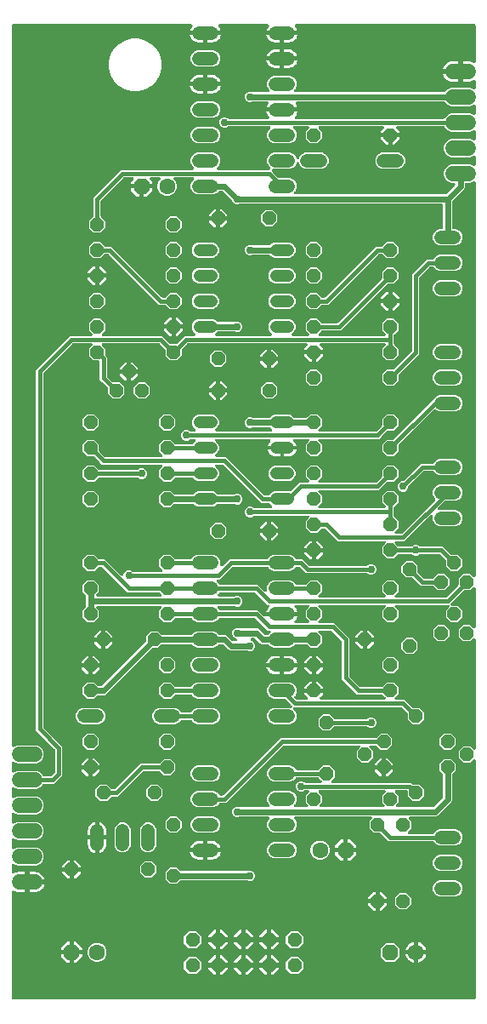
<source format=gbl>
G04 EAGLE Gerber RS-274X export*
G75*
%MOMM*%
%FSLAX34Y34*%
%LPD*%
%INBottom Copper*%
%IPPOS*%
%AMOC8*
5,1,8,0,0,1.08239X$1,22.5*%
G01*
%ADD10C,1.320800*%
%ADD11P,1.732040X8X22.500000*%
%ADD12C,1.600200*%
%ADD13P,1.429621X8X292.500000*%
%ADD14P,1.429621X8X22.500000*%
%ADD15P,1.429621X8X202.500000*%
%ADD16P,1.429621X8X112.500000*%
%ADD17C,1.208000*%
%ADD18P,1.732040X8X202.500000*%
%ADD19C,1.524000*%
%ADD20P,1.539592X8X202.500000*%
%ADD21C,0.756400*%
%ADD22C,0.609600*%
%ADD23C,0.406400*%

G36*
X470942Y10164D02*
X470942Y10164D01*
X470968Y10162D01*
X471115Y10184D01*
X471262Y10201D01*
X471287Y10209D01*
X471313Y10213D01*
X471451Y10268D01*
X471590Y10318D01*
X471612Y10332D01*
X471637Y10342D01*
X471758Y10427D01*
X471883Y10507D01*
X471901Y10526D01*
X471923Y10541D01*
X472022Y10651D01*
X472125Y10758D01*
X472139Y10780D01*
X472156Y10800D01*
X472228Y10930D01*
X472304Y11057D01*
X472312Y11082D01*
X472325Y11105D01*
X472365Y11248D01*
X472410Y11389D01*
X472412Y11415D01*
X472420Y11440D01*
X472439Y11684D01*
X472439Y247716D01*
X472428Y247816D01*
X472426Y247916D01*
X472408Y247988D01*
X472399Y248062D01*
X472366Y248157D01*
X472341Y248254D01*
X472307Y248320D01*
X472282Y248390D01*
X472227Y248475D01*
X472181Y248564D01*
X472133Y248621D01*
X472093Y248683D01*
X472021Y248753D01*
X471956Y248829D01*
X471896Y248874D01*
X471842Y248925D01*
X471756Y248977D01*
X471675Y249037D01*
X471607Y249066D01*
X471543Y249104D01*
X471447Y249135D01*
X471355Y249175D01*
X471282Y249188D01*
X471211Y249210D01*
X471111Y249219D01*
X471012Y249236D01*
X470938Y249232D01*
X470864Y249238D01*
X470764Y249224D01*
X470664Y249218D01*
X470593Y249198D01*
X470519Y249187D01*
X470426Y249150D01*
X470329Y249122D01*
X470264Y249085D01*
X470195Y249058D01*
X470113Y249001D01*
X470025Y248952D01*
X469949Y248887D01*
X469909Y248859D01*
X469885Y248833D01*
X469839Y248793D01*
X466917Y245871D01*
X460183Y245871D01*
X455421Y250633D01*
X455421Y257367D01*
X460183Y262129D01*
X466917Y262129D01*
X469839Y259207D01*
X469917Y259144D01*
X469990Y259075D01*
X470054Y259036D01*
X470112Y258990D01*
X470203Y258947D01*
X470289Y258896D01*
X470360Y258873D01*
X470427Y258841D01*
X470525Y258820D01*
X470621Y258790D01*
X470695Y258784D01*
X470768Y258768D01*
X470868Y258770D01*
X470968Y258762D01*
X471042Y258773D01*
X471116Y258774D01*
X471213Y258798D01*
X471313Y258813D01*
X471382Y258841D01*
X471454Y258859D01*
X471543Y258905D01*
X471637Y258942D01*
X471698Y258984D01*
X471764Y259019D01*
X471840Y259084D01*
X471923Y259141D01*
X471973Y259196D01*
X472029Y259244D01*
X472089Y259325D01*
X472156Y259400D01*
X472192Y259465D01*
X472237Y259525D01*
X472276Y259617D01*
X472325Y259705D01*
X472345Y259776D01*
X472375Y259845D01*
X472392Y259943D01*
X472420Y260040D01*
X472428Y260140D01*
X472436Y260188D01*
X472434Y260223D01*
X472439Y260284D01*
X472439Y368366D01*
X472428Y368466D01*
X472426Y368566D01*
X472408Y368638D01*
X472399Y368712D01*
X472366Y368807D01*
X472341Y368904D01*
X472307Y368970D01*
X472282Y369040D01*
X472227Y369125D01*
X472181Y369214D01*
X472133Y369271D01*
X472093Y369333D01*
X472021Y369403D01*
X471956Y369479D01*
X471896Y369524D01*
X471842Y369575D01*
X471756Y369627D01*
X471675Y369687D01*
X471607Y369716D01*
X471543Y369754D01*
X471447Y369785D01*
X471355Y369825D01*
X471282Y369838D01*
X471211Y369860D01*
X471111Y369869D01*
X471012Y369886D01*
X470938Y369882D01*
X470864Y369888D01*
X470764Y369874D01*
X470664Y369868D01*
X470593Y369848D01*
X470519Y369837D01*
X470426Y369800D01*
X470329Y369772D01*
X470264Y369735D01*
X470195Y369708D01*
X470113Y369651D01*
X470025Y369602D01*
X469949Y369537D01*
X469909Y369509D01*
X469885Y369483D01*
X469839Y369443D01*
X466917Y366521D01*
X460183Y366521D01*
X455421Y371283D01*
X455421Y378017D01*
X460183Y382779D01*
X466917Y382779D01*
X469839Y379857D01*
X469917Y379794D01*
X469990Y379725D01*
X470054Y379686D01*
X470112Y379640D01*
X470203Y379597D01*
X470289Y379546D01*
X470360Y379523D01*
X470427Y379491D01*
X470525Y379470D01*
X470621Y379440D01*
X470695Y379434D01*
X470768Y379418D01*
X470868Y379420D01*
X470968Y379412D01*
X471042Y379423D01*
X471116Y379424D01*
X471213Y379448D01*
X471313Y379463D01*
X471382Y379491D01*
X471454Y379509D01*
X471543Y379555D01*
X471637Y379592D01*
X471698Y379634D01*
X471764Y379669D01*
X471840Y379734D01*
X471923Y379791D01*
X471973Y379846D01*
X472029Y379894D01*
X472089Y379975D01*
X472156Y380050D01*
X472192Y380115D01*
X472237Y380175D01*
X472276Y380267D01*
X472325Y380355D01*
X472345Y380426D01*
X472375Y380495D01*
X472392Y380593D01*
X472420Y380690D01*
X472428Y380790D01*
X472436Y380838D01*
X472434Y380873D01*
X472439Y380934D01*
X472439Y419166D01*
X472428Y419266D01*
X472426Y419366D01*
X472408Y419438D01*
X472399Y419512D01*
X472366Y419607D01*
X472341Y419704D01*
X472307Y419770D01*
X472282Y419840D01*
X472227Y419925D01*
X472181Y420014D01*
X472133Y420071D01*
X472093Y420133D01*
X472021Y420203D01*
X471956Y420279D01*
X471896Y420324D01*
X471842Y420375D01*
X471756Y420427D01*
X471675Y420487D01*
X471607Y420516D01*
X471543Y420554D01*
X471447Y420585D01*
X471355Y420625D01*
X471282Y420638D01*
X471211Y420660D01*
X471111Y420669D01*
X471012Y420686D01*
X470938Y420682D01*
X470864Y420688D01*
X470764Y420674D01*
X470664Y420668D01*
X470593Y420648D01*
X470519Y420637D01*
X470426Y420600D01*
X470329Y420572D01*
X470264Y420535D01*
X470195Y420508D01*
X470113Y420451D01*
X470025Y420402D01*
X469949Y420337D01*
X469909Y420309D01*
X469885Y420283D01*
X469839Y420243D01*
X466917Y417321D01*
X461082Y417321D01*
X460957Y417307D01*
X460830Y417300D01*
X460784Y417287D01*
X460736Y417281D01*
X460617Y417239D01*
X460496Y417204D01*
X460453Y417180D01*
X460408Y417164D01*
X460302Y417095D01*
X460191Y417034D01*
X460145Y416994D01*
X460115Y416975D01*
X460082Y416940D01*
X460005Y416875D01*
X447559Y404429D01*
X447497Y404351D01*
X447427Y404278D01*
X447389Y404214D01*
X447342Y404156D01*
X447300Y404065D01*
X447248Y403979D01*
X447225Y403908D01*
X447194Y403841D01*
X447172Y403743D01*
X447142Y403647D01*
X447136Y403573D01*
X447120Y403500D01*
X447122Y403400D01*
X447114Y403300D01*
X447125Y403226D01*
X447126Y403152D01*
X447151Y403055D01*
X447165Y402955D01*
X447193Y402886D01*
X447211Y402814D01*
X447257Y402724D01*
X447294Y402631D01*
X447337Y402570D01*
X447371Y402504D01*
X447436Y402427D01*
X447493Y402345D01*
X447548Y402295D01*
X447597Y402239D01*
X447677Y402179D01*
X447752Y402112D01*
X447817Y402076D01*
X447877Y402031D01*
X447969Y401992D01*
X448057Y401943D01*
X448129Y401923D01*
X448197Y401893D01*
X448296Y401876D01*
X448392Y401848D01*
X448492Y401840D01*
X448540Y401832D01*
X448576Y401834D01*
X448636Y401829D01*
X454217Y401829D01*
X458979Y397067D01*
X458979Y390333D01*
X454217Y385571D01*
X447483Y385571D01*
X442721Y390333D01*
X442721Y397067D01*
X445897Y400243D01*
X445960Y400321D01*
X446029Y400394D01*
X446068Y400458D01*
X446114Y400516D01*
X446157Y400607D01*
X446208Y400693D01*
X446231Y400764D01*
X446263Y400831D01*
X446284Y400929D01*
X446314Y401025D01*
X446320Y401099D01*
X446336Y401172D01*
X446334Y401272D01*
X446342Y401372D01*
X446331Y401446D01*
X446330Y401520D01*
X446306Y401617D01*
X446291Y401717D01*
X446263Y401786D01*
X446245Y401858D01*
X446199Y401947D01*
X446162Y402041D01*
X446120Y402102D01*
X446085Y402168D01*
X446020Y402244D01*
X445963Y402327D01*
X445908Y402377D01*
X445860Y402433D01*
X445779Y402493D01*
X445704Y402560D01*
X445639Y402596D01*
X445579Y402641D01*
X445487Y402680D01*
X445399Y402729D01*
X445328Y402749D01*
X445259Y402779D01*
X445161Y402796D01*
X445064Y402824D01*
X444964Y402832D01*
X444916Y402840D01*
X444881Y402838D01*
X444820Y402843D01*
X393380Y402843D01*
X393280Y402832D01*
X393180Y402830D01*
X393108Y402812D01*
X393034Y402803D01*
X392939Y402770D01*
X392842Y402745D01*
X392776Y402711D01*
X392706Y402686D01*
X392621Y402631D01*
X392532Y402585D01*
X392475Y402537D01*
X392413Y402497D01*
X392343Y402425D01*
X392267Y402360D01*
X392222Y402300D01*
X392171Y402246D01*
X392119Y402160D01*
X392059Y402079D01*
X392030Y402011D01*
X391992Y401947D01*
X391961Y401851D01*
X391921Y401759D01*
X391908Y401686D01*
X391886Y401615D01*
X391877Y401515D01*
X391860Y401416D01*
X391864Y401342D01*
X391858Y401268D01*
X391872Y401168D01*
X391878Y401068D01*
X391898Y400997D01*
X391909Y400923D01*
X391946Y400830D01*
X391974Y400733D01*
X392011Y400668D01*
X392038Y400599D01*
X392095Y400517D01*
X392144Y400429D01*
X392209Y400353D01*
X392237Y400313D01*
X392263Y400289D01*
X392303Y400243D01*
X395479Y397067D01*
X395479Y390333D01*
X390717Y385571D01*
X383983Y385571D01*
X379221Y390333D01*
X379221Y397067D01*
X382397Y400243D01*
X382460Y400321D01*
X382529Y400394D01*
X382568Y400458D01*
X382614Y400516D01*
X382657Y400607D01*
X382708Y400693D01*
X382731Y400764D01*
X382763Y400831D01*
X382784Y400929D01*
X382814Y401025D01*
X382820Y401099D01*
X382836Y401172D01*
X382834Y401272D01*
X382842Y401372D01*
X382831Y401446D01*
X382830Y401520D01*
X382806Y401617D01*
X382791Y401717D01*
X382763Y401786D01*
X382745Y401858D01*
X382699Y401947D01*
X382662Y402041D01*
X382620Y402102D01*
X382585Y402168D01*
X382520Y402244D01*
X382463Y402327D01*
X382408Y402377D01*
X382360Y402433D01*
X382279Y402493D01*
X382204Y402560D01*
X382139Y402596D01*
X382079Y402641D01*
X381987Y402680D01*
X381899Y402729D01*
X381828Y402749D01*
X381759Y402779D01*
X381661Y402796D01*
X381564Y402824D01*
X381464Y402832D01*
X381416Y402840D01*
X381381Y402838D01*
X381320Y402843D01*
X317180Y402843D01*
X317080Y402832D01*
X316980Y402830D01*
X316908Y402812D01*
X316834Y402803D01*
X316739Y402770D01*
X316642Y402745D01*
X316576Y402711D01*
X316506Y402686D01*
X316421Y402631D01*
X316332Y402585D01*
X316275Y402537D01*
X316213Y402497D01*
X316143Y402425D01*
X316067Y402360D01*
X316022Y402300D01*
X315971Y402246D01*
X315919Y402160D01*
X315859Y402079D01*
X315830Y402011D01*
X315792Y401947D01*
X315761Y401851D01*
X315721Y401759D01*
X315708Y401686D01*
X315686Y401615D01*
X315677Y401515D01*
X315660Y401416D01*
X315664Y401342D01*
X315658Y401268D01*
X315672Y401168D01*
X315678Y401068D01*
X315698Y400997D01*
X315709Y400923D01*
X315746Y400830D01*
X315774Y400733D01*
X315811Y400668D01*
X315838Y400599D01*
X315895Y400517D01*
X315944Y400429D01*
X316009Y400353D01*
X316037Y400313D01*
X316063Y400289D01*
X316103Y400243D01*
X319279Y397067D01*
X319279Y390333D01*
X316103Y387157D01*
X316040Y387079D01*
X315971Y387006D01*
X315932Y386942D01*
X315886Y386884D01*
X315843Y386793D01*
X315792Y386707D01*
X315769Y386636D01*
X315737Y386569D01*
X315716Y386471D01*
X315686Y386375D01*
X315680Y386301D01*
X315664Y386228D01*
X315666Y386128D01*
X315658Y386028D01*
X315669Y385954D01*
X315670Y385880D01*
X315694Y385783D01*
X315709Y385683D01*
X315737Y385614D01*
X315755Y385542D01*
X315801Y385453D01*
X315838Y385359D01*
X315880Y385298D01*
X315915Y385232D01*
X315980Y385156D01*
X316037Y385073D01*
X316092Y385023D01*
X316140Y384967D01*
X316221Y384907D01*
X316296Y384840D01*
X316361Y384804D01*
X316421Y384759D01*
X316513Y384720D01*
X316601Y384671D01*
X316672Y384651D01*
X316741Y384621D01*
X316839Y384604D01*
X316936Y384576D01*
X317036Y384568D01*
X317084Y384560D01*
X317119Y384562D01*
X317180Y384557D01*
X331673Y384557D01*
X346457Y369773D01*
X346457Y332304D01*
X346471Y332179D01*
X346478Y332052D01*
X346491Y332006D01*
X346497Y331958D01*
X346539Y331839D01*
X346574Y331718D01*
X346598Y331675D01*
X346614Y331630D01*
X346683Y331524D01*
X346744Y331413D01*
X346784Y331367D01*
X346803Y331337D01*
X346838Y331304D01*
X346903Y331227D01*
X356627Y321503D01*
X356726Y321424D01*
X356820Y321340D01*
X356862Y321316D01*
X356900Y321286D01*
X357014Y321232D01*
X357125Y321171D01*
X357172Y321158D01*
X357215Y321137D01*
X357339Y321111D01*
X357460Y321076D01*
X357521Y321071D01*
X357556Y321064D01*
X357604Y321065D01*
X357704Y321057D01*
X378780Y321057D01*
X378906Y321071D01*
X379032Y321078D01*
X379078Y321091D01*
X379126Y321097D01*
X379245Y321139D01*
X379367Y321174D01*
X379409Y321198D01*
X379454Y321214D01*
X379561Y321283D01*
X379671Y321344D01*
X379717Y321384D01*
X379747Y321403D01*
X379781Y321438D01*
X379857Y321503D01*
X383983Y325629D01*
X390717Y325629D01*
X395479Y320867D01*
X395479Y314133D01*
X392303Y310957D01*
X392240Y310879D01*
X392171Y310806D01*
X392132Y310742D01*
X392086Y310684D01*
X392043Y310593D01*
X391992Y310507D01*
X391969Y310436D01*
X391937Y310369D01*
X391916Y310271D01*
X391886Y310175D01*
X391880Y310101D01*
X391864Y310028D01*
X391866Y309928D01*
X391858Y309828D01*
X391869Y309754D01*
X391870Y309680D01*
X391894Y309583D01*
X391909Y309483D01*
X391937Y309414D01*
X391955Y309342D01*
X392001Y309253D01*
X392038Y309159D01*
X392080Y309098D01*
X392115Y309032D01*
X392180Y308956D01*
X392237Y308873D01*
X392292Y308823D01*
X392340Y308767D01*
X392421Y308707D01*
X392496Y308640D01*
X392561Y308604D01*
X392621Y308559D01*
X392713Y308520D01*
X392801Y308471D01*
X392872Y308451D01*
X392941Y308421D01*
X393039Y308404D01*
X393136Y308376D01*
X393236Y308368D01*
X393284Y308360D01*
X393319Y308362D01*
X393380Y308357D01*
X401523Y308357D01*
X409205Y300675D01*
X409304Y300596D01*
X409398Y300512D01*
X409440Y300488D01*
X409478Y300458D01*
X409592Y300404D01*
X409703Y300343D01*
X409750Y300330D01*
X409793Y300309D01*
X409917Y300283D01*
X410038Y300248D01*
X410099Y300243D01*
X410134Y300236D01*
X410182Y300237D01*
X410282Y300229D01*
X416117Y300229D01*
X420879Y295467D01*
X420879Y288733D01*
X416117Y283971D01*
X409383Y283971D01*
X404621Y288733D01*
X404621Y294568D01*
X404607Y294693D01*
X404600Y294820D01*
X404587Y294866D01*
X404581Y294914D01*
X404539Y295033D01*
X404504Y295154D01*
X404480Y295197D01*
X404464Y295242D01*
X404395Y295348D01*
X404334Y295459D01*
X404294Y295505D01*
X404275Y295535D01*
X404240Y295568D01*
X404175Y295645D01*
X399023Y300797D01*
X398924Y300876D01*
X398830Y300960D01*
X398788Y300984D01*
X398750Y301014D01*
X398636Y301068D01*
X398525Y301129D01*
X398478Y301142D01*
X398435Y301163D01*
X398311Y301189D01*
X398190Y301224D01*
X398129Y301229D01*
X398094Y301236D01*
X398046Y301235D01*
X397946Y301243D01*
X292034Y301243D01*
X291934Y301232D01*
X291834Y301230D01*
X291762Y301212D01*
X291688Y301203D01*
X291593Y301170D01*
X291496Y301145D01*
X291430Y301111D01*
X291360Y301086D01*
X291275Y301031D01*
X291186Y300985D01*
X291129Y300937D01*
X291067Y300897D01*
X290997Y300825D01*
X290921Y300760D01*
X290876Y300700D01*
X290825Y300646D01*
X290773Y300560D01*
X290713Y300479D01*
X290684Y300411D01*
X290646Y300347D01*
X290615Y300251D01*
X290575Y300159D01*
X290562Y300086D01*
X290540Y300015D01*
X290531Y299915D01*
X290514Y299816D01*
X290518Y299742D01*
X290512Y299668D01*
X290526Y299568D01*
X290532Y299468D01*
X290552Y299397D01*
X290563Y299323D01*
X290600Y299230D01*
X290628Y299133D01*
X290665Y299068D01*
X290692Y298999D01*
X290749Y298917D01*
X290798Y298829D01*
X290863Y298753D01*
X290891Y298713D01*
X290917Y298689D01*
X290957Y298643D01*
X292895Y296705D01*
X294133Y293717D01*
X294133Y290483D01*
X292895Y287495D01*
X290609Y285209D01*
X287621Y283971D01*
X271179Y283971D01*
X268191Y285209D01*
X265905Y287495D01*
X264667Y290483D01*
X264667Y293717D01*
X265905Y296705D01*
X268191Y298991D01*
X271179Y300229D01*
X287716Y300229D01*
X287744Y300221D01*
X287794Y300218D01*
X287844Y300208D01*
X287968Y300210D01*
X288092Y300204D01*
X288142Y300213D01*
X288192Y300214D01*
X288313Y300244D01*
X288435Y300266D01*
X288482Y300286D01*
X288530Y300299D01*
X288641Y300356D01*
X288755Y300405D01*
X288795Y300435D01*
X288840Y300458D01*
X288935Y300539D01*
X289035Y300613D01*
X289067Y300652D01*
X289106Y300684D01*
X289179Y300784D01*
X289260Y300879D01*
X289283Y300924D01*
X289313Y300964D01*
X289362Y301079D01*
X289419Y301189D01*
X289431Y301238D01*
X289451Y301284D01*
X289473Y301407D01*
X289503Y301527D01*
X289503Y301578D01*
X289512Y301628D01*
X289506Y301752D01*
X289508Y301876D01*
X289497Y301925D01*
X289494Y301976D01*
X289460Y302095D01*
X289433Y302216D01*
X289412Y302262D01*
X289398Y302310D01*
X289337Y302419D01*
X289284Y302531D01*
X289252Y302571D01*
X289228Y302615D01*
X289069Y302801D01*
X288097Y303773D01*
X282945Y308925D01*
X282846Y309004D01*
X282752Y309088D01*
X282710Y309112D01*
X282672Y309142D01*
X282558Y309196D01*
X282447Y309257D01*
X282400Y309270D01*
X282357Y309291D01*
X282233Y309317D01*
X282112Y309352D01*
X282051Y309357D01*
X282016Y309364D01*
X281968Y309363D01*
X281868Y309371D01*
X271179Y309371D01*
X268191Y310609D01*
X265905Y312895D01*
X264667Y315883D01*
X264667Y319117D01*
X265905Y322105D01*
X268191Y324391D01*
X271179Y325629D01*
X287621Y325629D01*
X290609Y324391D01*
X292895Y322105D01*
X294133Y319117D01*
X294133Y315883D01*
X292895Y312895D01*
X292042Y312042D01*
X292026Y312022D01*
X292006Y312005D01*
X291918Y311886D01*
X291825Y311769D01*
X291814Y311745D01*
X291799Y311724D01*
X291740Y311589D01*
X291676Y311454D01*
X291671Y311428D01*
X291661Y311404D01*
X291634Y311258D01*
X291603Y311113D01*
X291603Y311087D01*
X291599Y311061D01*
X291606Y310913D01*
X291609Y310765D01*
X291615Y310740D01*
X291617Y310713D01*
X291658Y310571D01*
X291694Y310427D01*
X291706Y310404D01*
X291713Y310378D01*
X291786Y310249D01*
X291854Y310117D01*
X291871Y310097D01*
X291883Y310074D01*
X292042Y309888D01*
X293127Y308803D01*
X293226Y308724D01*
X293320Y308640D01*
X293362Y308616D01*
X293400Y308586D01*
X293514Y308532D01*
X293625Y308471D01*
X293672Y308458D01*
X293715Y308437D01*
X293839Y308411D01*
X293960Y308376D01*
X294021Y308371D01*
X294056Y308364D01*
X294104Y308365D01*
X294204Y308357D01*
X303683Y308357D01*
X303783Y308368D01*
X303883Y308370D01*
X303956Y308388D01*
X304029Y308397D01*
X304124Y308430D01*
X304221Y308455D01*
X304288Y308489D01*
X304358Y308514D01*
X304442Y308569D01*
X304531Y308615D01*
X304588Y308663D01*
X304650Y308703D01*
X304720Y308775D01*
X304797Y308840D01*
X304841Y308900D01*
X304893Y308954D01*
X304944Y309040D01*
X305004Y309121D01*
X305033Y309189D01*
X305071Y309253D01*
X305102Y309349D01*
X305142Y309441D01*
X305155Y309514D01*
X305178Y309585D01*
X305186Y309685D01*
X305203Y309784D01*
X305200Y309858D01*
X305206Y309932D01*
X305191Y310032D01*
X305186Y310132D01*
X305165Y310203D01*
X305154Y310277D01*
X305117Y310370D01*
X305089Y310467D01*
X305053Y310532D01*
X305025Y310601D01*
X304968Y310683D01*
X304919Y310771D01*
X304854Y310847D01*
X304826Y310887D01*
X304800Y310911D01*
X304760Y310957D01*
X302005Y313712D01*
X302005Y315469D01*
X310642Y315469D01*
X310668Y315472D01*
X310694Y315470D01*
X310841Y315492D01*
X310988Y315509D01*
X311013Y315517D01*
X311039Y315521D01*
X311146Y315564D01*
X311222Y315543D01*
X311363Y315498D01*
X311389Y315495D01*
X311414Y315488D01*
X311658Y315469D01*
X320295Y315469D01*
X320295Y313712D01*
X317540Y310957D01*
X317477Y310879D01*
X317407Y310806D01*
X317369Y310742D01*
X317323Y310684D01*
X317280Y310593D01*
X317229Y310507D01*
X317206Y310436D01*
X317174Y310369D01*
X317153Y310271D01*
X317122Y310175D01*
X317116Y310101D01*
X317101Y310028D01*
X317102Y309928D01*
X317094Y309828D01*
X317105Y309754D01*
X317107Y309680D01*
X317131Y309583D01*
X317146Y309483D01*
X317174Y309414D01*
X317192Y309342D01*
X317238Y309253D01*
X317275Y309159D01*
X317317Y309098D01*
X317351Y309032D01*
X317416Y308956D01*
X317474Y308873D01*
X317529Y308823D01*
X317577Y308767D01*
X317658Y308707D01*
X317733Y308640D01*
X317798Y308604D01*
X317857Y308559D01*
X317950Y308520D01*
X318038Y308471D01*
X318109Y308451D01*
X318177Y308421D01*
X318276Y308404D01*
X318373Y308376D01*
X318473Y308368D01*
X318521Y308360D01*
X318556Y308362D01*
X318617Y308357D01*
X381320Y308357D01*
X381420Y308368D01*
X381520Y308370D01*
X381592Y308388D01*
X381666Y308397D01*
X381761Y308430D01*
X381858Y308455D01*
X381924Y308489D01*
X381994Y308514D01*
X382079Y308569D01*
X382168Y308615D01*
X382225Y308663D01*
X382287Y308703D01*
X382357Y308775D01*
X382433Y308840D01*
X382478Y308900D01*
X382529Y308954D01*
X382581Y309040D01*
X382641Y309121D01*
X382670Y309189D01*
X382708Y309253D01*
X382739Y309349D01*
X382779Y309441D01*
X382792Y309514D01*
X382814Y309585D01*
X382823Y309685D01*
X382840Y309784D01*
X382836Y309858D01*
X382842Y309932D01*
X382828Y310032D01*
X382822Y310132D01*
X382802Y310203D01*
X382791Y310277D01*
X382754Y310370D01*
X382726Y310467D01*
X382689Y310532D01*
X382662Y310601D01*
X382605Y310683D01*
X382556Y310771D01*
X382491Y310847D01*
X382463Y310887D01*
X382437Y310911D01*
X382397Y310957D01*
X379857Y313497D01*
X379758Y313576D01*
X379664Y313660D01*
X379622Y313684D01*
X379584Y313714D01*
X379470Y313768D01*
X379359Y313829D01*
X379313Y313842D01*
X379269Y313863D01*
X379146Y313889D01*
X379024Y313924D01*
X378963Y313929D01*
X378928Y313936D01*
X378880Y313935D01*
X378780Y313943D01*
X354127Y313943D01*
X339343Y328727D01*
X339343Y366196D01*
X339329Y366321D01*
X339322Y366448D01*
X339309Y366494D01*
X339303Y366542D01*
X339261Y366661D01*
X339226Y366782D01*
X339202Y366825D01*
X339186Y366870D01*
X339117Y366976D01*
X339056Y367087D01*
X339016Y367133D01*
X338997Y367163D01*
X338962Y367196D01*
X338897Y367273D01*
X329173Y376997D01*
X329074Y377076D01*
X328980Y377160D01*
X328938Y377184D01*
X328900Y377214D01*
X328786Y377268D01*
X328675Y377329D01*
X328628Y377342D01*
X328585Y377363D01*
X328461Y377389D01*
X328340Y377424D01*
X328279Y377429D01*
X328244Y377436D01*
X328196Y377435D01*
X328096Y377443D01*
X317180Y377443D01*
X317080Y377432D01*
X316980Y377430D01*
X316908Y377412D01*
X316834Y377403D01*
X316739Y377370D01*
X316642Y377345D01*
X316576Y377311D01*
X316506Y377286D01*
X316421Y377231D01*
X316332Y377185D01*
X316275Y377137D01*
X316213Y377097D01*
X316143Y377025D01*
X316067Y376960D01*
X316022Y376900D01*
X315971Y376846D01*
X315919Y376760D01*
X315859Y376679D01*
X315830Y376611D01*
X315792Y376547D01*
X315761Y376451D01*
X315721Y376359D01*
X315708Y376286D01*
X315686Y376215D01*
X315677Y376115D01*
X315660Y376016D01*
X315664Y375942D01*
X315658Y375868D01*
X315672Y375768D01*
X315678Y375668D01*
X315698Y375597D01*
X315709Y375523D01*
X315746Y375430D01*
X315774Y375333D01*
X315811Y375268D01*
X315838Y375199D01*
X315895Y375117D01*
X315944Y375029D01*
X316009Y374953D01*
X316037Y374913D01*
X316063Y374889D01*
X316103Y374843D01*
X319279Y371667D01*
X319279Y364933D01*
X314517Y360171D01*
X307783Y360171D01*
X304673Y363281D01*
X304574Y363360D01*
X304480Y363444D01*
X304438Y363468D01*
X304400Y363498D01*
X304286Y363552D01*
X304175Y363613D01*
X304129Y363626D01*
X304085Y363647D01*
X303962Y363673D01*
X303840Y363708D01*
X303779Y363713D01*
X303744Y363720D01*
X303696Y363719D01*
X303596Y363727D01*
X293558Y363727D01*
X293432Y363713D01*
X293306Y363706D01*
X293260Y363693D01*
X293212Y363687D01*
X293093Y363645D01*
X292971Y363610D01*
X292929Y363586D01*
X292884Y363570D01*
X292777Y363501D01*
X292667Y363440D01*
X292621Y363400D01*
X292591Y363381D01*
X292557Y363346D01*
X292481Y363281D01*
X290609Y361409D01*
X287621Y360171D01*
X271179Y360171D01*
X268191Y361409D01*
X266319Y363281D01*
X266220Y363360D01*
X266126Y363444D01*
X266084Y363468D01*
X266046Y363498D01*
X265932Y363552D01*
X265821Y363613D01*
X265775Y363626D01*
X265731Y363647D01*
X265608Y363673D01*
X265486Y363708D01*
X265425Y363713D01*
X265390Y363720D01*
X265342Y363719D01*
X265242Y363727D01*
X259440Y363727D01*
X257760Y364423D01*
X252552Y369631D01*
X252453Y369710D01*
X252359Y369794D01*
X252317Y369818D01*
X252279Y369848D01*
X252165Y369902D01*
X252054Y369963D01*
X252008Y369976D01*
X251964Y369997D01*
X251841Y370023D01*
X251719Y370058D01*
X251658Y370063D01*
X251623Y370070D01*
X251575Y370069D01*
X251475Y370077D01*
X249554Y370077D01*
X249504Y370072D01*
X249454Y370074D01*
X249331Y370052D01*
X249208Y370037D01*
X249161Y370020D01*
X249111Y370011D01*
X248997Y369962D01*
X248880Y369920D01*
X248837Y369893D01*
X248791Y369873D01*
X248691Y369798D01*
X248587Y369731D01*
X248552Y369695D01*
X248512Y369665D01*
X248431Y369570D01*
X248345Y369480D01*
X248319Y369437D01*
X248286Y369399D01*
X248230Y369288D01*
X248166Y369181D01*
X248151Y369133D01*
X248128Y369088D01*
X248098Y368968D01*
X248060Y368849D01*
X248056Y368799D01*
X248044Y368750D01*
X248042Y368626D01*
X248032Y368502D01*
X248039Y368452D01*
X248038Y368402D01*
X248065Y368280D01*
X248083Y368157D01*
X248102Y368110D01*
X248113Y368061D01*
X248166Y367949D01*
X248212Y367833D01*
X248241Y367792D01*
X248263Y367746D01*
X248340Y367649D01*
X248411Y367547D01*
X248448Y367513D01*
X248480Y367474D01*
X248578Y367397D01*
X248670Y367314D01*
X248714Y367289D01*
X248753Y367258D01*
X248971Y367147D01*
X250656Y366449D01*
X252149Y364956D01*
X252957Y363006D01*
X252957Y360894D01*
X252149Y358944D01*
X250656Y357451D01*
X248706Y356643D01*
X246594Y356643D01*
X245102Y357261D01*
X245100Y357262D01*
X245099Y357263D01*
X244931Y357310D01*
X244767Y357357D01*
X244765Y357357D01*
X244763Y357358D01*
X244519Y357377D01*
X227690Y357377D01*
X226010Y358073D01*
X220802Y363281D01*
X220703Y363360D01*
X220609Y363444D01*
X220567Y363468D01*
X220529Y363498D01*
X220415Y363552D01*
X220304Y363613D01*
X220258Y363626D01*
X220214Y363647D01*
X220091Y363673D01*
X219969Y363708D01*
X219908Y363713D01*
X219873Y363720D01*
X219825Y363719D01*
X219725Y363727D01*
X217358Y363727D01*
X217232Y363713D01*
X217106Y363706D01*
X217060Y363693D01*
X217012Y363687D01*
X216893Y363645D01*
X216771Y363610D01*
X216729Y363586D01*
X216684Y363570D01*
X216577Y363501D01*
X216467Y363440D01*
X216421Y363400D01*
X216391Y363381D01*
X216357Y363346D01*
X216281Y363281D01*
X214409Y361409D01*
X211421Y360171D01*
X194979Y360171D01*
X191991Y361409D01*
X190119Y363281D01*
X190020Y363360D01*
X189926Y363444D01*
X189884Y363468D01*
X189846Y363498D01*
X189732Y363552D01*
X189621Y363613D01*
X189575Y363626D01*
X189531Y363647D01*
X189408Y363673D01*
X189286Y363708D01*
X189225Y363713D01*
X189190Y363720D01*
X189142Y363719D01*
X189042Y363727D01*
X159954Y363727D01*
X159828Y363713D01*
X159702Y363706D01*
X159656Y363693D01*
X159608Y363687D01*
X159489Y363645D01*
X159367Y363610D01*
X159325Y363586D01*
X159280Y363570D01*
X159173Y363501D01*
X159063Y363440D01*
X159017Y363400D01*
X158987Y363381D01*
X158953Y363346D01*
X158877Y363281D01*
X155767Y360171D01*
X151369Y360171D01*
X151243Y360157D01*
X151117Y360150D01*
X151071Y360137D01*
X151023Y360131D01*
X150904Y360089D01*
X150782Y360054D01*
X150740Y360030D01*
X150695Y360014D01*
X150588Y359945D01*
X150478Y359884D01*
X150432Y359844D01*
X150402Y359825D01*
X150368Y359790D01*
X150292Y359725D01*
X104190Y313623D01*
X102510Y312927D01*
X96454Y312927D01*
X96328Y312913D01*
X96202Y312906D01*
X96156Y312893D01*
X96108Y312887D01*
X95989Y312845D01*
X95867Y312810D01*
X95825Y312786D01*
X95780Y312770D01*
X95673Y312701D01*
X95563Y312640D01*
X95517Y312600D01*
X95487Y312581D01*
X95453Y312546D01*
X95377Y312481D01*
X92267Y309371D01*
X85533Y309371D01*
X80771Y314133D01*
X80771Y320867D01*
X85533Y325629D01*
X92267Y325629D01*
X95377Y322519D01*
X95476Y322440D01*
X95570Y322356D01*
X95612Y322332D01*
X95650Y322302D01*
X95764Y322248D01*
X95875Y322187D01*
X95921Y322174D01*
X95965Y322153D01*
X96088Y322127D01*
X96210Y322092D01*
X96271Y322087D01*
X96306Y322080D01*
X96354Y322081D01*
X96454Y322073D01*
X99075Y322073D01*
X99201Y322087D01*
X99327Y322094D01*
X99373Y322107D01*
X99421Y322113D01*
X99540Y322155D01*
X99662Y322190D01*
X99704Y322214D01*
X99749Y322230D01*
X99856Y322299D01*
X99966Y322360D01*
X100012Y322400D01*
X100042Y322419D01*
X100076Y322454D01*
X100152Y322519D01*
X143825Y366192D01*
X143904Y366291D01*
X143988Y366385D01*
X144012Y366427D01*
X144042Y366465D01*
X144096Y366579D01*
X144157Y366690D01*
X144170Y366736D01*
X144191Y366780D01*
X144217Y366903D01*
X144252Y367025D01*
X144257Y367086D01*
X144264Y367121D01*
X144263Y367169D01*
X144271Y367269D01*
X144271Y371667D01*
X149033Y376429D01*
X155767Y376429D01*
X158877Y373319D01*
X158976Y373240D01*
X159070Y373156D01*
X159112Y373132D01*
X159150Y373102D01*
X159264Y373048D01*
X159375Y372987D01*
X159421Y372974D01*
X159465Y372953D01*
X159588Y372927D01*
X159710Y372892D01*
X159771Y372887D01*
X159806Y372880D01*
X159854Y372881D01*
X159954Y372873D01*
X189042Y372873D01*
X189168Y372887D01*
X189294Y372894D01*
X189340Y372907D01*
X189388Y372913D01*
X189507Y372955D01*
X189629Y372990D01*
X189671Y373014D01*
X189716Y373030D01*
X189823Y373099D01*
X189933Y373160D01*
X189979Y373200D01*
X190009Y373219D01*
X190043Y373254D01*
X190119Y373319D01*
X191991Y375191D01*
X194979Y376429D01*
X211421Y376429D01*
X214409Y375191D01*
X216281Y373319D01*
X216380Y373240D01*
X216474Y373156D01*
X216516Y373132D01*
X216554Y373102D01*
X216668Y373048D01*
X216779Y372987D01*
X216825Y372974D01*
X216869Y372953D01*
X216992Y372927D01*
X217114Y372892D01*
X217175Y372887D01*
X217210Y372880D01*
X217258Y372881D01*
X217358Y372873D01*
X223160Y372873D01*
X224840Y372177D01*
X230048Y366969D01*
X230147Y366890D01*
X230241Y366806D01*
X230283Y366782D01*
X230321Y366752D01*
X230435Y366698D01*
X230546Y366637D01*
X230592Y366624D01*
X230636Y366603D01*
X230759Y366577D01*
X230881Y366542D01*
X230942Y366537D01*
X230977Y366530D01*
X231025Y366531D01*
X231125Y366523D01*
X233046Y366523D01*
X233096Y366528D01*
X233146Y366526D01*
X233269Y366548D01*
X233392Y366563D01*
X233439Y366580D01*
X233489Y366589D01*
X233603Y366638D01*
X233720Y366680D01*
X233763Y366707D01*
X233809Y366727D01*
X233909Y366802D01*
X234013Y366869D01*
X234048Y366905D01*
X234088Y366935D01*
X234169Y367030D01*
X234255Y367120D01*
X234281Y367163D01*
X234314Y367201D01*
X234370Y367312D01*
X234434Y367419D01*
X234449Y367467D01*
X234472Y367512D01*
X234502Y367632D01*
X234540Y367751D01*
X234544Y367801D01*
X234556Y367850D01*
X234558Y367974D01*
X234568Y368098D01*
X234561Y368148D01*
X234562Y368198D01*
X234535Y368320D01*
X234517Y368443D01*
X234498Y368490D01*
X234487Y368539D01*
X234434Y368651D01*
X234388Y368767D01*
X234359Y368808D01*
X234337Y368854D01*
X234260Y368951D01*
X234189Y369053D01*
X234152Y369087D01*
X234120Y369126D01*
X234022Y369203D01*
X233930Y369286D01*
X233886Y369311D01*
X233847Y369342D01*
X233629Y369453D01*
X231944Y370151D01*
X230451Y371644D01*
X229643Y373594D01*
X229643Y375706D01*
X230451Y377656D01*
X231944Y379149D01*
X233894Y379957D01*
X236006Y379957D01*
X237498Y379339D01*
X237500Y379338D01*
X237501Y379337D01*
X237669Y379290D01*
X237833Y379243D01*
X237835Y379243D01*
X237837Y379242D01*
X238081Y379223D01*
X254910Y379223D01*
X256590Y378527D01*
X261798Y373319D01*
X261897Y373240D01*
X261991Y373156D01*
X262033Y373132D01*
X262071Y373102D01*
X262185Y373048D01*
X262296Y372987D01*
X262342Y372974D01*
X262386Y372953D01*
X262509Y372927D01*
X262631Y372892D01*
X262692Y372887D01*
X262727Y372880D01*
X262775Y372881D01*
X262875Y372873D01*
X265242Y372873D01*
X265368Y372887D01*
X265494Y372894D01*
X265540Y372907D01*
X265588Y372913D01*
X265707Y372955D01*
X265829Y372990D01*
X265871Y373014D01*
X265916Y373030D01*
X266022Y373099D01*
X266133Y373160D01*
X266179Y373200D01*
X266209Y373219D01*
X266243Y373254D01*
X266319Y373319D01*
X267843Y374843D01*
X267906Y374922D01*
X267975Y374994D01*
X268014Y375058D01*
X268060Y375116D01*
X268103Y375207D01*
X268154Y375293D01*
X268177Y375364D01*
X268209Y375431D01*
X268230Y375529D01*
X268260Y375625D01*
X268266Y375699D01*
X268282Y375772D01*
X268280Y375872D01*
X268288Y375972D01*
X268277Y376046D01*
X268276Y376120D01*
X268252Y376217D01*
X268237Y376317D01*
X268209Y376386D01*
X268191Y376458D01*
X268145Y376547D01*
X268108Y376641D01*
X268066Y376702D01*
X268031Y376768D01*
X267966Y376844D01*
X267909Y376927D01*
X267854Y376977D01*
X267806Y377033D01*
X267725Y377093D01*
X267650Y377160D01*
X267585Y377196D01*
X267525Y377241D01*
X267433Y377280D01*
X267345Y377329D01*
X267274Y377349D01*
X267205Y377379D01*
X267107Y377396D01*
X267010Y377424D01*
X266910Y377432D01*
X266862Y377440D01*
X266827Y377438D01*
X266766Y377443D01*
X265227Y377443D01*
X252973Y389697D01*
X252874Y389776D01*
X252780Y389860D01*
X252738Y389884D01*
X252700Y389914D01*
X252586Y389968D01*
X252475Y390029D01*
X252428Y390042D01*
X252385Y390063D01*
X252261Y390089D01*
X252140Y390124D01*
X252079Y390129D01*
X252044Y390136D01*
X251996Y390135D01*
X251896Y390143D01*
X218147Y390143D01*
X218071Y390135D01*
X217995Y390136D01*
X217898Y390115D01*
X217801Y390103D01*
X217729Y390078D01*
X217654Y390061D01*
X217565Y390019D01*
X217473Y389986D01*
X217408Y389944D01*
X217339Y389912D01*
X217263Y389850D01*
X217180Y389797D01*
X217127Y389742D01*
X217067Y389694D01*
X217006Y389617D01*
X216938Y389546D01*
X216898Y389481D01*
X216851Y389421D01*
X216783Y389288D01*
X216759Y389247D01*
X216753Y389229D01*
X216740Y389203D01*
X216695Y389095D01*
X214409Y386809D01*
X211421Y385571D01*
X194979Y385571D01*
X191991Y386809D01*
X189705Y389095D01*
X189660Y389203D01*
X189623Y389270D01*
X189595Y389341D01*
X189539Y389421D01*
X189491Y389508D01*
X189440Y389564D01*
X189396Y389627D01*
X189323Y389693D01*
X189257Y389766D01*
X189194Y389809D01*
X189137Y389860D01*
X189051Y389908D01*
X188970Y389964D01*
X188899Y389992D01*
X188832Y390029D01*
X188737Y390056D01*
X188646Y390092D01*
X188570Y390103D01*
X188497Y390124D01*
X188348Y390136D01*
X188301Y390143D01*
X188282Y390141D01*
X188253Y390143D01*
X173670Y390143D01*
X173544Y390129D01*
X173418Y390122D01*
X173372Y390109D01*
X173324Y390103D01*
X173205Y390061D01*
X173083Y390026D01*
X173041Y390002D01*
X172996Y389986D01*
X172889Y389917D01*
X172779Y389856D01*
X172733Y389816D01*
X172703Y389797D01*
X172669Y389762D01*
X172593Y389697D01*
X168467Y385571D01*
X161733Y385571D01*
X156971Y390333D01*
X156971Y397067D01*
X159131Y399227D01*
X159194Y399305D01*
X159263Y399378D01*
X159302Y399442D01*
X159348Y399500D01*
X159391Y399591D01*
X159442Y399677D01*
X159465Y399748D01*
X159497Y399815D01*
X159518Y399913D01*
X159548Y400009D01*
X159554Y400083D01*
X159570Y400156D01*
X159568Y400256D01*
X159576Y400356D01*
X159565Y400430D01*
X159564Y400504D01*
X159540Y400601D01*
X159525Y400701D01*
X159497Y400770D01*
X159479Y400842D01*
X159433Y400931D01*
X159396Y401025D01*
X159354Y401086D01*
X159319Y401152D01*
X159254Y401228D01*
X159197Y401311D01*
X159142Y401361D01*
X159094Y401417D01*
X159013Y401477D01*
X158938Y401544D01*
X158873Y401580D01*
X158813Y401625D01*
X158721Y401664D01*
X158633Y401713D01*
X158562Y401733D01*
X158493Y401763D01*
X158395Y401780D01*
X158298Y401808D01*
X158198Y401816D01*
X158150Y401824D01*
X158115Y401822D01*
X158054Y401827D01*
X95946Y401827D01*
X95846Y401816D01*
X95746Y401814D01*
X95674Y401796D01*
X95600Y401787D01*
X95505Y401754D01*
X95408Y401729D01*
X95342Y401695D01*
X95272Y401670D01*
X95187Y401615D01*
X95098Y401569D01*
X95041Y401521D01*
X94979Y401481D01*
X94909Y401409D01*
X94833Y401344D01*
X94788Y401284D01*
X94737Y401230D01*
X94685Y401144D01*
X94625Y401063D01*
X94596Y400995D01*
X94558Y400931D01*
X94527Y400835D01*
X94487Y400743D01*
X94474Y400670D01*
X94452Y400599D01*
X94443Y400499D01*
X94426Y400400D01*
X94430Y400326D01*
X94424Y400252D01*
X94438Y400152D01*
X94444Y400052D01*
X94464Y399981D01*
X94475Y399907D01*
X94512Y399814D01*
X94540Y399717D01*
X94577Y399652D01*
X94604Y399583D01*
X94661Y399501D01*
X94710Y399413D01*
X94775Y399337D01*
X94803Y399297D01*
X94829Y399273D01*
X94869Y399227D01*
X97029Y397067D01*
X97029Y390333D01*
X92267Y385571D01*
X85533Y385571D01*
X80771Y390333D01*
X80771Y397067D01*
X83881Y400177D01*
X83960Y400276D01*
X84044Y400370D01*
X84068Y400412D01*
X84098Y400450D01*
X84152Y400564D01*
X84213Y400675D01*
X84226Y400721D01*
X84247Y400765D01*
X84273Y400888D01*
X84308Y401010D01*
X84313Y401071D01*
X84320Y401106D01*
X84319Y401154D01*
X84327Y401254D01*
X84327Y411546D01*
X84313Y411672D01*
X84306Y411798D01*
X84293Y411844D01*
X84287Y411892D01*
X84245Y412011D01*
X84210Y412133D01*
X84186Y412175D01*
X84170Y412220D01*
X84101Y412327D01*
X84040Y412437D01*
X84000Y412483D01*
X83981Y412513D01*
X83946Y412547D01*
X83881Y412623D01*
X80771Y415733D01*
X80771Y422467D01*
X85533Y427229D01*
X92267Y427229D01*
X97029Y422467D01*
X97029Y415733D01*
X94869Y413573D01*
X94806Y413495D01*
X94737Y413422D01*
X94698Y413358D01*
X94652Y413300D01*
X94609Y413209D01*
X94558Y413123D01*
X94535Y413052D01*
X94503Y412985D01*
X94482Y412887D01*
X94452Y412791D01*
X94446Y412717D01*
X94430Y412644D01*
X94432Y412544D01*
X94424Y412444D01*
X94435Y412370D01*
X94436Y412296D01*
X94460Y412199D01*
X94475Y412099D01*
X94503Y412030D01*
X94521Y411958D01*
X94567Y411869D01*
X94604Y411775D01*
X94646Y411714D01*
X94681Y411648D01*
X94746Y411572D01*
X94803Y411489D01*
X94858Y411439D01*
X94906Y411383D01*
X94987Y411323D01*
X95062Y411256D01*
X95127Y411220D01*
X95187Y411175D01*
X95279Y411136D01*
X95367Y411087D01*
X95438Y411067D01*
X95507Y411037D01*
X95605Y411020D01*
X95702Y410992D01*
X95802Y410984D01*
X95850Y410976D01*
X95885Y410978D01*
X95946Y410973D01*
X158054Y410973D01*
X158154Y410984D01*
X158254Y410986D01*
X158326Y411004D01*
X158400Y411013D01*
X158495Y411046D01*
X158592Y411071D01*
X158658Y411105D01*
X158728Y411130D01*
X158813Y411185D01*
X158902Y411231D01*
X158959Y411279D01*
X159021Y411319D01*
X159091Y411391D01*
X159167Y411456D01*
X159212Y411516D01*
X159263Y411570D01*
X159315Y411656D01*
X159375Y411737D01*
X159404Y411805D01*
X159442Y411869D01*
X159473Y411965D01*
X159513Y412057D01*
X159526Y412130D01*
X159548Y412201D01*
X159557Y412301D01*
X159574Y412400D01*
X159570Y412474D01*
X159576Y412548D01*
X159562Y412648D01*
X159556Y412748D01*
X159536Y412819D01*
X159525Y412893D01*
X159488Y412986D01*
X159460Y413083D01*
X159423Y413148D01*
X159396Y413217D01*
X159339Y413299D01*
X159290Y413387D01*
X159224Y413463D01*
X159197Y413503D01*
X159171Y413527D01*
X159131Y413573D01*
X157607Y415097D01*
X157508Y415176D01*
X157414Y415260D01*
X157372Y415284D01*
X157334Y415314D01*
X157220Y415368D01*
X157109Y415429D01*
X157063Y415442D01*
X157019Y415463D01*
X156896Y415489D01*
X156774Y415524D01*
X156713Y415529D01*
X156678Y415536D01*
X156630Y415535D01*
X156530Y415543D01*
X125527Y415543D01*
X100573Y440497D01*
X100474Y440576D01*
X100380Y440660D01*
X100338Y440684D01*
X100300Y440714D01*
X100186Y440768D01*
X100075Y440829D01*
X100028Y440842D01*
X99985Y440863D01*
X99861Y440889D01*
X99740Y440924D01*
X99679Y440929D01*
X99644Y440936D01*
X99596Y440935D01*
X99496Y440943D01*
X97470Y440943D01*
X97344Y440929D01*
X97218Y440922D01*
X97172Y440909D01*
X97124Y440903D01*
X97005Y440861D01*
X96883Y440826D01*
X96841Y440802D01*
X96796Y440786D01*
X96689Y440717D01*
X96579Y440656D01*
X96533Y440616D01*
X96503Y440597D01*
X96469Y440562D01*
X96393Y440497D01*
X92267Y436371D01*
X85533Y436371D01*
X80771Y441133D01*
X80771Y447867D01*
X85533Y452629D01*
X92267Y452629D01*
X96393Y448503D01*
X96492Y448424D01*
X96586Y448340D01*
X96628Y448316D01*
X96666Y448286D01*
X96780Y448232D01*
X96891Y448171D01*
X96937Y448158D01*
X96981Y448137D01*
X97104Y448111D01*
X97226Y448076D01*
X97287Y448071D01*
X97322Y448064D01*
X97370Y448065D01*
X97470Y448057D01*
X103073Y448057D01*
X119093Y432037D01*
X119171Y431975D01*
X119244Y431905D01*
X119308Y431867D01*
X119366Y431820D01*
X119457Y431778D01*
X119543Y431726D01*
X119614Y431703D01*
X119681Y431672D01*
X119779Y431650D01*
X119875Y431620D01*
X119949Y431614D01*
X120022Y431598D01*
X120122Y431600D01*
X120222Y431592D01*
X120296Y431603D01*
X120370Y431604D01*
X120467Y431629D01*
X120567Y431643D01*
X120636Y431671D01*
X120708Y431689D01*
X120798Y431735D01*
X120891Y431772D01*
X120952Y431815D01*
X121018Y431849D01*
X121095Y431914D01*
X121177Y431971D01*
X121227Y432026D01*
X121283Y432075D01*
X121343Y432155D01*
X121410Y432230D01*
X121446Y432295D01*
X121491Y432355D01*
X121530Y432447D01*
X121579Y432535D01*
X121599Y432607D01*
X121629Y432675D01*
X121636Y432718D01*
X122501Y434806D01*
X123994Y436299D01*
X125944Y437107D01*
X128056Y437107D01*
X130006Y436299D01*
X130502Y435803D01*
X130601Y435724D01*
X130695Y435640D01*
X130737Y435616D01*
X130775Y435586D01*
X130889Y435532D01*
X131000Y435471D01*
X131046Y435458D01*
X131090Y435437D01*
X131213Y435411D01*
X131335Y435376D01*
X131396Y435371D01*
X131431Y435364D01*
X131479Y435365D01*
X131579Y435357D01*
X159070Y435357D01*
X159170Y435368D01*
X159270Y435370D01*
X159342Y435388D01*
X159416Y435397D01*
X159511Y435430D01*
X159608Y435455D01*
X159674Y435489D01*
X159744Y435514D01*
X159829Y435569D01*
X159918Y435615D01*
X159975Y435663D01*
X160037Y435703D01*
X160107Y435775D01*
X160183Y435840D01*
X160228Y435900D01*
X160279Y435954D01*
X160331Y436040D01*
X160391Y436121D01*
X160420Y436189D01*
X160458Y436253D01*
X160489Y436349D01*
X160529Y436441D01*
X160542Y436514D01*
X160564Y436585D01*
X160573Y436685D01*
X160590Y436784D01*
X160586Y436858D01*
X160592Y436932D01*
X160578Y437032D01*
X160572Y437132D01*
X160552Y437203D01*
X160541Y437277D01*
X160504Y437370D01*
X160476Y437467D01*
X160439Y437532D01*
X160412Y437601D01*
X160355Y437683D01*
X160306Y437771D01*
X160241Y437847D01*
X160213Y437887D01*
X160187Y437911D01*
X160147Y437957D01*
X156971Y441133D01*
X156971Y447867D01*
X161733Y452629D01*
X168467Y452629D01*
X172593Y448503D01*
X172692Y448424D01*
X172786Y448340D01*
X172828Y448316D01*
X172866Y448286D01*
X172980Y448232D01*
X173091Y448171D01*
X173137Y448158D01*
X173181Y448137D01*
X173304Y448111D01*
X173426Y448076D01*
X173487Y448071D01*
X173522Y448064D01*
X173570Y448065D01*
X173670Y448057D01*
X188253Y448057D01*
X188329Y448065D01*
X188405Y448064D01*
X188502Y448085D01*
X188599Y448097D01*
X188671Y448122D01*
X188746Y448139D01*
X188835Y448181D01*
X188927Y448214D01*
X188992Y448256D01*
X189061Y448288D01*
X189137Y448350D01*
X189220Y448403D01*
X189273Y448458D01*
X189333Y448506D01*
X189394Y448583D01*
X189462Y448654D01*
X189502Y448719D01*
X189549Y448779D01*
X189617Y448912D01*
X189641Y448953D01*
X189647Y448971D01*
X189660Y448997D01*
X189705Y449105D01*
X191991Y451391D01*
X194979Y452629D01*
X211421Y452629D01*
X214409Y451391D01*
X216695Y449105D01*
X217933Y446117D01*
X217933Y442788D01*
X217925Y442760D01*
X217922Y442709D01*
X217912Y442660D01*
X217914Y442536D01*
X217908Y442412D01*
X217917Y442362D01*
X217918Y442312D01*
X217948Y442191D01*
X217970Y442069D01*
X217990Y442023D01*
X218003Y441974D01*
X218060Y441863D01*
X218109Y441749D01*
X218139Y441709D01*
X218162Y441664D01*
X218243Y441569D01*
X218317Y441469D01*
X218356Y441437D01*
X218388Y441399D01*
X218488Y441325D01*
X218583Y441244D01*
X218628Y441221D01*
X218668Y441191D01*
X218783Y441142D01*
X218893Y441085D01*
X218942Y441073D01*
X218988Y441053D01*
X219111Y441031D01*
X219231Y441001D01*
X219282Y441001D01*
X219331Y440992D01*
X219456Y440998D01*
X219580Y440996D01*
X219629Y441007D01*
X219680Y441010D01*
X219799Y441044D01*
X219920Y441071D01*
X219966Y441092D01*
X220014Y441106D01*
X220123Y441167D01*
X220235Y441220D01*
X220275Y441252D01*
X220319Y441276D01*
X220505Y441435D01*
X227127Y448057D01*
X264453Y448057D01*
X264529Y448065D01*
X264605Y448064D01*
X264702Y448085D01*
X264799Y448097D01*
X264871Y448122D01*
X264946Y448139D01*
X265035Y448181D01*
X265127Y448214D01*
X265192Y448256D01*
X265261Y448288D01*
X265337Y448350D01*
X265420Y448403D01*
X265473Y448458D01*
X265533Y448506D01*
X265594Y448583D01*
X265662Y448654D01*
X265702Y448719D01*
X265749Y448779D01*
X265817Y448912D01*
X265841Y448953D01*
X265847Y448971D01*
X265860Y448997D01*
X265905Y449105D01*
X268191Y451391D01*
X271179Y452629D01*
X287621Y452629D01*
X290609Y451391D01*
X292895Y449105D01*
X292940Y448997D01*
X292977Y448930D01*
X293005Y448859D01*
X293061Y448779D01*
X293109Y448692D01*
X293160Y448636D01*
X293204Y448573D01*
X293277Y448507D01*
X293343Y448434D01*
X293406Y448391D01*
X293463Y448340D01*
X293549Y448292D01*
X293630Y448236D01*
X293701Y448208D01*
X293768Y448171D01*
X293863Y448144D01*
X293954Y448108D01*
X294030Y448097D01*
X294103Y448076D01*
X294252Y448064D01*
X294299Y448057D01*
X294318Y448059D01*
X294347Y448057D01*
X299923Y448057D01*
X305827Y442153D01*
X305926Y442074D01*
X306020Y441990D01*
X306062Y441966D01*
X306100Y441936D01*
X306214Y441882D01*
X306325Y441821D01*
X306372Y441808D01*
X306415Y441787D01*
X306539Y441761D01*
X306660Y441726D01*
X306721Y441721D01*
X306756Y441714D01*
X306804Y441715D01*
X306904Y441707D01*
X363721Y441707D01*
X363847Y441721D01*
X363973Y441728D01*
X364019Y441741D01*
X364067Y441747D01*
X364186Y441789D01*
X364308Y441824D01*
X364350Y441848D01*
X364395Y441864D01*
X364501Y441933D01*
X364612Y441994D01*
X364658Y442034D01*
X364688Y442053D01*
X364722Y442088D01*
X364798Y442153D01*
X365294Y442649D01*
X367244Y443457D01*
X369356Y443457D01*
X371306Y442649D01*
X372799Y441156D01*
X373607Y439206D01*
X373607Y437094D01*
X372799Y435144D01*
X371306Y433651D01*
X369356Y432843D01*
X367244Y432843D01*
X365294Y433651D01*
X364798Y434147D01*
X364699Y434226D01*
X364605Y434310D01*
X364563Y434334D01*
X364525Y434364D01*
X364411Y434418D01*
X364300Y434479D01*
X364254Y434492D01*
X364210Y434513D01*
X364087Y434539D01*
X363965Y434574D01*
X363904Y434579D01*
X363869Y434586D01*
X363821Y434585D01*
X363721Y434593D01*
X303327Y434593D01*
X297423Y440497D01*
X297324Y440576D01*
X297230Y440660D01*
X297188Y440684D01*
X297150Y440714D01*
X297036Y440768D01*
X296925Y440829D01*
X296878Y440842D01*
X296835Y440863D01*
X296711Y440889D01*
X296590Y440924D01*
X296529Y440929D01*
X296494Y440936D01*
X296446Y440935D01*
X296346Y440943D01*
X294347Y440943D01*
X294271Y440935D01*
X294195Y440936D01*
X294098Y440915D01*
X294001Y440903D01*
X293929Y440878D01*
X293854Y440861D01*
X293765Y440819D01*
X293673Y440786D01*
X293608Y440744D01*
X293539Y440712D01*
X293463Y440650D01*
X293380Y440597D01*
X293327Y440542D01*
X293267Y440494D01*
X293206Y440417D01*
X293138Y440346D01*
X293098Y440281D01*
X293051Y440221D01*
X292983Y440088D01*
X292959Y440047D01*
X292953Y440029D01*
X292940Y440003D01*
X292895Y439895D01*
X290609Y437609D01*
X287621Y436371D01*
X271179Y436371D01*
X268191Y437609D01*
X265905Y439895D01*
X265860Y440003D01*
X265823Y440070D01*
X265795Y440141D01*
X265739Y440221D01*
X265691Y440308D01*
X265640Y440364D01*
X265596Y440427D01*
X265523Y440493D01*
X265457Y440566D01*
X265394Y440609D01*
X265337Y440660D01*
X265251Y440708D01*
X265170Y440764D01*
X265099Y440792D01*
X265032Y440829D01*
X264937Y440856D01*
X264846Y440892D01*
X264770Y440903D01*
X264697Y440924D01*
X264548Y440936D01*
X264501Y440943D01*
X264482Y440941D01*
X264453Y440943D01*
X230704Y440943D01*
X230579Y440929D01*
X230452Y440922D01*
X230406Y440909D01*
X230358Y440903D01*
X230239Y440861D01*
X230118Y440826D01*
X230075Y440802D01*
X230030Y440786D01*
X229924Y440717D01*
X229813Y440656D01*
X229767Y440616D01*
X229737Y440597D01*
X229704Y440562D01*
X229627Y440497D01*
X217373Y428243D01*
X215834Y428243D01*
X215734Y428232D01*
X215634Y428230D01*
X215562Y428212D01*
X215488Y428203D01*
X215393Y428170D01*
X215296Y428145D01*
X215230Y428111D01*
X215160Y428086D01*
X215075Y428031D01*
X214986Y427985D01*
X214929Y427937D01*
X214867Y427897D01*
X214797Y427825D01*
X214721Y427760D01*
X214676Y427700D01*
X214625Y427646D01*
X214573Y427560D01*
X214513Y427479D01*
X214484Y427411D01*
X214446Y427347D01*
X214415Y427251D01*
X214375Y427159D01*
X214362Y427086D01*
X214340Y427015D01*
X214331Y426915D01*
X214314Y426816D01*
X214318Y426742D01*
X214312Y426668D01*
X214326Y426568D01*
X214332Y426468D01*
X214352Y426397D01*
X214363Y426323D01*
X214400Y426230D01*
X214428Y426133D01*
X214465Y426068D01*
X214492Y425999D01*
X214549Y425917D01*
X214598Y425829D01*
X214663Y425753D01*
X214691Y425713D01*
X214717Y425689D01*
X214757Y425643D01*
X216695Y423705D01*
X216740Y423597D01*
X216777Y423530D01*
X216805Y423459D01*
X216861Y423379D01*
X216909Y423292D01*
X216960Y423236D01*
X217004Y423173D01*
X217077Y423107D01*
X217143Y423034D01*
X217206Y422991D01*
X217263Y422940D01*
X217349Y422892D01*
X217430Y422836D01*
X217501Y422808D01*
X217568Y422771D01*
X217663Y422744D01*
X217754Y422708D01*
X217830Y422697D01*
X217903Y422676D01*
X218052Y422664D01*
X218099Y422657D01*
X218118Y422659D01*
X218147Y422657D01*
X255473Y422657D01*
X262095Y416035D01*
X262135Y416003D01*
X262169Y415966D01*
X262271Y415895D01*
X262368Y415818D01*
X262414Y415797D01*
X262455Y415768D01*
X262571Y415722D01*
X262683Y415669D01*
X262733Y415659D01*
X262779Y415640D01*
X262903Y415622D01*
X263024Y415596D01*
X263074Y415597D01*
X263124Y415589D01*
X263248Y415600D01*
X263372Y415602D01*
X263421Y415614D01*
X263472Y415618D01*
X263590Y415657D01*
X263710Y415687D01*
X263755Y415710D01*
X263803Y415725D01*
X263909Y415789D01*
X264020Y415846D01*
X264059Y415879D01*
X264102Y415905D01*
X264191Y415992D01*
X264286Y416072D01*
X264316Y416113D01*
X264352Y416148D01*
X264419Y416253D01*
X264493Y416353D01*
X264513Y416399D01*
X264540Y416441D01*
X264581Y416558D01*
X264631Y416673D01*
X264640Y416722D01*
X264657Y416770D01*
X264670Y416893D01*
X264692Y417016D01*
X264690Y417066D01*
X264696Y417116D01*
X264681Y417240D01*
X264675Y417364D01*
X264667Y417389D01*
X264667Y420717D01*
X265905Y423705D01*
X268191Y425991D01*
X271179Y427229D01*
X287621Y427229D01*
X290609Y425991D01*
X292895Y423705D01*
X292940Y423597D01*
X292977Y423530D01*
X293005Y423459D01*
X293061Y423379D01*
X293109Y423292D01*
X293160Y423236D01*
X293204Y423173D01*
X293277Y423107D01*
X293343Y423034D01*
X293406Y422991D01*
X293463Y422940D01*
X293549Y422892D01*
X293630Y422836D01*
X293701Y422808D01*
X293768Y422771D01*
X293863Y422744D01*
X293954Y422708D01*
X294030Y422697D01*
X294103Y422676D01*
X294252Y422664D01*
X294299Y422657D01*
X294318Y422659D01*
X294347Y422657D01*
X302580Y422657D01*
X302706Y422671D01*
X302832Y422678D01*
X302878Y422691D01*
X302926Y422697D01*
X303045Y422739D01*
X303167Y422774D01*
X303209Y422798D01*
X303254Y422814D01*
X303361Y422883D01*
X303471Y422944D01*
X303517Y422984D01*
X303547Y423003D01*
X303581Y423038D01*
X303657Y423103D01*
X307783Y427229D01*
X314517Y427229D01*
X319279Y422467D01*
X319279Y415733D01*
X316103Y412557D01*
X316040Y412479D01*
X315971Y412406D01*
X315932Y412342D01*
X315886Y412284D01*
X315843Y412193D01*
X315792Y412107D01*
X315769Y412036D01*
X315737Y411969D01*
X315716Y411871D01*
X315686Y411775D01*
X315680Y411701D01*
X315664Y411628D01*
X315666Y411528D01*
X315658Y411428D01*
X315669Y411354D01*
X315670Y411280D01*
X315694Y411183D01*
X315709Y411083D01*
X315737Y411014D01*
X315755Y410942D01*
X315801Y410853D01*
X315838Y410759D01*
X315880Y410698D01*
X315915Y410632D01*
X315980Y410556D01*
X316037Y410473D01*
X316092Y410423D01*
X316140Y410367D01*
X316221Y410307D01*
X316296Y410240D01*
X316361Y410204D01*
X316421Y410159D01*
X316513Y410120D01*
X316601Y410071D01*
X316672Y410051D01*
X316741Y410021D01*
X316839Y410004D01*
X316936Y409976D01*
X317036Y409968D01*
X317084Y409960D01*
X317119Y409962D01*
X317180Y409957D01*
X381320Y409957D01*
X381420Y409968D01*
X381520Y409970D01*
X381592Y409988D01*
X381666Y409997D01*
X381761Y410030D01*
X381858Y410055D01*
X381924Y410089D01*
X381994Y410114D01*
X382079Y410169D01*
X382168Y410215D01*
X382225Y410263D01*
X382287Y410303D01*
X382357Y410375D01*
X382433Y410440D01*
X382478Y410500D01*
X382529Y410554D01*
X382581Y410640D01*
X382641Y410721D01*
X382670Y410789D01*
X382708Y410853D01*
X382739Y410949D01*
X382779Y411041D01*
X382792Y411114D01*
X382814Y411185D01*
X382823Y411285D01*
X382840Y411384D01*
X382836Y411458D01*
X382842Y411532D01*
X382828Y411632D01*
X382822Y411732D01*
X382802Y411803D01*
X382791Y411877D01*
X382754Y411970D01*
X382726Y412067D01*
X382689Y412132D01*
X382662Y412201D01*
X382605Y412283D01*
X382556Y412371D01*
X382491Y412447D01*
X382463Y412487D01*
X382437Y412511D01*
X382397Y412557D01*
X379221Y415733D01*
X379221Y422467D01*
X383983Y427229D01*
X390717Y427229D01*
X395479Y422467D01*
X395479Y415733D01*
X392303Y412557D01*
X392240Y412479D01*
X392171Y412406D01*
X392132Y412342D01*
X392086Y412284D01*
X392043Y412193D01*
X391992Y412107D01*
X391969Y412036D01*
X391937Y411969D01*
X391916Y411871D01*
X391886Y411775D01*
X391880Y411701D01*
X391864Y411628D01*
X391866Y411528D01*
X391858Y411428D01*
X391869Y411354D01*
X391870Y411280D01*
X391894Y411183D01*
X391909Y411083D01*
X391937Y411014D01*
X391955Y410942D01*
X392001Y410853D01*
X392038Y410759D01*
X392080Y410698D01*
X392115Y410632D01*
X392180Y410556D01*
X392237Y410473D01*
X392292Y410423D01*
X392340Y410367D01*
X392421Y410307D01*
X392496Y410240D01*
X392561Y410204D01*
X392621Y410159D01*
X392713Y410120D01*
X392801Y410071D01*
X392872Y410051D01*
X392941Y410021D01*
X393039Y410004D01*
X393136Y409976D01*
X393236Y409968D01*
X393284Y409960D01*
X393319Y409962D01*
X393380Y409957D01*
X442396Y409957D01*
X442521Y409971D01*
X442648Y409978D01*
X442694Y409991D01*
X442742Y409997D01*
X442861Y410039D01*
X442982Y410074D01*
X443025Y410098D01*
X443070Y410114D01*
X443176Y410183D01*
X443287Y410244D01*
X443333Y410284D01*
X443363Y410303D01*
X443397Y410338D01*
X443473Y410403D01*
X454975Y421905D01*
X455041Y421988D01*
X455087Y422035D01*
X455096Y422051D01*
X455138Y422098D01*
X455162Y422140D01*
X455192Y422178D01*
X455246Y422292D01*
X455307Y422403D01*
X455320Y422450D01*
X455341Y422493D01*
X455367Y422617D01*
X455402Y422738D01*
X455407Y422799D01*
X455414Y422834D01*
X455413Y422882D01*
X455421Y422982D01*
X455421Y428817D01*
X460183Y433579D01*
X466917Y433579D01*
X469839Y430657D01*
X469917Y430594D01*
X469990Y430525D01*
X470054Y430486D01*
X470112Y430440D01*
X470203Y430397D01*
X470289Y430346D01*
X470360Y430323D01*
X470427Y430291D01*
X470525Y430270D01*
X470621Y430240D01*
X470695Y430234D01*
X470768Y430218D01*
X470868Y430220D01*
X470968Y430212D01*
X471042Y430223D01*
X471116Y430224D01*
X471213Y430248D01*
X471313Y430263D01*
X471382Y430291D01*
X471454Y430309D01*
X471543Y430355D01*
X471637Y430392D01*
X471698Y430434D01*
X471764Y430469D01*
X471840Y430534D01*
X471923Y430591D01*
X471973Y430646D01*
X472029Y430694D01*
X472089Y430775D01*
X472156Y430850D01*
X472192Y430915D01*
X472237Y430975D01*
X472276Y431067D01*
X472325Y431155D01*
X472345Y431226D01*
X472375Y431295D01*
X472392Y431393D01*
X472420Y431490D01*
X472428Y431590D01*
X472436Y431638D01*
X472434Y431673D01*
X472439Y431734D01*
X472439Y822859D01*
X472428Y822959D01*
X472426Y823060D01*
X472408Y823132D01*
X472399Y823205D01*
X472365Y823300D01*
X472341Y823398D01*
X472307Y823464D01*
X472282Y823534D01*
X472227Y823618D01*
X472181Y823708D01*
X472133Y823764D01*
X472093Y823826D01*
X472020Y823896D01*
X471955Y823973D01*
X471896Y824017D01*
X471842Y824069D01*
X471756Y824120D01*
X471675Y824180D01*
X471607Y824209D01*
X471543Y824247D01*
X471447Y824278D01*
X471355Y824318D01*
X471282Y824331D01*
X471211Y824354D01*
X471111Y824362D01*
X471012Y824379D01*
X470938Y824376D01*
X470864Y824382D01*
X470764Y824367D01*
X470664Y824361D01*
X470593Y824341D01*
X470519Y824330D01*
X470426Y824293D01*
X470329Y824265D01*
X470264Y824229D01*
X470195Y824201D01*
X470114Y824145D01*
X466639Y822705D01*
X463296Y822705D01*
X463270Y822702D01*
X463244Y822704D01*
X463097Y822682D01*
X462950Y822665D01*
X462925Y822657D01*
X462899Y822653D01*
X462761Y822598D01*
X462622Y822548D01*
X462600Y822534D01*
X462575Y822524D01*
X462454Y822439D01*
X462329Y822359D01*
X462311Y822340D01*
X462289Y822325D01*
X462190Y822215D01*
X462087Y822108D01*
X462073Y822086D01*
X462056Y822066D01*
X461984Y821936D01*
X461908Y821809D01*
X461900Y821784D01*
X461887Y821761D01*
X461847Y821618D01*
X461802Y821477D01*
X461800Y821451D01*
X461792Y821426D01*
X461773Y821182D01*
X461773Y818240D01*
X461077Y816560D01*
X449519Y805002D01*
X449440Y804903D01*
X449356Y804809D01*
X449332Y804767D01*
X449302Y804729D01*
X449248Y804615D01*
X449187Y804504D01*
X449174Y804458D01*
X449153Y804414D01*
X449127Y804290D01*
X449092Y804169D01*
X449087Y804108D01*
X449080Y804073D01*
X449081Y804025D01*
X449073Y803925D01*
X449073Y778002D01*
X449076Y777976D01*
X449074Y777950D01*
X449096Y777803D01*
X449113Y777656D01*
X449121Y777631D01*
X449125Y777605D01*
X449180Y777467D01*
X449230Y777328D01*
X449244Y777306D01*
X449254Y777281D01*
X449339Y777160D01*
X449419Y777035D01*
X449438Y777017D01*
X449453Y776995D01*
X449563Y776896D01*
X449670Y776793D01*
X449692Y776779D01*
X449712Y776762D01*
X449842Y776690D01*
X449969Y776614D01*
X449994Y776606D01*
X450017Y776593D01*
X450160Y776553D01*
X450301Y776508D01*
X450327Y776506D01*
X450352Y776498D01*
X450596Y776479D01*
X452721Y776479D01*
X455709Y775241D01*
X457995Y772955D01*
X459233Y769967D01*
X459233Y766733D01*
X457995Y763745D01*
X455709Y761459D01*
X452721Y760221D01*
X436279Y760221D01*
X433291Y761459D01*
X431005Y763745D01*
X429767Y766733D01*
X429767Y769967D01*
X431005Y772955D01*
X433291Y775241D01*
X436279Y776479D01*
X438404Y776479D01*
X438430Y776482D01*
X438456Y776480D01*
X438603Y776502D01*
X438750Y776519D01*
X438775Y776527D01*
X438801Y776531D01*
X438939Y776586D01*
X439078Y776636D01*
X439100Y776650D01*
X439125Y776660D01*
X439246Y776745D01*
X439371Y776825D01*
X439389Y776844D01*
X439411Y776859D01*
X439510Y776969D01*
X439613Y777076D01*
X439627Y777098D01*
X439644Y777118D01*
X439716Y777248D01*
X439792Y777375D01*
X439800Y777400D01*
X439813Y777423D01*
X439853Y777566D01*
X439898Y777707D01*
X439900Y777733D01*
X439908Y777758D01*
X439927Y778002D01*
X439927Y800354D01*
X439924Y800380D01*
X439926Y800406D01*
X439904Y800553D01*
X439887Y800700D01*
X439879Y800725D01*
X439875Y800751D01*
X439820Y800889D01*
X439770Y801028D01*
X439756Y801050D01*
X439746Y801075D01*
X439661Y801196D01*
X439581Y801321D01*
X439562Y801339D01*
X439547Y801361D01*
X439437Y801460D01*
X439330Y801563D01*
X439308Y801577D01*
X439288Y801594D01*
X439158Y801666D01*
X439031Y801742D01*
X439006Y801750D01*
X438983Y801763D01*
X438840Y801803D01*
X438699Y801848D01*
X438673Y801850D01*
X438648Y801858D01*
X438404Y801877D01*
X238081Y801877D01*
X238079Y801877D01*
X238077Y801877D01*
X237906Y801857D01*
X237734Y801837D01*
X237732Y801837D01*
X237730Y801836D01*
X237498Y801761D01*
X236006Y801143D01*
X233894Y801143D01*
X231944Y801951D01*
X230451Y803444D01*
X229833Y804936D01*
X229832Y804938D01*
X229832Y804940D01*
X229747Y805090D01*
X229664Y805241D01*
X229662Y805242D01*
X229661Y805244D01*
X229503Y805430D01*
X220802Y814131D01*
X220703Y814210D01*
X220609Y814294D01*
X220567Y814318D01*
X220529Y814348D01*
X220415Y814402D01*
X220304Y814463D01*
X220258Y814476D01*
X220214Y814497D01*
X220091Y814523D01*
X219969Y814558D01*
X219908Y814563D01*
X219873Y814570D01*
X219825Y814569D01*
X219725Y814577D01*
X217358Y814577D01*
X217232Y814563D01*
X217106Y814556D01*
X217060Y814543D01*
X217012Y814537D01*
X216893Y814495D01*
X216771Y814460D01*
X216729Y814436D01*
X216684Y814420D01*
X216577Y814351D01*
X216467Y814290D01*
X216421Y814250D01*
X216391Y814231D01*
X216357Y814196D01*
X216281Y814131D01*
X214409Y812259D01*
X211421Y811021D01*
X194979Y811021D01*
X191991Y812259D01*
X189705Y814545D01*
X188467Y817533D01*
X188467Y820767D01*
X189705Y823755D01*
X191643Y825693D01*
X191706Y825771D01*
X191775Y825844D01*
X191814Y825908D01*
X191860Y825966D01*
X191903Y826057D01*
X191954Y826143D01*
X191977Y826214D01*
X192009Y826281D01*
X192030Y826379D01*
X192060Y826475D01*
X192066Y826549D01*
X192082Y826622D01*
X192080Y826722D01*
X192088Y826822D01*
X192077Y826896D01*
X192076Y826970D01*
X192052Y827067D01*
X192037Y827167D01*
X192009Y827236D01*
X191991Y827308D01*
X191945Y827397D01*
X191908Y827491D01*
X191866Y827552D01*
X191831Y827618D01*
X191766Y827694D01*
X191709Y827777D01*
X191654Y827827D01*
X191606Y827883D01*
X191525Y827943D01*
X191450Y828010D01*
X191385Y828046D01*
X191325Y828091D01*
X191233Y828130D01*
X191145Y828179D01*
X191074Y828199D01*
X191005Y828229D01*
X190907Y828246D01*
X190810Y828274D01*
X190710Y828282D01*
X190662Y828290D01*
X190627Y828288D01*
X190566Y828293D01*
X173106Y828293D01*
X173006Y828282D01*
X172905Y828280D01*
X172833Y828262D01*
X172759Y828253D01*
X172665Y828220D01*
X172567Y828195D01*
X172501Y828161D01*
X172431Y828136D01*
X172347Y828081D01*
X172258Y828035D01*
X172201Y827987D01*
X172138Y827947D01*
X172069Y827875D01*
X171992Y827810D01*
X171948Y827750D01*
X171896Y827696D01*
X171845Y827610D01*
X171785Y827529D01*
X171756Y827461D01*
X171717Y827397D01*
X171687Y827301D01*
X171647Y827209D01*
X171634Y827136D01*
X171611Y827065D01*
X171603Y826965D01*
X171585Y826866D01*
X171589Y826792D01*
X171583Y826718D01*
X171598Y826618D01*
X171603Y826518D01*
X171624Y826447D01*
X171635Y826373D01*
X171672Y826280D01*
X171700Y826183D01*
X171736Y826118D01*
X171764Y826049D01*
X171821Y825967D01*
X171870Y825879D01*
X171935Y825803D01*
X171963Y825763D01*
X171989Y825739D01*
X172029Y825693D01*
X173176Y824546D01*
X174626Y821045D01*
X174626Y817255D01*
X173176Y813754D01*
X170496Y811074D01*
X166995Y809624D01*
X163205Y809624D01*
X159704Y811074D01*
X157024Y813754D01*
X155574Y817255D01*
X155574Y821045D01*
X157024Y824546D01*
X158171Y825693D01*
X158234Y825772D01*
X158304Y825844D01*
X158342Y825908D01*
X158388Y825966D01*
X158431Y826057D01*
X158483Y826143D01*
X158505Y826214D01*
X158537Y826281D01*
X158558Y826379D01*
X158589Y826475D01*
X158595Y826549D01*
X158610Y826622D01*
X158609Y826722D01*
X158617Y826822D01*
X158606Y826896D01*
X158604Y826970D01*
X158580Y827067D01*
X158565Y827167D01*
X158538Y827236D01*
X158519Y827308D01*
X158473Y827397D01*
X158436Y827491D01*
X158394Y827552D01*
X158360Y827618D01*
X158295Y827694D01*
X158237Y827777D01*
X158182Y827827D01*
X158134Y827883D01*
X158053Y827943D01*
X157979Y828010D01*
X157913Y828046D01*
X157854Y828091D01*
X157762Y828130D01*
X157674Y828179D01*
X157602Y828199D01*
X157534Y828229D01*
X157435Y828246D01*
X157338Y828274D01*
X157238Y828282D01*
X157191Y828290D01*
X157155Y828288D01*
X157094Y828293D01*
X149142Y828293D01*
X149043Y828282D01*
X148942Y828280D01*
X148870Y828262D01*
X148796Y828253D01*
X148702Y828220D01*
X148604Y828195D01*
X148538Y828161D01*
X148468Y828136D01*
X148384Y828081D01*
X148294Y828035D01*
X148238Y827987D01*
X148175Y827947D01*
X148105Y827875D01*
X148029Y827810D01*
X147985Y827750D01*
X147933Y827696D01*
X147882Y827610D01*
X147822Y827529D01*
X147792Y827461D01*
X147754Y827397D01*
X147724Y827301D01*
X147684Y827209D01*
X147671Y827136D01*
X147648Y827065D01*
X147640Y826965D01*
X147622Y826866D01*
X147626Y826792D01*
X147620Y826718D01*
X147635Y826618D01*
X147640Y826518D01*
X147661Y826447D01*
X147672Y826373D01*
X147709Y826280D01*
X147737Y826183D01*
X147773Y826118D01*
X147800Y826049D01*
X147858Y825967D01*
X147907Y825879D01*
X147972Y825803D01*
X147999Y825763D01*
X148026Y825739D01*
X148065Y825693D01*
X150242Y823517D01*
X150242Y821181D01*
X140208Y821181D01*
X140182Y821178D01*
X140156Y821180D01*
X140009Y821158D01*
X139862Y821141D01*
X139837Y821133D01*
X139811Y821129D01*
X139704Y821086D01*
X139628Y821107D01*
X139487Y821152D01*
X139461Y821154D01*
X139436Y821162D01*
X139192Y821181D01*
X129158Y821181D01*
X129158Y823517D01*
X131335Y825693D01*
X131397Y825771D01*
X131467Y825844D01*
X131505Y825908D01*
X131551Y825966D01*
X131594Y826057D01*
X131646Y826143D01*
X131668Y826214D01*
X131700Y826281D01*
X131721Y826379D01*
X131752Y826475D01*
X131758Y826549D01*
X131774Y826622D01*
X131772Y826722D01*
X131780Y826822D01*
X131769Y826896D01*
X131768Y826970D01*
X131743Y827067D01*
X131728Y827167D01*
X131701Y827236D01*
X131683Y827308D01*
X131637Y827397D01*
X131600Y827491D01*
X131557Y827552D01*
X131523Y827618D01*
X131458Y827694D01*
X131401Y827777D01*
X131345Y827827D01*
X131297Y827883D01*
X131216Y827943D01*
X131142Y828010D01*
X131077Y828046D01*
X131017Y828091D01*
X130925Y828130D01*
X130837Y828179D01*
X130765Y828199D01*
X130697Y828229D01*
X130598Y828246D01*
X130501Y828274D01*
X130401Y828282D01*
X130354Y828290D01*
X130318Y828288D01*
X130258Y828293D01*
X122754Y828293D01*
X122629Y828279D01*
X122502Y828272D01*
X122456Y828259D01*
X122408Y828253D01*
X122289Y828211D01*
X122168Y828176D01*
X122125Y828152D01*
X122080Y828136D01*
X121974Y828067D01*
X121863Y828006D01*
X121817Y827966D01*
X121787Y827947D01*
X121754Y827912D01*
X121677Y827847D01*
X99253Y805423D01*
X99174Y805324D01*
X99090Y805230D01*
X99066Y805188D01*
X99036Y805150D01*
X98982Y805036D01*
X98921Y804925D01*
X98908Y804878D01*
X98887Y804835D01*
X98861Y804711D01*
X98826Y804590D01*
X98821Y804529D01*
X98814Y804494D01*
X98815Y804446D01*
X98807Y804346D01*
X98807Y789620D01*
X98821Y789494D01*
X98828Y789368D01*
X98841Y789322D01*
X98847Y789274D01*
X98889Y789155D01*
X98924Y789033D01*
X98948Y788991D01*
X98964Y788946D01*
X99033Y788839D01*
X99094Y788729D01*
X99134Y788683D01*
X99153Y788653D01*
X99188Y788619D01*
X99253Y788543D01*
X103379Y784417D01*
X103379Y777683D01*
X98617Y772921D01*
X91883Y772921D01*
X87121Y777683D01*
X87121Y784417D01*
X91247Y788543D01*
X91326Y788642D01*
X91410Y788736D01*
X91434Y788778D01*
X91464Y788816D01*
X91518Y788930D01*
X91579Y789041D01*
X91592Y789087D01*
X91613Y789131D01*
X91639Y789254D01*
X91674Y789376D01*
X91679Y789437D01*
X91686Y789472D01*
X91685Y789520D01*
X91693Y789620D01*
X91693Y807923D01*
X119177Y835407D01*
X190566Y835407D01*
X190666Y835418D01*
X190766Y835420D01*
X190838Y835438D01*
X190912Y835447D01*
X191007Y835480D01*
X191104Y835505D01*
X191170Y835539D01*
X191240Y835564D01*
X191325Y835619D01*
X191414Y835665D01*
X191471Y835713D01*
X191533Y835753D01*
X191603Y835825D01*
X191679Y835890D01*
X191724Y835950D01*
X191775Y836004D01*
X191827Y836090D01*
X191887Y836171D01*
X191916Y836239D01*
X191954Y836303D01*
X191985Y836399D01*
X192025Y836491D01*
X192038Y836564D01*
X192060Y836635D01*
X192069Y836735D01*
X192086Y836834D01*
X192082Y836908D01*
X192088Y836982D01*
X192074Y837082D01*
X192068Y837182D01*
X192048Y837253D01*
X192037Y837327D01*
X192000Y837420D01*
X191972Y837517D01*
X191935Y837582D01*
X191908Y837651D01*
X191851Y837733D01*
X191802Y837821D01*
X191737Y837897D01*
X191709Y837937D01*
X191683Y837961D01*
X191643Y838007D01*
X189705Y839945D01*
X188467Y842933D01*
X188467Y846167D01*
X189705Y849155D01*
X191991Y851441D01*
X194979Y852679D01*
X211421Y852679D01*
X214409Y851441D01*
X216695Y849155D01*
X217933Y846167D01*
X217933Y842933D01*
X216695Y839945D01*
X214757Y838007D01*
X214694Y837929D01*
X214625Y837856D01*
X214586Y837792D01*
X214540Y837734D01*
X214497Y837643D01*
X214446Y837557D01*
X214423Y837486D01*
X214391Y837419D01*
X214370Y837321D01*
X214340Y837225D01*
X214334Y837151D01*
X214318Y837078D01*
X214320Y836978D01*
X214312Y836878D01*
X214323Y836804D01*
X214324Y836730D01*
X214348Y836633D01*
X214363Y836533D01*
X214391Y836464D01*
X214409Y836392D01*
X214455Y836303D01*
X214492Y836209D01*
X214534Y836148D01*
X214569Y836082D01*
X214634Y836006D01*
X214691Y835923D01*
X214746Y835873D01*
X214794Y835817D01*
X214875Y835757D01*
X214950Y835690D01*
X215015Y835654D01*
X215075Y835609D01*
X215167Y835570D01*
X215255Y835521D01*
X215326Y835501D01*
X215395Y835471D01*
X215493Y835454D01*
X215590Y835426D01*
X215690Y835418D01*
X215738Y835410D01*
X215773Y835412D01*
X215834Y835407D01*
X266766Y835407D01*
X266866Y835418D01*
X266966Y835420D01*
X267038Y835438D01*
X267112Y835447D01*
X267207Y835480D01*
X267304Y835505D01*
X267370Y835539D01*
X267440Y835564D01*
X267525Y835619D01*
X267614Y835665D01*
X267671Y835713D01*
X267733Y835753D01*
X267803Y835825D01*
X267879Y835890D01*
X267924Y835950D01*
X267975Y836004D01*
X268027Y836090D01*
X268087Y836171D01*
X268116Y836239D01*
X268154Y836303D01*
X268185Y836399D01*
X268225Y836491D01*
X268238Y836564D01*
X268260Y836635D01*
X268269Y836735D01*
X268286Y836834D01*
X268282Y836908D01*
X268288Y836982D01*
X268274Y837082D01*
X268268Y837182D01*
X268248Y837253D01*
X268237Y837327D01*
X268200Y837420D01*
X268172Y837517D01*
X268135Y837582D01*
X268108Y837651D01*
X268051Y837733D01*
X268002Y837821D01*
X267937Y837897D01*
X267909Y837937D01*
X267883Y837961D01*
X267843Y838007D01*
X265905Y839945D01*
X264667Y842933D01*
X264667Y846167D01*
X265905Y849155D01*
X268191Y851441D01*
X271179Y852679D01*
X287621Y852679D01*
X290609Y851441D01*
X292895Y849155D01*
X293868Y846807D01*
X293916Y846719D01*
X293956Y846627D01*
X294001Y846567D01*
X294037Y846502D01*
X294104Y846428D01*
X294164Y846347D01*
X294221Y846299D01*
X294271Y846244D01*
X294354Y846187D01*
X294430Y846122D01*
X294497Y846088D01*
X294558Y846046D01*
X294651Y846009D01*
X294741Y845963D01*
X294813Y845945D01*
X294882Y845918D01*
X294981Y845903D01*
X295079Y845879D01*
X295153Y845878D01*
X295227Y845867D01*
X295327Y845876D01*
X295427Y845874D01*
X295500Y845890D01*
X295574Y845896D01*
X295670Y845927D01*
X295768Y845948D01*
X295835Y845980D01*
X295906Y846003D01*
X295992Y846055D01*
X296083Y846098D01*
X296141Y846144D01*
X296204Y846183D01*
X296276Y846253D01*
X296355Y846315D01*
X296401Y846374D01*
X296454Y846426D01*
X296509Y846510D01*
X296571Y846589D01*
X296617Y846678D01*
X296643Y846719D01*
X296655Y846753D01*
X296682Y846807D01*
X297655Y849155D01*
X299941Y851441D01*
X302929Y852679D01*
X319371Y852679D01*
X322359Y851441D01*
X324645Y849155D01*
X325883Y846167D01*
X325883Y842933D01*
X324645Y839945D01*
X322359Y837659D01*
X319371Y836421D01*
X302929Y836421D01*
X299941Y837659D01*
X297655Y839945D01*
X296682Y842293D01*
X296634Y842381D01*
X296593Y842473D01*
X296549Y842533D01*
X296513Y842598D01*
X296446Y842672D01*
X296386Y842753D01*
X296329Y842801D01*
X296279Y842856D01*
X296196Y842913D01*
X296120Y842978D01*
X296053Y843012D01*
X295992Y843054D01*
X295899Y843091D01*
X295809Y843137D01*
X295737Y843155D01*
X295668Y843182D01*
X295568Y843197D01*
X295471Y843221D01*
X295397Y843222D01*
X295323Y843233D01*
X295223Y843224D01*
X295123Y843226D01*
X295050Y843210D01*
X294976Y843204D01*
X294880Y843173D01*
X294782Y843152D01*
X294715Y843120D01*
X294644Y843097D01*
X294558Y843045D01*
X294467Y843002D01*
X294409Y842956D01*
X294346Y842917D01*
X294274Y842847D01*
X294195Y842785D01*
X294149Y842726D01*
X294096Y842674D01*
X294041Y842590D01*
X293979Y842511D01*
X293933Y842422D01*
X293907Y842381D01*
X293895Y842347D01*
X293868Y842293D01*
X292895Y839945D01*
X290609Y837659D01*
X287621Y836421D01*
X271084Y836421D01*
X271056Y836429D01*
X271006Y836432D01*
X270956Y836442D01*
X270832Y836440D01*
X270708Y836446D01*
X270658Y836437D01*
X270608Y836436D01*
X270487Y836406D01*
X270365Y836384D01*
X270318Y836364D01*
X270270Y836351D01*
X270159Y836294D01*
X270045Y836245D01*
X270005Y836215D01*
X269960Y836192D01*
X269865Y836111D01*
X269765Y836037D01*
X269733Y835998D01*
X269694Y835966D01*
X269621Y835866D01*
X269540Y835771D01*
X269517Y835726D01*
X269487Y835686D01*
X269438Y835571D01*
X269381Y835461D01*
X269369Y835412D01*
X269349Y835366D01*
X269327Y835243D01*
X269297Y835123D01*
X269297Y835072D01*
X269288Y835022D01*
X269294Y834898D01*
X269292Y834774D01*
X269303Y834725D01*
X269306Y834674D01*
X269340Y834555D01*
X269367Y834434D01*
X269388Y834388D01*
X269402Y834340D01*
X269463Y834231D01*
X269516Y834119D01*
X269548Y834079D01*
X269572Y834035D01*
X269731Y833849D01*
X270703Y832877D01*
X275855Y827725D01*
X275954Y827646D01*
X276048Y827562D01*
X276090Y827538D01*
X276128Y827508D01*
X276242Y827454D01*
X276353Y827393D01*
X276400Y827380D01*
X276443Y827359D01*
X276567Y827333D01*
X276688Y827298D01*
X276749Y827293D01*
X276784Y827286D01*
X276832Y827287D01*
X276932Y827279D01*
X287621Y827279D01*
X290609Y826041D01*
X292895Y823755D01*
X294133Y820767D01*
X294133Y817533D01*
X292895Y814545D01*
X291973Y813623D01*
X291910Y813544D01*
X291841Y813472D01*
X291802Y813408D01*
X291756Y813350D01*
X291713Y813259D01*
X291662Y813173D01*
X291639Y813102D01*
X291607Y813035D01*
X291586Y812937D01*
X291556Y812841D01*
X291550Y812767D01*
X291534Y812694D01*
X291536Y812594D01*
X291528Y812494D01*
X291539Y812420D01*
X291540Y812346D01*
X291564Y812249D01*
X291579Y812149D01*
X291607Y812080D01*
X291625Y812008D01*
X291671Y811919D01*
X291708Y811825D01*
X291750Y811764D01*
X291785Y811698D01*
X291850Y811622D01*
X291907Y811539D01*
X291962Y811489D01*
X292010Y811433D01*
X292091Y811373D01*
X292166Y811306D01*
X292231Y811270D01*
X292291Y811225D01*
X292383Y811186D01*
X292471Y811137D01*
X292542Y811117D01*
X292611Y811087D01*
X292709Y811070D01*
X292806Y811042D01*
X292906Y811034D01*
X292954Y811026D01*
X292989Y811028D01*
X293050Y811023D01*
X441975Y811023D01*
X442101Y811037D01*
X442227Y811044D01*
X442273Y811057D01*
X442321Y811063D01*
X442440Y811105D01*
X442562Y811140D01*
X442604Y811164D01*
X442649Y811180D01*
X442756Y811249D01*
X442866Y811310D01*
X442912Y811350D01*
X442942Y811369D01*
X442976Y811404D01*
X443052Y811469D01*
X451688Y820105D01*
X451750Y820183D01*
X451820Y820256D01*
X451859Y820320D01*
X451905Y820378D01*
X451948Y820469D01*
X451999Y820555D01*
X452022Y820626D01*
X452054Y820693D01*
X452075Y820791D01*
X452105Y820887D01*
X452111Y820961D01*
X452127Y821034D01*
X452125Y821134D01*
X452133Y821234D01*
X452122Y821308D01*
X452121Y821382D01*
X452097Y821479D01*
X452082Y821579D01*
X452054Y821648D01*
X452036Y821720D01*
X451990Y821810D01*
X451953Y821903D01*
X451911Y821964D01*
X451876Y822030D01*
X451811Y822107D01*
X451754Y822189D01*
X451699Y822239D01*
X451651Y822295D01*
X451570Y822355D01*
X451495Y822422D01*
X451430Y822458D01*
X451370Y822503D01*
X451278Y822542D01*
X451190Y822591D01*
X451119Y822611D01*
X451050Y822641D01*
X450952Y822658D01*
X450855Y822686D01*
X450755Y822694D01*
X450707Y822702D01*
X450672Y822700D01*
X450611Y822705D01*
X447761Y822705D01*
X444400Y824098D01*
X441828Y826670D01*
X440435Y830031D01*
X440435Y833669D01*
X441828Y837030D01*
X444400Y839602D01*
X447761Y840995D01*
X466639Y840995D01*
X470088Y839566D01*
X470112Y839547D01*
X470203Y839504D01*
X470289Y839453D01*
X470359Y839430D01*
X470427Y839398D01*
X470525Y839377D01*
X470621Y839346D01*
X470695Y839340D01*
X470767Y839325D01*
X470868Y839326D01*
X470968Y839318D01*
X471042Y839329D01*
X471116Y839331D01*
X471213Y839355D01*
X471313Y839370D01*
X471382Y839398D01*
X471454Y839416D01*
X471543Y839462D01*
X471637Y839499D01*
X471698Y839541D01*
X471764Y839575D01*
X471840Y839640D01*
X471923Y839698D01*
X471973Y839753D01*
X472029Y839801D01*
X472089Y839882D01*
X472156Y839957D01*
X472192Y840021D01*
X472236Y840081D01*
X472276Y840173D01*
X472325Y840262D01*
X472345Y840333D01*
X472374Y840401D01*
X472392Y840500D01*
X472420Y840597D01*
X472428Y840697D01*
X472436Y840744D01*
X472434Y840780D01*
X472439Y840841D01*
X472439Y848259D01*
X472428Y848359D01*
X472426Y848460D01*
X472408Y848532D01*
X472399Y848605D01*
X472365Y848700D01*
X472341Y848798D01*
X472307Y848864D01*
X472282Y848934D01*
X472227Y849018D01*
X472181Y849108D01*
X472133Y849164D01*
X472093Y849226D01*
X472020Y849296D01*
X471955Y849373D01*
X471896Y849417D01*
X471842Y849469D01*
X471756Y849520D01*
X471675Y849580D01*
X471607Y849609D01*
X471543Y849647D01*
X471447Y849678D01*
X471355Y849718D01*
X471282Y849731D01*
X471211Y849754D01*
X471111Y849762D01*
X471012Y849779D01*
X470938Y849776D01*
X470864Y849782D01*
X470764Y849767D01*
X470664Y849761D01*
X470593Y849741D01*
X470519Y849730D01*
X470426Y849693D01*
X470329Y849665D01*
X470264Y849629D01*
X470195Y849601D01*
X470114Y849545D01*
X466639Y848105D01*
X447761Y848105D01*
X444400Y849498D01*
X441828Y852070D01*
X440435Y855431D01*
X440435Y859069D01*
X441828Y862430D01*
X444400Y865002D01*
X447761Y866395D01*
X466639Y866395D01*
X470088Y864966D01*
X470112Y864947D01*
X470203Y864904D01*
X470289Y864853D01*
X470359Y864830D01*
X470427Y864798D01*
X470525Y864777D01*
X470621Y864746D01*
X470695Y864740D01*
X470767Y864725D01*
X470868Y864726D01*
X470968Y864718D01*
X471042Y864729D01*
X471116Y864731D01*
X471213Y864755D01*
X471313Y864770D01*
X471382Y864798D01*
X471454Y864816D01*
X471543Y864862D01*
X471637Y864899D01*
X471698Y864941D01*
X471764Y864975D01*
X471840Y865040D01*
X471923Y865098D01*
X471973Y865153D01*
X472029Y865201D01*
X472089Y865282D01*
X472156Y865357D01*
X472192Y865421D01*
X472236Y865481D01*
X472276Y865573D01*
X472325Y865662D01*
X472345Y865733D01*
X472374Y865801D01*
X472392Y865900D01*
X472420Y865997D01*
X472428Y866097D01*
X472436Y866144D01*
X472434Y866180D01*
X472439Y866241D01*
X472439Y873659D01*
X472428Y873759D01*
X472426Y873860D01*
X472408Y873932D01*
X472399Y874005D01*
X472365Y874100D01*
X472341Y874198D01*
X472307Y874264D01*
X472282Y874334D01*
X472227Y874418D01*
X472181Y874508D01*
X472133Y874564D01*
X472093Y874626D01*
X472020Y874696D01*
X471955Y874773D01*
X471896Y874817D01*
X471842Y874869D01*
X471756Y874920D01*
X471675Y874980D01*
X471607Y875009D01*
X471543Y875047D01*
X471447Y875078D01*
X471355Y875118D01*
X471282Y875131D01*
X471211Y875154D01*
X471111Y875162D01*
X471012Y875179D01*
X470938Y875176D01*
X470864Y875182D01*
X470764Y875167D01*
X470664Y875161D01*
X470593Y875141D01*
X470519Y875130D01*
X470426Y875093D01*
X470329Y875065D01*
X470264Y875029D01*
X470195Y875001D01*
X470114Y874945D01*
X466639Y873505D01*
X447761Y873505D01*
X444400Y874898D01*
X441827Y877470D01*
X441545Y878153D01*
X441507Y878220D01*
X441479Y878291D01*
X441423Y878371D01*
X441375Y878458D01*
X441324Y878514D01*
X441280Y878577D01*
X441207Y878643D01*
X441141Y878716D01*
X441078Y878759D01*
X441021Y878810D01*
X440935Y878858D01*
X440854Y878914D01*
X440783Y878942D01*
X440716Y878979D01*
X440622Y879006D01*
X440530Y879042D01*
X440455Y879053D01*
X440381Y879074D01*
X440232Y879086D01*
X440185Y879093D01*
X440166Y879091D01*
X440137Y879093D01*
X394817Y879093D01*
X394717Y879082D01*
X394617Y879080D01*
X394544Y879062D01*
X394471Y879053D01*
X394376Y879020D01*
X394279Y878995D01*
X394212Y878961D01*
X394142Y878936D01*
X394058Y878881D01*
X393969Y878835D01*
X393912Y878787D01*
X393850Y878747D01*
X393780Y878675D01*
X393703Y878610D01*
X393659Y878550D01*
X393607Y878496D01*
X393556Y878410D01*
X393496Y878329D01*
X393467Y878261D01*
X393429Y878197D01*
X393398Y878101D01*
X393358Y878009D01*
X393345Y877936D01*
X393322Y877865D01*
X393314Y877765D01*
X393297Y877666D01*
X393300Y877592D01*
X393294Y877518D01*
X393309Y877418D01*
X393314Y877318D01*
X393335Y877247D01*
X393346Y877173D01*
X393383Y877080D01*
X393411Y876983D01*
X393447Y876918D01*
X393475Y876849D01*
X393532Y876767D01*
X393581Y876679D01*
X393646Y876603D01*
X393674Y876563D01*
X393700Y876539D01*
X393740Y876493D01*
X396495Y873738D01*
X396495Y871981D01*
X387858Y871981D01*
X387832Y871978D01*
X387806Y871980D01*
X387659Y871958D01*
X387512Y871941D01*
X387487Y871933D01*
X387461Y871929D01*
X387354Y871886D01*
X387278Y871907D01*
X387137Y871952D01*
X387111Y871954D01*
X387086Y871962D01*
X386842Y871981D01*
X378205Y871981D01*
X378205Y873738D01*
X380960Y876493D01*
X381023Y876571D01*
X381093Y876644D01*
X381131Y876708D01*
X381177Y876766D01*
X381220Y876857D01*
X381271Y876943D01*
X381294Y877014D01*
X381326Y877081D01*
X381347Y877179D01*
X381378Y877275D01*
X381384Y877349D01*
X381399Y877422D01*
X381398Y877522D01*
X381406Y877622D01*
X381395Y877696D01*
X381393Y877770D01*
X381369Y877867D01*
X381354Y877967D01*
X381326Y878036D01*
X381308Y878108D01*
X381262Y878197D01*
X381225Y878291D01*
X381183Y878352D01*
X381149Y878418D01*
X381084Y878494D01*
X381026Y878577D01*
X380971Y878627D01*
X380923Y878683D01*
X380842Y878743D01*
X380767Y878810D01*
X380702Y878846D01*
X380643Y878891D01*
X380550Y878930D01*
X380462Y878979D01*
X380391Y878999D01*
X380323Y879029D01*
X380224Y879046D01*
X380127Y879074D01*
X380027Y879082D01*
X379979Y879090D01*
X379944Y879088D01*
X379883Y879093D01*
X317180Y879093D01*
X317080Y879082D01*
X316980Y879080D01*
X316908Y879062D01*
X316834Y879053D01*
X316739Y879020D01*
X316642Y878995D01*
X316576Y878961D01*
X316506Y878936D01*
X316421Y878881D01*
X316332Y878835D01*
X316275Y878787D01*
X316213Y878747D01*
X316143Y878675D01*
X316067Y878610D01*
X316022Y878550D01*
X315971Y878496D01*
X315919Y878410D01*
X315859Y878329D01*
X315830Y878261D01*
X315792Y878197D01*
X315761Y878101D01*
X315721Y878009D01*
X315708Y877936D01*
X315686Y877865D01*
X315677Y877765D01*
X315660Y877666D01*
X315664Y877592D01*
X315658Y877518D01*
X315672Y877418D01*
X315678Y877318D01*
X315698Y877247D01*
X315709Y877173D01*
X315746Y877080D01*
X315774Y876983D01*
X315811Y876918D01*
X315838Y876849D01*
X315895Y876767D01*
X315944Y876679D01*
X316009Y876603D01*
X316037Y876563D01*
X316063Y876539D01*
X316103Y876493D01*
X319279Y873317D01*
X319279Y866583D01*
X314517Y861821D01*
X307783Y861821D01*
X303021Y866583D01*
X303021Y873317D01*
X306197Y876493D01*
X306260Y876571D01*
X306329Y876644D01*
X306368Y876708D01*
X306414Y876766D01*
X306457Y876857D01*
X306508Y876943D01*
X306531Y877014D01*
X306563Y877081D01*
X306584Y877179D01*
X306614Y877275D01*
X306620Y877349D01*
X306636Y877422D01*
X306634Y877522D01*
X306642Y877622D01*
X306631Y877696D01*
X306630Y877770D01*
X306606Y877867D01*
X306591Y877967D01*
X306563Y878036D01*
X306545Y878108D01*
X306499Y878197D01*
X306462Y878291D01*
X306420Y878352D01*
X306385Y878418D01*
X306320Y878494D01*
X306263Y878577D01*
X306208Y878627D01*
X306160Y878683D01*
X306079Y878743D01*
X306004Y878810D01*
X305939Y878846D01*
X305879Y878891D01*
X305787Y878930D01*
X305699Y878979D01*
X305628Y878999D01*
X305559Y879029D01*
X305461Y879046D01*
X305364Y879074D01*
X305264Y879082D01*
X305216Y879090D01*
X305181Y879088D01*
X305120Y879093D01*
X292034Y879093D01*
X291934Y879082D01*
X291834Y879080D01*
X291762Y879062D01*
X291688Y879053D01*
X291593Y879020D01*
X291496Y878995D01*
X291430Y878961D01*
X291360Y878936D01*
X291275Y878881D01*
X291186Y878835D01*
X291129Y878787D01*
X291067Y878747D01*
X290997Y878675D01*
X290921Y878610D01*
X290876Y878550D01*
X290825Y878496D01*
X290773Y878410D01*
X290713Y878329D01*
X290684Y878261D01*
X290646Y878197D01*
X290615Y878101D01*
X290575Y878009D01*
X290562Y877936D01*
X290540Y877865D01*
X290531Y877765D01*
X290514Y877666D01*
X290518Y877592D01*
X290512Y877518D01*
X290526Y877418D01*
X290532Y877318D01*
X290552Y877247D01*
X290563Y877173D01*
X290600Y877080D01*
X290628Y876983D01*
X290665Y876918D01*
X290692Y876849D01*
X290749Y876767D01*
X290798Y876679D01*
X290863Y876603D01*
X290891Y876563D01*
X290917Y876539D01*
X290957Y876493D01*
X292895Y874555D01*
X294133Y871567D01*
X294133Y868333D01*
X292895Y865345D01*
X290609Y863059D01*
X287621Y861821D01*
X271179Y861821D01*
X268191Y863059D01*
X265905Y865345D01*
X264667Y868333D01*
X264667Y871567D01*
X265905Y874555D01*
X267843Y876493D01*
X267906Y876571D01*
X267975Y876644D01*
X268014Y876708D01*
X268060Y876766D01*
X268103Y876857D01*
X268154Y876943D01*
X268177Y877014D01*
X268209Y877081D01*
X268230Y877179D01*
X268260Y877275D01*
X268266Y877349D01*
X268282Y877422D01*
X268280Y877522D01*
X268288Y877622D01*
X268277Y877696D01*
X268276Y877770D01*
X268252Y877867D01*
X268237Y877967D01*
X268209Y878036D01*
X268191Y878108D01*
X268145Y878197D01*
X268108Y878291D01*
X268066Y878352D01*
X268031Y878418D01*
X267966Y878494D01*
X267909Y878577D01*
X267854Y878627D01*
X267806Y878683D01*
X267725Y878743D01*
X267650Y878810D01*
X267585Y878846D01*
X267525Y878891D01*
X267433Y878930D01*
X267345Y878979D01*
X267274Y878999D01*
X267205Y879029D01*
X267107Y879046D01*
X267010Y879074D01*
X266910Y879082D01*
X266862Y879090D01*
X266827Y879088D01*
X266766Y879093D01*
X226829Y879093D01*
X226703Y879079D01*
X226577Y879072D01*
X226531Y879059D01*
X226483Y879053D01*
X226364Y879011D01*
X226242Y878976D01*
X226200Y878952D01*
X226155Y878936D01*
X226049Y878867D01*
X225938Y878806D01*
X225892Y878766D01*
X225862Y878747D01*
X225828Y878712D01*
X225752Y878647D01*
X225256Y878151D01*
X223306Y877343D01*
X221194Y877343D01*
X219244Y878151D01*
X217751Y879644D01*
X216943Y881594D01*
X216943Y883706D01*
X217751Y885656D01*
X219244Y887149D01*
X221194Y887957D01*
X223306Y887957D01*
X225256Y887149D01*
X225752Y886653D01*
X225851Y886574D01*
X225945Y886490D01*
X225987Y886466D01*
X226025Y886436D01*
X226139Y886382D01*
X226250Y886321D01*
X226296Y886308D01*
X226340Y886287D01*
X226463Y886261D01*
X226585Y886226D01*
X226646Y886221D01*
X226681Y886214D01*
X226729Y886215D01*
X226829Y886207D01*
X265329Y886207D01*
X265429Y886218D01*
X265529Y886220D01*
X265602Y886238D01*
X265675Y886247D01*
X265770Y886280D01*
X265867Y886305D01*
X265933Y886339D01*
X266004Y886364D01*
X266088Y886419D01*
X266177Y886465D01*
X266234Y886513D01*
X266296Y886553D01*
X266366Y886625D01*
X266443Y886690D01*
X266487Y886750D01*
X266539Y886804D01*
X266590Y886890D01*
X266650Y886971D01*
X266679Y887039D01*
X266717Y887103D01*
X266748Y887198D01*
X266788Y887291D01*
X266801Y887364D01*
X266824Y887435D01*
X266832Y887535D01*
X266849Y887634D01*
X266846Y887708D01*
X266852Y887782D01*
X266837Y887881D01*
X266832Y887982D01*
X266811Y888053D01*
X266800Y888127D01*
X266763Y888220D01*
X266735Y888317D01*
X266699Y888382D01*
X266671Y888451D01*
X266614Y888533D01*
X266565Y888621D01*
X266500Y888697D01*
X266472Y888737D01*
X266446Y888761D01*
X266406Y888807D01*
X265821Y889393D01*
X264975Y890557D01*
X264321Y891840D01*
X263876Y893208D01*
X263859Y893319D01*
X278892Y893319D01*
X278918Y893322D01*
X278944Y893320D01*
X279091Y893342D01*
X279238Y893359D01*
X279263Y893367D01*
X279289Y893371D01*
X279396Y893414D01*
X279472Y893393D01*
X279613Y893348D01*
X279639Y893345D01*
X279664Y893338D01*
X279908Y893319D01*
X294941Y893319D01*
X294924Y893208D01*
X294479Y891840D01*
X293825Y890557D01*
X292979Y889393D01*
X292394Y888807D01*
X292331Y888729D01*
X292261Y888656D01*
X292223Y888592D01*
X292177Y888534D01*
X292134Y888443D01*
X292083Y888357D01*
X292060Y888286D01*
X292028Y888219D01*
X292007Y888121D01*
X291976Y888025D01*
X291970Y887951D01*
X291955Y887878D01*
X291956Y887778D01*
X291948Y887678D01*
X291959Y887604D01*
X291961Y887530D01*
X291985Y887433D01*
X292000Y887333D01*
X292028Y887264D01*
X292046Y887192D01*
X292092Y887103D01*
X292129Y887009D01*
X292171Y886948D01*
X292205Y886882D01*
X292271Y886805D01*
X292328Y886723D01*
X292383Y886673D01*
X292431Y886617D01*
X292512Y886557D01*
X292587Y886490D01*
X292652Y886454D01*
X292711Y886409D01*
X292804Y886370D01*
X292892Y886321D01*
X292963Y886301D01*
X293031Y886271D01*
X293130Y886254D01*
X293227Y886226D01*
X293327Y886218D01*
X293374Y886210D01*
X293410Y886212D01*
X293471Y886207D01*
X440137Y886207D01*
X440213Y886215D01*
X440290Y886214D01*
X440386Y886235D01*
X440483Y886247D01*
X440555Y886272D01*
X440630Y886289D01*
X440719Y886331D01*
X440812Y886364D01*
X440876Y886406D01*
X440945Y886438D01*
X441022Y886500D01*
X441104Y886553D01*
X441158Y886608D01*
X441217Y886656D01*
X441278Y886733D01*
X441347Y886804D01*
X441386Y886869D01*
X441433Y886929D01*
X441501Y887062D01*
X441525Y887103D01*
X441531Y887121D01*
X441545Y887147D01*
X441827Y887830D01*
X444400Y890402D01*
X447761Y891795D01*
X466639Y891795D01*
X470088Y890366D01*
X470112Y890347D01*
X470203Y890304D01*
X470289Y890253D01*
X470359Y890230D01*
X470427Y890198D01*
X470525Y890177D01*
X470621Y890146D01*
X470695Y890140D01*
X470767Y890125D01*
X470868Y890126D01*
X470968Y890118D01*
X471042Y890129D01*
X471116Y890131D01*
X471213Y890155D01*
X471313Y890170D01*
X471382Y890198D01*
X471454Y890216D01*
X471543Y890262D01*
X471637Y890299D01*
X471698Y890341D01*
X471764Y890375D01*
X471840Y890440D01*
X471923Y890498D01*
X471973Y890553D01*
X472029Y890601D01*
X472089Y890682D01*
X472156Y890757D01*
X472192Y890821D01*
X472236Y890881D01*
X472276Y890973D01*
X472325Y891062D01*
X472345Y891133D01*
X472374Y891201D01*
X472392Y891300D01*
X472420Y891397D01*
X472428Y891497D01*
X472436Y891544D01*
X472434Y891580D01*
X472439Y891641D01*
X472439Y899059D01*
X472428Y899159D01*
X472426Y899260D01*
X472408Y899332D01*
X472399Y899405D01*
X472365Y899500D01*
X472341Y899598D01*
X472307Y899664D01*
X472282Y899734D01*
X472227Y899818D01*
X472181Y899908D01*
X472133Y899964D01*
X472093Y900026D01*
X472020Y900096D01*
X471955Y900173D01*
X471896Y900217D01*
X471842Y900269D01*
X471756Y900320D01*
X471675Y900380D01*
X471607Y900409D01*
X471543Y900447D01*
X471447Y900478D01*
X471355Y900518D01*
X471282Y900531D01*
X471211Y900554D01*
X471111Y900562D01*
X471012Y900579D01*
X470938Y900576D01*
X470864Y900582D01*
X470764Y900567D01*
X470664Y900561D01*
X470593Y900541D01*
X470519Y900530D01*
X470426Y900493D01*
X470329Y900465D01*
X470264Y900429D01*
X470195Y900401D01*
X470114Y900345D01*
X466639Y898905D01*
X447761Y898905D01*
X444400Y900297D01*
X441666Y903031D01*
X441567Y903110D01*
X441473Y903194D01*
X441431Y903218D01*
X441393Y903248D01*
X441279Y903302D01*
X441168Y903363D01*
X441122Y903376D01*
X441078Y903397D01*
X440955Y903423D01*
X440833Y903458D01*
X440772Y903463D01*
X440738Y903470D01*
X440689Y903469D01*
X440589Y903477D01*
X294392Y903477D01*
X294238Y903459D01*
X294084Y903446D01*
X294065Y903440D01*
X294046Y903437D01*
X293900Y903385D01*
X293753Y903336D01*
X293736Y903326D01*
X293718Y903320D01*
X293587Y903236D01*
X293455Y903155D01*
X293441Y903141D01*
X293425Y903131D01*
X293317Y903019D01*
X293207Y902911D01*
X293196Y902894D01*
X293183Y902880D01*
X293103Y902747D01*
X293020Y902616D01*
X293014Y902598D01*
X293004Y902581D01*
X292957Y902434D01*
X292906Y902287D01*
X292904Y902268D01*
X292898Y902249D01*
X292885Y902095D01*
X292869Y901940D01*
X292871Y901921D01*
X292870Y901902D01*
X292893Y901749D01*
X292912Y901594D01*
X292919Y901576D01*
X292922Y901557D01*
X292979Y901413D01*
X293032Y901267D01*
X293045Y901248D01*
X293050Y901233D01*
X293075Y901197D01*
X293160Y901059D01*
X293825Y900143D01*
X294479Y898860D01*
X294924Y897492D01*
X294941Y897381D01*
X279908Y897381D01*
X279882Y897378D01*
X279856Y897380D01*
X279709Y897358D01*
X279562Y897341D01*
X279537Y897333D01*
X279511Y897329D01*
X279404Y897286D01*
X279328Y897307D01*
X279187Y897352D01*
X279161Y897354D01*
X279136Y897362D01*
X278892Y897381D01*
X263859Y897381D01*
X263876Y897492D01*
X264321Y898860D01*
X264975Y900143D01*
X265640Y901059D01*
X265716Y901194D01*
X265796Y901327D01*
X265802Y901345D01*
X265811Y901362D01*
X265855Y901512D01*
X265902Y901659D01*
X265904Y901678D01*
X265909Y901697D01*
X265918Y901852D01*
X265930Y902006D01*
X265927Y902025D01*
X265928Y902045D01*
X265901Y902198D01*
X265878Y902351D01*
X265871Y902369D01*
X265868Y902388D01*
X265807Y902531D01*
X265750Y902675D01*
X265739Y902691D01*
X265731Y902708D01*
X265639Y902834D01*
X265551Y902961D01*
X265536Y902974D01*
X265525Y902989D01*
X265407Y903091D01*
X265292Y903194D01*
X265275Y903204D01*
X265260Y903216D01*
X265123Y903288D01*
X264987Y903363D01*
X264968Y903368D01*
X264951Y903377D01*
X264801Y903415D01*
X264652Y903458D01*
X264628Y903460D01*
X264613Y903463D01*
X264570Y903464D01*
X264408Y903477D01*
X250781Y903477D01*
X250779Y903477D01*
X250777Y903477D01*
X250606Y903457D01*
X250434Y903437D01*
X250432Y903437D01*
X250430Y903436D01*
X250198Y903361D01*
X248706Y902743D01*
X246594Y902743D01*
X244644Y903551D01*
X243151Y905044D01*
X242343Y906994D01*
X242343Y909106D01*
X243151Y911056D01*
X244644Y912549D01*
X246594Y913357D01*
X248706Y913357D01*
X250198Y912739D01*
X250200Y912738D01*
X250201Y912737D01*
X250369Y912690D01*
X250533Y912643D01*
X250535Y912643D01*
X250537Y912642D01*
X250781Y912623D01*
X265750Y912623D01*
X265850Y912634D01*
X265950Y912636D01*
X266022Y912654D01*
X266096Y912663D01*
X266191Y912697D01*
X266288Y912721D01*
X266354Y912755D01*
X266424Y912780D01*
X266509Y912835D01*
X266598Y912881D01*
X266655Y912929D01*
X266717Y912969D01*
X266787Y913041D01*
X266863Y913106D01*
X266908Y913166D01*
X266959Y913220D01*
X267011Y913306D01*
X267071Y913387D01*
X267100Y913455D01*
X267138Y913519D01*
X267169Y913615D01*
X267209Y913707D01*
X267222Y913780D01*
X267244Y913851D01*
X267253Y913951D01*
X267270Y914050D01*
X267266Y914124D01*
X267272Y914198D01*
X267258Y914298D01*
X267252Y914398D01*
X267232Y914469D01*
X267221Y914543D01*
X267184Y914636D01*
X267156Y914733D01*
X267120Y914798D01*
X267092Y914867D01*
X267035Y914949D01*
X266986Y915037D01*
X266920Y915113D01*
X266893Y915153D01*
X266867Y915177D01*
X266827Y915223D01*
X265905Y916145D01*
X264667Y919133D01*
X264667Y922367D01*
X265905Y925355D01*
X268191Y927641D01*
X271179Y928879D01*
X287621Y928879D01*
X290609Y927641D01*
X292895Y925355D01*
X294133Y922367D01*
X294133Y919133D01*
X292895Y916145D01*
X291973Y915223D01*
X291910Y915144D01*
X291841Y915072D01*
X291802Y915008D01*
X291756Y914950D01*
X291713Y914859D01*
X291662Y914773D01*
X291639Y914702D01*
X291607Y914635D01*
X291586Y914537D01*
X291556Y914441D01*
X291550Y914367D01*
X291534Y914294D01*
X291536Y914194D01*
X291528Y914094D01*
X291539Y914020D01*
X291540Y913946D01*
X291564Y913849D01*
X291579Y913749D01*
X291607Y913680D01*
X291625Y913608D01*
X291671Y913519D01*
X291708Y913425D01*
X291750Y913364D01*
X291785Y913298D01*
X291850Y913222D01*
X291907Y913139D01*
X291962Y913089D01*
X292010Y913033D01*
X292091Y912973D01*
X292166Y912906D01*
X292231Y912870D01*
X292291Y912825D01*
X292383Y912786D01*
X292471Y912737D01*
X292542Y912717D01*
X292611Y912687D01*
X292709Y912670D01*
X292806Y912642D01*
X292906Y912634D01*
X292954Y912626D01*
X292989Y912628D01*
X293050Y912623D01*
X440589Y912623D01*
X440715Y912637D01*
X440841Y912644D01*
X440887Y912657D01*
X440935Y912663D01*
X441054Y912705D01*
X441176Y912740D01*
X441218Y912764D01*
X441264Y912780D01*
X441370Y912849D01*
X441480Y912910D01*
X441526Y912950D01*
X441556Y912969D01*
X441590Y913004D01*
X441666Y913069D01*
X444400Y915803D01*
X447761Y917195D01*
X466639Y917195D01*
X470088Y915766D01*
X470112Y915747D01*
X470203Y915704D01*
X470289Y915653D01*
X470359Y915630D01*
X470427Y915598D01*
X470525Y915577D01*
X470621Y915546D01*
X470695Y915540D01*
X470767Y915525D01*
X470868Y915526D01*
X470968Y915518D01*
X471042Y915529D01*
X471116Y915531D01*
X471213Y915555D01*
X471313Y915570D01*
X471382Y915598D01*
X471454Y915616D01*
X471543Y915662D01*
X471637Y915699D01*
X471698Y915741D01*
X471764Y915775D01*
X471840Y915840D01*
X471923Y915898D01*
X471973Y915953D01*
X472029Y916001D01*
X472089Y916082D01*
X472156Y916157D01*
X472192Y916221D01*
X472236Y916281D01*
X472276Y916373D01*
X472325Y916462D01*
X472345Y916533D01*
X472374Y916601D01*
X472392Y916700D01*
X472420Y916797D01*
X472428Y916897D01*
X472436Y916944D01*
X472434Y916980D01*
X472439Y917041D01*
X472439Y923443D01*
X472435Y923479D01*
X472438Y923514D01*
X472415Y923651D01*
X472399Y923789D01*
X472387Y923823D01*
X472382Y923858D01*
X472329Y923987D01*
X472282Y924117D01*
X472262Y924147D01*
X472249Y924181D01*
X472168Y924293D01*
X472093Y924410D01*
X472067Y924435D01*
X472046Y924464D01*
X471942Y924556D01*
X471842Y924652D01*
X471811Y924671D01*
X471784Y924694D01*
X471662Y924760D01*
X471543Y924831D01*
X471509Y924842D01*
X471477Y924859D01*
X471343Y924895D01*
X471211Y924937D01*
X471175Y924940D01*
X471141Y924949D01*
X471002Y924954D01*
X470864Y924965D01*
X470828Y924960D01*
X470792Y924961D01*
X470656Y924934D01*
X470519Y924914D01*
X470486Y924900D01*
X470451Y924893D01*
X470224Y924800D01*
X468720Y924034D01*
X467199Y923539D01*
X465620Y923289D01*
X459739Y923289D01*
X459739Y932434D01*
X459736Y932460D01*
X459738Y932486D01*
X459716Y932633D01*
X459699Y932780D01*
X459691Y932805D01*
X459687Y932831D01*
X459632Y932968D01*
X459582Y933108D01*
X459568Y933130D01*
X459558Y933155D01*
X459473Y933276D01*
X459393Y933401D01*
X459374Y933419D01*
X459359Y933441D01*
X459343Y933455D01*
X459425Y933540D01*
X459439Y933563D01*
X459456Y933582D01*
X459528Y933712D01*
X459604Y933839D01*
X459612Y933864D01*
X459625Y933887D01*
X459665Y934030D01*
X459710Y934171D01*
X459712Y934197D01*
X459720Y934222D01*
X459739Y934466D01*
X459739Y943611D01*
X465620Y943611D01*
X467199Y943361D01*
X468720Y942866D01*
X470224Y942100D01*
X470258Y942087D01*
X470289Y942069D01*
X470421Y942027D01*
X470551Y941978D01*
X470587Y941974D01*
X470621Y941963D01*
X470759Y941952D01*
X470897Y941934D01*
X470932Y941938D01*
X470968Y941935D01*
X471105Y941955D01*
X471243Y941969D01*
X471277Y941981D01*
X471313Y941986D01*
X471442Y942038D01*
X471573Y942083D01*
X471603Y942102D01*
X471637Y942115D01*
X471751Y942194D01*
X471868Y942268D01*
X471893Y942294D01*
X471923Y942314D01*
X472016Y942417D01*
X472113Y942516D01*
X472132Y942546D01*
X472156Y942573D01*
X472223Y942694D01*
X472296Y942812D01*
X472308Y942847D01*
X472325Y942878D01*
X472363Y943011D01*
X472407Y943143D01*
X472410Y943179D01*
X472420Y943213D01*
X472439Y943457D01*
X472439Y978916D01*
X472436Y978942D01*
X472438Y978968D01*
X472416Y979115D01*
X472399Y979262D01*
X472391Y979287D01*
X472387Y979313D01*
X472332Y979451D01*
X472282Y979590D01*
X472268Y979612D01*
X472258Y979637D01*
X472173Y979758D01*
X472093Y979883D01*
X472074Y979901D01*
X472059Y979923D01*
X471949Y980022D01*
X471842Y980125D01*
X471820Y980139D01*
X471800Y980156D01*
X471670Y980228D01*
X471543Y980304D01*
X471518Y980312D01*
X471495Y980325D01*
X471352Y980365D01*
X471211Y980410D01*
X471185Y980412D01*
X471160Y980420D01*
X470916Y980439D01*
X293725Y980439D01*
X293625Y980428D01*
X293525Y980426D01*
X293452Y980408D01*
X293379Y980399D01*
X293284Y980366D01*
X293187Y980341D01*
X293121Y980307D01*
X293050Y980282D01*
X292966Y980227D01*
X292877Y980181D01*
X292820Y980133D01*
X292758Y980093D01*
X292688Y980021D01*
X292611Y979956D01*
X292567Y979896D01*
X292515Y979842D01*
X292464Y979756D01*
X292404Y979675D01*
X292375Y979607D01*
X292337Y979543D01*
X292306Y979448D01*
X292266Y979355D01*
X292253Y979282D01*
X292230Y979211D01*
X292222Y979111D01*
X292205Y979012D01*
X292208Y978938D01*
X292202Y978864D01*
X292217Y978765D01*
X292222Y978664D01*
X292243Y978593D01*
X292254Y978519D01*
X292291Y978426D01*
X292319Y978329D01*
X292355Y978264D01*
X292383Y978195D01*
X292440Y978113D01*
X292489Y978025D01*
X292554Y977949D01*
X292582Y977909D01*
X292608Y977885D01*
X292648Y977839D01*
X292979Y977507D01*
X293825Y976343D01*
X294479Y975060D01*
X294924Y973692D01*
X294941Y973581D01*
X279908Y973581D01*
X279882Y973578D01*
X279856Y973580D01*
X279709Y973558D01*
X279562Y973541D01*
X279537Y973533D01*
X279511Y973529D01*
X279404Y973486D01*
X279328Y973507D01*
X279187Y973552D01*
X279161Y973554D01*
X279136Y973562D01*
X278892Y973581D01*
X263859Y973581D01*
X263876Y973692D01*
X264321Y975060D01*
X264975Y976343D01*
X265821Y977507D01*
X266152Y977839D01*
X266215Y977918D01*
X266285Y977990D01*
X266323Y978054D01*
X266369Y978112D01*
X266412Y978203D01*
X266463Y978289D01*
X266486Y978360D01*
X266518Y978427D01*
X266539Y978525D01*
X266570Y978621D01*
X266576Y978695D01*
X266591Y978768D01*
X266590Y978868D01*
X266598Y978968D01*
X266587Y979042D01*
X266585Y979116D01*
X266561Y979214D01*
X266546Y979313D01*
X266518Y979382D01*
X266500Y979454D01*
X266454Y979543D01*
X266417Y979637D01*
X266375Y979698D01*
X266341Y979764D01*
X266276Y979840D01*
X266218Y979923D01*
X266163Y979973D01*
X266115Y980029D01*
X266034Y980089D01*
X265959Y980156D01*
X265894Y980192D01*
X265835Y980237D01*
X265742Y980276D01*
X265654Y980325D01*
X265583Y980345D01*
X265515Y980375D01*
X265416Y980392D01*
X265319Y980420D01*
X265219Y980428D01*
X265172Y980436D01*
X265136Y980434D01*
X265075Y980439D01*
X217525Y980439D01*
X217425Y980428D01*
X217325Y980426D01*
X217252Y980408D01*
X217179Y980399D01*
X217084Y980366D01*
X216987Y980341D01*
X216921Y980307D01*
X216850Y980282D01*
X216766Y980227D01*
X216677Y980181D01*
X216620Y980133D01*
X216558Y980093D01*
X216488Y980021D01*
X216411Y979956D01*
X216367Y979896D01*
X216315Y979842D01*
X216264Y979756D01*
X216204Y979675D01*
X216175Y979607D01*
X216137Y979543D01*
X216106Y979448D01*
X216066Y979355D01*
X216053Y979282D01*
X216030Y979211D01*
X216022Y979111D01*
X216005Y979012D01*
X216008Y978938D01*
X216002Y978864D01*
X216017Y978765D01*
X216022Y978664D01*
X216043Y978593D01*
X216054Y978519D01*
X216091Y978426D01*
X216119Y978329D01*
X216155Y978264D01*
X216183Y978195D01*
X216240Y978113D01*
X216289Y978025D01*
X216354Y977949D01*
X216382Y977909D01*
X216408Y977885D01*
X216448Y977839D01*
X216779Y977507D01*
X217625Y976343D01*
X218279Y975060D01*
X218724Y973692D01*
X218741Y973581D01*
X203708Y973581D01*
X203682Y973578D01*
X203656Y973580D01*
X203509Y973558D01*
X203362Y973541D01*
X203337Y973533D01*
X203311Y973529D01*
X203204Y973486D01*
X203128Y973507D01*
X202987Y973552D01*
X202961Y973554D01*
X202936Y973562D01*
X202692Y973581D01*
X187659Y973581D01*
X187676Y973692D01*
X188121Y975060D01*
X188775Y976343D01*
X189621Y977507D01*
X189952Y977839D01*
X190015Y977918D01*
X190085Y977990D01*
X190123Y978054D01*
X190169Y978112D01*
X190212Y978203D01*
X190263Y978289D01*
X190286Y978360D01*
X190318Y978427D01*
X190339Y978525D01*
X190370Y978621D01*
X190376Y978695D01*
X190391Y978768D01*
X190390Y978868D01*
X190398Y978968D01*
X190387Y979042D01*
X190385Y979116D01*
X190361Y979214D01*
X190346Y979313D01*
X190318Y979382D01*
X190300Y979454D01*
X190254Y979543D01*
X190217Y979637D01*
X190175Y979698D01*
X190141Y979764D01*
X190076Y979840D01*
X190018Y979923D01*
X189963Y979973D01*
X189915Y980029D01*
X189834Y980089D01*
X189759Y980156D01*
X189694Y980192D01*
X189635Y980237D01*
X189542Y980276D01*
X189454Y980325D01*
X189383Y980345D01*
X189315Y980375D01*
X189216Y980392D01*
X189119Y980420D01*
X189019Y980428D01*
X188972Y980436D01*
X188936Y980434D01*
X188875Y980439D01*
X11684Y980439D01*
X11658Y980436D01*
X11632Y980438D01*
X11485Y980416D01*
X11338Y980399D01*
X11313Y980391D01*
X11287Y980387D01*
X11149Y980332D01*
X11010Y980282D01*
X10988Y980268D01*
X10963Y980258D01*
X10842Y980173D01*
X10717Y980093D01*
X10699Y980074D01*
X10677Y980059D01*
X10578Y979949D01*
X10475Y979842D01*
X10461Y979820D01*
X10444Y979800D01*
X10372Y979670D01*
X10296Y979543D01*
X10288Y979518D01*
X10275Y979495D01*
X10235Y979352D01*
X10190Y979211D01*
X10188Y979185D01*
X10180Y979160D01*
X10161Y978916D01*
X10161Y262991D01*
X10162Y262977D01*
X10162Y262968D01*
X10169Y262919D01*
X10172Y262891D01*
X10174Y262790D01*
X10192Y262718D01*
X10201Y262645D01*
X10235Y262550D01*
X10259Y262452D01*
X10293Y262386D01*
X10318Y262316D01*
X10373Y262232D01*
X10419Y262142D01*
X10467Y262086D01*
X10507Y262024D01*
X10580Y261954D01*
X10645Y261877D01*
X10704Y261833D01*
X10758Y261781D01*
X10844Y261730D01*
X10925Y261670D01*
X10993Y261641D01*
X11057Y261603D01*
X11153Y261572D01*
X11245Y261532D01*
X11318Y261519D01*
X11389Y261496D01*
X11489Y261488D01*
X11588Y261471D01*
X11662Y261474D01*
X11736Y261468D01*
X11836Y261483D01*
X11936Y261489D01*
X12007Y261509D01*
X12081Y261520D01*
X12174Y261557D01*
X12271Y261585D01*
X12336Y261621D01*
X12405Y261649D01*
X12486Y261705D01*
X15961Y263145D01*
X34839Y263145D01*
X38200Y261752D01*
X40772Y259180D01*
X42165Y255819D01*
X42165Y252181D01*
X40772Y248820D01*
X38200Y246248D01*
X34839Y244855D01*
X15961Y244855D01*
X12512Y246284D01*
X12488Y246303D01*
X12397Y246346D01*
X12311Y246397D01*
X12241Y246420D01*
X12173Y246452D01*
X12075Y246473D01*
X11979Y246504D01*
X11905Y246510D01*
X11833Y246525D01*
X11732Y246524D01*
X11632Y246532D01*
X11558Y246521D01*
X11484Y246519D01*
X11387Y246495D01*
X11287Y246480D01*
X11218Y246452D01*
X11146Y246434D01*
X11057Y246388D01*
X10963Y246351D01*
X10902Y246309D01*
X10836Y246275D01*
X10760Y246210D01*
X10677Y246152D01*
X10627Y246097D01*
X10571Y246049D01*
X10511Y245968D01*
X10444Y245893D01*
X10408Y245829D01*
X10364Y245769D01*
X10324Y245677D01*
X10275Y245588D01*
X10255Y245517D01*
X10226Y245449D01*
X10208Y245350D01*
X10180Y245253D01*
X10172Y245153D01*
X10164Y245106D01*
X10166Y245070D01*
X10161Y245009D01*
X10161Y237591D01*
X10172Y237491D01*
X10174Y237390D01*
X10192Y237318D01*
X10201Y237245D01*
X10235Y237150D01*
X10259Y237052D01*
X10293Y236986D01*
X10318Y236916D01*
X10373Y236832D01*
X10419Y236742D01*
X10467Y236686D01*
X10507Y236624D01*
X10580Y236554D01*
X10645Y236477D01*
X10704Y236433D01*
X10758Y236381D01*
X10844Y236330D01*
X10925Y236270D01*
X10993Y236241D01*
X11057Y236203D01*
X11153Y236172D01*
X11245Y236132D01*
X11318Y236119D01*
X11389Y236096D01*
X11489Y236088D01*
X11588Y236071D01*
X11662Y236074D01*
X11736Y236068D01*
X11836Y236083D01*
X11936Y236089D01*
X12007Y236109D01*
X12081Y236120D01*
X12174Y236157D01*
X12271Y236185D01*
X12336Y236221D01*
X12405Y236249D01*
X12486Y236305D01*
X15961Y237745D01*
X34839Y237745D01*
X38200Y236352D01*
X40773Y233780D01*
X41055Y233097D01*
X41093Y233030D01*
X41121Y232959D01*
X41177Y232879D01*
X41225Y232792D01*
X41276Y232736D01*
X41320Y232673D01*
X41393Y232607D01*
X41459Y232534D01*
X41522Y232491D01*
X41579Y232440D01*
X41665Y232392D01*
X41746Y232336D01*
X41817Y232308D01*
X41884Y232271D01*
X41978Y232244D01*
X42070Y232208D01*
X42145Y232197D01*
X42219Y232176D01*
X42368Y232164D01*
X42415Y232157D01*
X42434Y232159D01*
X42463Y232157D01*
X48696Y232157D01*
X48821Y232171D01*
X48948Y232178D01*
X48994Y232191D01*
X49042Y232197D01*
X49161Y232239D01*
X49282Y232274D01*
X49325Y232298D01*
X49370Y232314D01*
X49476Y232383D01*
X49587Y232444D01*
X49633Y232484D01*
X49663Y232503D01*
X49696Y232538D01*
X49773Y232603D01*
X53147Y235977D01*
X53226Y236076D01*
X53310Y236170D01*
X53334Y236212D01*
X53364Y236250D01*
X53418Y236364D01*
X53479Y236475D01*
X53492Y236522D01*
X53513Y236565D01*
X53539Y236689D01*
X53574Y236810D01*
X53579Y236871D01*
X53586Y236906D01*
X53585Y236954D01*
X53593Y237054D01*
X53593Y258246D01*
X53579Y258371D01*
X53572Y258498D01*
X53559Y258544D01*
X53553Y258592D01*
X53511Y258711D01*
X53476Y258832D01*
X53452Y258875D01*
X53436Y258920D01*
X53367Y259026D01*
X53306Y259137D01*
X53266Y259183D01*
X53247Y259213D01*
X53212Y259246D01*
X53147Y259323D01*
X34543Y277927D01*
X34543Y636473D01*
X68377Y670307D01*
X89220Y670307D01*
X89320Y670318D01*
X89420Y670320D01*
X89492Y670338D01*
X89566Y670347D01*
X89661Y670380D01*
X89758Y670405D01*
X89824Y670439D01*
X89894Y670464D01*
X89979Y670519D01*
X90068Y670565D01*
X90125Y670613D01*
X90187Y670653D01*
X90257Y670725D01*
X90333Y670790D01*
X90378Y670850D01*
X90429Y670904D01*
X90481Y670990D01*
X90541Y671071D01*
X90570Y671139D01*
X90608Y671203D01*
X90639Y671299D01*
X90679Y671391D01*
X90692Y671464D01*
X90714Y671535D01*
X90723Y671635D01*
X90740Y671734D01*
X90736Y671808D01*
X90742Y671882D01*
X90728Y671982D01*
X90722Y672082D01*
X90702Y672153D01*
X90691Y672227D01*
X90654Y672320D01*
X90626Y672417D01*
X90589Y672482D01*
X90562Y672551D01*
X90505Y672633D01*
X90456Y672721D01*
X90391Y672797D01*
X90363Y672837D01*
X90337Y672861D01*
X90297Y672907D01*
X87121Y676083D01*
X87121Y682817D01*
X91883Y687579D01*
X98617Y687579D01*
X103379Y682817D01*
X103379Y676083D01*
X100203Y672907D01*
X100140Y672829D01*
X100071Y672756D01*
X100032Y672692D01*
X99986Y672634D01*
X99943Y672543D01*
X99892Y672457D01*
X99869Y672386D01*
X99837Y672319D01*
X99816Y672221D01*
X99786Y672125D01*
X99780Y672051D01*
X99764Y671978D01*
X99766Y671878D01*
X99758Y671778D01*
X99769Y671704D01*
X99770Y671630D01*
X99794Y671533D01*
X99809Y671433D01*
X99837Y671364D01*
X99855Y671292D01*
X99901Y671203D01*
X99938Y671109D01*
X99980Y671048D01*
X100015Y670982D01*
X100080Y670906D01*
X100137Y670823D01*
X100192Y670773D01*
X100240Y670717D01*
X100321Y670657D01*
X100396Y670590D01*
X100461Y670554D01*
X100521Y670509D01*
X100613Y670470D01*
X100701Y670421D01*
X100772Y670401D01*
X100841Y670371D01*
X100939Y670354D01*
X101036Y670326D01*
X101136Y670318D01*
X101184Y670310D01*
X101219Y670312D01*
X101280Y670307D01*
X160223Y670307D01*
X167905Y662625D01*
X168004Y662546D01*
X168098Y662462D01*
X168140Y662438D01*
X168178Y662408D01*
X168292Y662354D01*
X168403Y662293D01*
X168450Y662280D01*
X168493Y662259D01*
X168617Y662233D01*
X168738Y662198D01*
X168799Y662193D01*
X168834Y662186D01*
X168882Y662187D01*
X168982Y662179D01*
X173918Y662179D01*
X174043Y662193D01*
X174170Y662200D01*
X174216Y662213D01*
X174264Y662219D01*
X174383Y662261D01*
X174504Y662296D01*
X174547Y662320D01*
X174592Y662336D01*
X174698Y662405D01*
X174809Y662466D01*
X174855Y662506D01*
X174885Y662525D01*
X174918Y662560D01*
X174995Y662625D01*
X182677Y670307D01*
X191928Y670307D01*
X192028Y670318D01*
X192128Y670320D01*
X192200Y670338D01*
X192274Y670347D01*
X192368Y670380D01*
X192466Y670405D01*
X192532Y670439D01*
X192602Y670464D01*
X192686Y670519D01*
X192776Y670565D01*
X192832Y670613D01*
X192895Y670653D01*
X192965Y670725D01*
X193041Y670790D01*
X193085Y670850D01*
X193137Y670904D01*
X193189Y670990D01*
X193248Y671071D01*
X193278Y671139D01*
X193316Y671203D01*
X193346Y671299D01*
X193386Y671391D01*
X193399Y671464D01*
X193422Y671535D01*
X193430Y671635D01*
X193448Y671734D01*
X193444Y671808D01*
X193450Y671882D01*
X193435Y671982D01*
X193430Y672082D01*
X193409Y672153D01*
X193398Y672227D01*
X193361Y672320D01*
X193333Y672417D01*
X193297Y672482D01*
X193270Y672551D01*
X193212Y672633D01*
X193163Y672721D01*
X193098Y672797D01*
X193071Y672837D01*
X193044Y672861D01*
X193005Y672907D01*
X190747Y675165D01*
X189595Y677945D01*
X189595Y680955D01*
X190747Y683735D01*
X192875Y685863D01*
X195655Y687015D01*
X210745Y687015D01*
X213525Y685863D01*
X214919Y684469D01*
X215018Y684390D01*
X215112Y684306D01*
X215154Y684282D01*
X215192Y684252D01*
X215306Y684198D01*
X215417Y684137D01*
X215464Y684124D01*
X215507Y684103D01*
X215631Y684077D01*
X215753Y684042D01*
X215813Y684037D01*
X215848Y684030D01*
X215896Y684031D01*
X215996Y684023D01*
X231819Y684023D01*
X231821Y684023D01*
X231823Y684023D01*
X231994Y684043D01*
X232166Y684063D01*
X232168Y684063D01*
X232170Y684064D01*
X232402Y684139D01*
X233894Y684757D01*
X236006Y684757D01*
X237956Y683949D01*
X239449Y682456D01*
X240257Y680506D01*
X240257Y678394D01*
X239449Y676444D01*
X237956Y674951D01*
X236006Y674143D01*
X233894Y674143D01*
X232402Y674761D01*
X232400Y674762D01*
X232399Y674763D01*
X232231Y674810D01*
X232067Y674857D01*
X232065Y674857D01*
X232063Y674858D01*
X231819Y674877D01*
X215996Y674877D01*
X215871Y674863D01*
X215745Y674856D01*
X215698Y674843D01*
X215650Y674837D01*
X215531Y674795D01*
X215410Y674760D01*
X215368Y674736D01*
X215322Y674720D01*
X215216Y674651D01*
X215106Y674590D01*
X215059Y674550D01*
X215029Y674531D01*
X214996Y674496D01*
X214919Y674431D01*
X213395Y672907D01*
X213333Y672828D01*
X213263Y672756D01*
X213225Y672692D01*
X213179Y672634D01*
X213136Y672543D01*
X213084Y672457D01*
X213061Y672386D01*
X213030Y672319D01*
X213009Y672221D01*
X212978Y672125D01*
X212972Y672051D01*
X212956Y671978D01*
X212958Y671878D01*
X212950Y671778D01*
X212961Y671704D01*
X212962Y671630D01*
X212987Y671533D01*
X213002Y671433D01*
X213029Y671364D01*
X213047Y671292D01*
X213093Y671203D01*
X213130Y671109D01*
X213173Y671048D01*
X213207Y670982D01*
X213272Y670906D01*
X213329Y670823D01*
X213384Y670773D01*
X213433Y670717D01*
X213514Y670657D01*
X213588Y670590D01*
X213653Y670554D01*
X213713Y670509D01*
X213805Y670470D01*
X213893Y670421D01*
X213965Y670401D01*
X214033Y670371D01*
X214132Y670354D01*
X214229Y670326D01*
X214329Y670318D01*
X214376Y670310D01*
X214412Y670312D01*
X214472Y670307D01*
X268128Y670307D01*
X268228Y670318D01*
X268328Y670320D01*
X268400Y670338D01*
X268474Y670347D01*
X268568Y670380D01*
X268666Y670405D01*
X268732Y670439D01*
X268802Y670464D01*
X268886Y670519D01*
X268976Y670565D01*
X269032Y670613D01*
X269095Y670653D01*
X269165Y670725D01*
X269241Y670790D01*
X269285Y670850D01*
X269337Y670904D01*
X269389Y670990D01*
X269448Y671071D01*
X269478Y671139D01*
X269516Y671203D01*
X269546Y671299D01*
X269586Y671391D01*
X269599Y671464D01*
X269622Y671535D01*
X269630Y671635D01*
X269648Y671734D01*
X269644Y671808D01*
X269650Y671882D01*
X269635Y671982D01*
X269630Y672082D01*
X269609Y672153D01*
X269598Y672227D01*
X269561Y672320D01*
X269533Y672417D01*
X269497Y672482D01*
X269470Y672551D01*
X269412Y672633D01*
X269363Y672721D01*
X269298Y672797D01*
X269271Y672837D01*
X269244Y672861D01*
X269205Y672907D01*
X266947Y675165D01*
X265795Y677945D01*
X265795Y680955D01*
X266947Y683735D01*
X269075Y685863D01*
X271855Y687015D01*
X286945Y687015D01*
X289725Y685863D01*
X291853Y683735D01*
X293005Y680955D01*
X293005Y677945D01*
X291853Y675165D01*
X289595Y672907D01*
X289533Y672829D01*
X289463Y672756D01*
X289425Y672692D01*
X289379Y672634D01*
X289336Y672543D01*
X289284Y672457D01*
X289261Y672386D01*
X289230Y672319D01*
X289209Y672221D01*
X289178Y672125D01*
X289172Y672051D01*
X289156Y671978D01*
X289158Y671878D01*
X289150Y671778D01*
X289161Y671704D01*
X289162Y671630D01*
X289187Y671533D01*
X289202Y671433D01*
X289229Y671364D01*
X289247Y671292D01*
X289293Y671203D01*
X289330Y671109D01*
X289373Y671048D01*
X289407Y670982D01*
X289472Y670906D01*
X289529Y670823D01*
X289584Y670773D01*
X289633Y670717D01*
X289714Y670657D01*
X289788Y670590D01*
X289853Y670554D01*
X289913Y670509D01*
X290005Y670470D01*
X290093Y670421D01*
X290165Y670401D01*
X290233Y670371D01*
X290332Y670354D01*
X290429Y670326D01*
X290529Y670318D01*
X290576Y670310D01*
X290612Y670312D01*
X290672Y670307D01*
X305120Y670307D01*
X305220Y670318D01*
X305320Y670320D01*
X305392Y670338D01*
X305466Y670347D01*
X305561Y670380D01*
X305658Y670405D01*
X305724Y670439D01*
X305794Y670464D01*
X305879Y670519D01*
X305968Y670565D01*
X306025Y670613D01*
X306087Y670653D01*
X306157Y670725D01*
X306233Y670790D01*
X306278Y670850D01*
X306329Y670904D01*
X306381Y670990D01*
X306441Y671071D01*
X306470Y671139D01*
X306508Y671203D01*
X306539Y671299D01*
X306579Y671391D01*
X306592Y671464D01*
X306614Y671535D01*
X306623Y671635D01*
X306640Y671734D01*
X306636Y671808D01*
X306642Y671882D01*
X306628Y671982D01*
X306622Y672082D01*
X306602Y672153D01*
X306591Y672227D01*
X306554Y672320D01*
X306526Y672417D01*
X306489Y672482D01*
X306462Y672551D01*
X306405Y672633D01*
X306356Y672721D01*
X306291Y672797D01*
X306263Y672837D01*
X306237Y672861D01*
X306197Y672907D01*
X303021Y676083D01*
X303021Y682817D01*
X307783Y687579D01*
X314517Y687579D01*
X318643Y683453D01*
X318742Y683374D01*
X318836Y683290D01*
X318878Y683266D01*
X318916Y683236D01*
X319030Y683182D01*
X319141Y683121D01*
X319187Y683108D01*
X319231Y683087D01*
X319354Y683061D01*
X319476Y683026D01*
X319537Y683021D01*
X319572Y683014D01*
X319620Y683015D01*
X319720Y683007D01*
X334446Y683007D01*
X334571Y683021D01*
X334698Y683028D01*
X334744Y683041D01*
X334792Y683047D01*
X334911Y683089D01*
X335032Y683124D01*
X335075Y683148D01*
X335120Y683164D01*
X335226Y683233D01*
X335337Y683294D01*
X335383Y683334D01*
X335413Y683353D01*
X335446Y683388D01*
X335523Y683453D01*
X378775Y726705D01*
X378854Y726804D01*
X378938Y726898D01*
X378962Y726940D01*
X378992Y726978D01*
X379046Y727092D01*
X379107Y727203D01*
X379120Y727250D01*
X379141Y727293D01*
X379167Y727417D01*
X379202Y727538D01*
X379207Y727599D01*
X379214Y727634D01*
X379213Y727682D01*
X379221Y727782D01*
X379221Y733617D01*
X383983Y738379D01*
X390717Y738379D01*
X395479Y733617D01*
X395479Y726883D01*
X390717Y722121D01*
X384882Y722121D01*
X384757Y722107D01*
X384630Y722100D01*
X384584Y722087D01*
X384536Y722081D01*
X384417Y722039D01*
X384296Y722004D01*
X384253Y721980D01*
X384208Y721964D01*
X384102Y721895D01*
X383991Y721834D01*
X383945Y721794D01*
X383915Y721775D01*
X383882Y721740D01*
X383805Y721675D01*
X338023Y675893D01*
X319720Y675893D01*
X319594Y675879D01*
X319468Y675872D01*
X319422Y675859D01*
X319374Y675853D01*
X319255Y675811D01*
X319133Y675776D01*
X319091Y675752D01*
X319046Y675736D01*
X318939Y675667D01*
X318829Y675606D01*
X318783Y675566D01*
X318753Y675547D01*
X318719Y675512D01*
X318643Y675447D01*
X316103Y672907D01*
X316040Y672829D01*
X315971Y672756D01*
X315932Y672692D01*
X315886Y672634D01*
X315843Y672543D01*
X315792Y672457D01*
X315769Y672386D01*
X315737Y672319D01*
X315716Y672221D01*
X315686Y672125D01*
X315680Y672051D01*
X315664Y671978D01*
X315666Y671878D01*
X315658Y671778D01*
X315669Y671704D01*
X315670Y671630D01*
X315694Y671533D01*
X315709Y671433D01*
X315737Y671364D01*
X315755Y671292D01*
X315801Y671202D01*
X315838Y671109D01*
X315880Y671048D01*
X315915Y670982D01*
X315980Y670905D01*
X316037Y670823D01*
X316092Y670773D01*
X316140Y670717D01*
X316221Y670657D01*
X316296Y670590D01*
X316361Y670554D01*
X316421Y670509D01*
X316513Y670470D01*
X316601Y670421D01*
X316672Y670401D01*
X316741Y670371D01*
X316839Y670354D01*
X316936Y670326D01*
X317036Y670318D01*
X317084Y670310D01*
X317119Y670312D01*
X317180Y670307D01*
X381320Y670307D01*
X381420Y670318D01*
X381520Y670320D01*
X381592Y670338D01*
X381666Y670347D01*
X381761Y670380D01*
X381858Y670405D01*
X381924Y670439D01*
X381994Y670464D01*
X382079Y670519D01*
X382168Y670565D01*
X382225Y670613D01*
X382287Y670653D01*
X382357Y670725D01*
X382433Y670790D01*
X382478Y670850D01*
X382529Y670904D01*
X382581Y670990D01*
X382641Y671071D01*
X382670Y671139D01*
X382708Y671203D01*
X382739Y671299D01*
X382779Y671391D01*
X382792Y671464D01*
X382814Y671535D01*
X382823Y671635D01*
X382840Y671734D01*
X382836Y671808D01*
X382842Y671882D01*
X382828Y671982D01*
X382822Y672082D01*
X382802Y672153D01*
X382791Y672227D01*
X382754Y672320D01*
X382726Y672417D01*
X382689Y672482D01*
X382662Y672551D01*
X382605Y672633D01*
X382556Y672721D01*
X382491Y672797D01*
X382463Y672837D01*
X382437Y672861D01*
X382397Y672907D01*
X379221Y676083D01*
X379221Y682817D01*
X383983Y687579D01*
X390717Y687579D01*
X395479Y682817D01*
X395479Y676083D01*
X391353Y671957D01*
X391274Y671858D01*
X391190Y671764D01*
X391166Y671722D01*
X391136Y671684D01*
X391082Y671570D01*
X391021Y671459D01*
X391008Y671413D01*
X390987Y671369D01*
X390961Y671246D01*
X390926Y671124D01*
X390921Y671063D01*
X390914Y671028D01*
X390915Y670980D01*
X390907Y670880D01*
X390907Y662620D01*
X390921Y662494D01*
X390928Y662368D01*
X390941Y662322D01*
X390947Y662274D01*
X390989Y662155D01*
X391024Y662033D01*
X391048Y661991D01*
X391064Y661946D01*
X391133Y661839D01*
X391194Y661729D01*
X391234Y661683D01*
X391253Y661653D01*
X391288Y661619D01*
X391353Y661543D01*
X395479Y657417D01*
X395479Y650683D01*
X390717Y645921D01*
X383983Y645921D01*
X379221Y650683D01*
X379221Y657417D01*
X382397Y660593D01*
X382460Y660671D01*
X382529Y660744D01*
X382568Y660808D01*
X382614Y660866D01*
X382657Y660957D01*
X382708Y661043D01*
X382731Y661114D01*
X382763Y661181D01*
X382784Y661279D01*
X382814Y661375D01*
X382820Y661449D01*
X382836Y661522D01*
X382834Y661622D01*
X382842Y661722D01*
X382831Y661796D01*
X382830Y661870D01*
X382806Y661967D01*
X382791Y662067D01*
X382763Y662136D01*
X382745Y662208D01*
X382699Y662297D01*
X382662Y662391D01*
X382620Y662452D01*
X382585Y662518D01*
X382520Y662594D01*
X382463Y662677D01*
X382408Y662727D01*
X382360Y662783D01*
X382279Y662843D01*
X382204Y662910D01*
X382139Y662946D01*
X382079Y662991D01*
X381987Y663030D01*
X381899Y663079D01*
X381828Y663099D01*
X381759Y663129D01*
X381661Y663146D01*
X381564Y663174D01*
X381464Y663182D01*
X381416Y663190D01*
X381381Y663188D01*
X381320Y663193D01*
X318617Y663193D01*
X318517Y663182D01*
X318417Y663180D01*
X318344Y663162D01*
X318271Y663153D01*
X318176Y663120D01*
X318079Y663095D01*
X318012Y663061D01*
X317942Y663036D01*
X317858Y662981D01*
X317769Y662935D01*
X317712Y662887D01*
X317650Y662847D01*
X317580Y662775D01*
X317503Y662710D01*
X317459Y662650D01*
X317407Y662596D01*
X317356Y662510D01*
X317296Y662429D01*
X317267Y662361D01*
X317229Y662297D01*
X317198Y662201D01*
X317158Y662109D01*
X317145Y662036D01*
X317122Y661965D01*
X317114Y661865D01*
X317097Y661766D01*
X317100Y661692D01*
X317094Y661618D01*
X317109Y661518D01*
X317114Y661418D01*
X317135Y661347D01*
X317146Y661273D01*
X317183Y661180D01*
X317211Y661083D01*
X317247Y661018D01*
X317275Y660949D01*
X317332Y660867D01*
X317381Y660779D01*
X317446Y660703D01*
X317474Y660663D01*
X317500Y660639D01*
X317540Y660593D01*
X320295Y657838D01*
X320295Y656081D01*
X311658Y656081D01*
X311632Y656078D01*
X311606Y656080D01*
X311459Y656058D01*
X311312Y656041D01*
X311287Y656033D01*
X311261Y656029D01*
X311154Y655986D01*
X311078Y656007D01*
X310937Y656052D01*
X310911Y656054D01*
X310886Y656062D01*
X310642Y656081D01*
X302005Y656081D01*
X302005Y657838D01*
X304760Y660593D01*
X304823Y660671D01*
X304893Y660744D01*
X304931Y660808D01*
X304977Y660866D01*
X305020Y660957D01*
X305071Y661043D01*
X305094Y661114D01*
X305126Y661181D01*
X305147Y661279D01*
X305178Y661375D01*
X305184Y661449D01*
X305199Y661522D01*
X305198Y661622D01*
X305206Y661722D01*
X305195Y661796D01*
X305193Y661870D01*
X305169Y661967D01*
X305154Y662067D01*
X305126Y662136D01*
X305108Y662208D01*
X305062Y662297D01*
X305025Y662391D01*
X304983Y662452D01*
X304949Y662518D01*
X304884Y662594D01*
X304826Y662677D01*
X304771Y662727D01*
X304723Y662783D01*
X304642Y662843D01*
X304567Y662910D01*
X304502Y662946D01*
X304443Y662991D01*
X304350Y663030D01*
X304262Y663079D01*
X304191Y663099D01*
X304123Y663129D01*
X304024Y663146D01*
X303927Y663174D01*
X303827Y663182D01*
X303779Y663190D01*
X303744Y663188D01*
X303683Y663193D01*
X186254Y663193D01*
X186129Y663179D01*
X186002Y663172D01*
X185956Y663159D01*
X185908Y663153D01*
X185789Y663111D01*
X185668Y663076D01*
X185625Y663052D01*
X185580Y663036D01*
X185474Y662967D01*
X185363Y662906D01*
X185317Y662866D01*
X185287Y662847D01*
X185254Y662812D01*
X185177Y662747D01*
X180025Y657595D01*
X179946Y657496D01*
X179862Y657402D01*
X179838Y657360D01*
X179808Y657322D01*
X179754Y657208D01*
X179693Y657097D01*
X179680Y657050D01*
X179659Y657007D01*
X179633Y656883D01*
X179598Y656762D01*
X179593Y656701D01*
X179586Y656666D01*
X179587Y656618D01*
X179579Y656518D01*
X179579Y650683D01*
X174817Y645921D01*
X168083Y645921D01*
X163321Y650683D01*
X163321Y656518D01*
X163307Y656643D01*
X163300Y656770D01*
X163287Y656816D01*
X163281Y656864D01*
X163239Y656983D01*
X163204Y657104D01*
X163180Y657147D01*
X163164Y657192D01*
X163095Y657298D01*
X163034Y657409D01*
X162994Y657455D01*
X162975Y657485D01*
X162940Y657518D01*
X162875Y657595D01*
X157723Y662747D01*
X157624Y662826D01*
X157530Y662910D01*
X157488Y662934D01*
X157450Y662964D01*
X157336Y663018D01*
X157225Y663079D01*
X157178Y663092D01*
X157135Y663113D01*
X157011Y663139D01*
X156890Y663174D01*
X156829Y663179D01*
X156794Y663186D01*
X156746Y663185D01*
X156646Y663193D01*
X101280Y663193D01*
X101180Y663182D01*
X101080Y663180D01*
X101008Y663162D01*
X100934Y663153D01*
X100839Y663120D01*
X100742Y663095D01*
X100676Y663061D01*
X100606Y663036D01*
X100521Y662981D01*
X100432Y662935D01*
X100375Y662887D01*
X100313Y662847D01*
X100243Y662775D01*
X100167Y662710D01*
X100122Y662650D01*
X100071Y662596D01*
X100019Y662510D01*
X99959Y662429D01*
X99930Y662361D01*
X99892Y662297D01*
X99861Y662201D01*
X99821Y662109D01*
X99808Y662036D01*
X99786Y661965D01*
X99777Y661865D01*
X99760Y661766D01*
X99764Y661692D01*
X99758Y661618D01*
X99772Y661518D01*
X99778Y661418D01*
X99798Y661347D01*
X99809Y661273D01*
X99846Y661180D01*
X99874Y661083D01*
X99911Y661018D01*
X99938Y660949D01*
X99995Y660867D01*
X100044Y660779D01*
X100109Y660703D01*
X100137Y660663D01*
X100163Y660639D01*
X100203Y660593D01*
X103379Y657417D01*
X103379Y651582D01*
X103393Y651457D01*
X103400Y651330D01*
X103413Y651284D01*
X103419Y651236D01*
X103461Y651117D01*
X103496Y650995D01*
X103520Y650953D01*
X103536Y650908D01*
X103605Y650802D01*
X103666Y650691D01*
X103706Y650645D01*
X103725Y650615D01*
X103760Y650582D01*
X103825Y650505D01*
X105157Y649173D01*
X105157Y630754D01*
X105171Y630629D01*
X105178Y630502D01*
X105191Y630456D01*
X105197Y630408D01*
X105239Y630289D01*
X105274Y630168D01*
X105298Y630125D01*
X105314Y630080D01*
X105383Y629974D01*
X105444Y629863D01*
X105484Y629817D01*
X105503Y629787D01*
X105538Y629753D01*
X105603Y629677D01*
X110755Y624525D01*
X110854Y624446D01*
X110948Y624362D01*
X110990Y624338D01*
X111028Y624308D01*
X111142Y624254D01*
X111253Y624193D01*
X111300Y624180D01*
X111343Y624159D01*
X111467Y624133D01*
X111588Y624098D01*
X111649Y624093D01*
X111684Y624086D01*
X111732Y624087D01*
X111832Y624079D01*
X117667Y624079D01*
X122429Y619317D01*
X122429Y612583D01*
X117667Y607821D01*
X110933Y607821D01*
X106171Y612583D01*
X106171Y618418D01*
X106157Y618543D01*
X106150Y618670D01*
X106137Y618716D01*
X106131Y618764D01*
X106089Y618883D01*
X106054Y619005D01*
X106030Y619047D01*
X106014Y619092D01*
X105945Y619198D01*
X105884Y619309D01*
X105844Y619355D01*
X105825Y619385D01*
X105790Y619418D01*
X105725Y619495D01*
X100573Y624647D01*
X98043Y627177D01*
X98043Y644398D01*
X98040Y644424D01*
X98042Y644450D01*
X98020Y644597D01*
X98003Y644744D01*
X97995Y644769D01*
X97991Y644795D01*
X97936Y644933D01*
X97886Y645072D01*
X97872Y645094D01*
X97862Y645119D01*
X97777Y645240D01*
X97697Y645365D01*
X97678Y645383D01*
X97663Y645405D01*
X97553Y645504D01*
X97446Y645607D01*
X97424Y645621D01*
X97404Y645638D01*
X97274Y645710D01*
X97147Y645786D01*
X97122Y645794D01*
X97099Y645807D01*
X96956Y645847D01*
X96815Y645892D01*
X96789Y645894D01*
X96764Y645902D01*
X96520Y645921D01*
X91883Y645921D01*
X87121Y650683D01*
X87121Y657417D01*
X90297Y660593D01*
X90360Y660671D01*
X90429Y660744D01*
X90468Y660808D01*
X90514Y660866D01*
X90557Y660957D01*
X90608Y661043D01*
X90631Y661114D01*
X90663Y661181D01*
X90684Y661279D01*
X90714Y661375D01*
X90720Y661449D01*
X90736Y661522D01*
X90734Y661622D01*
X90742Y661722D01*
X90731Y661796D01*
X90730Y661870D01*
X90706Y661967D01*
X90691Y662067D01*
X90663Y662136D01*
X90645Y662208D01*
X90599Y662297D01*
X90562Y662391D01*
X90520Y662452D01*
X90485Y662518D01*
X90420Y662594D01*
X90363Y662677D01*
X90308Y662727D01*
X90260Y662783D01*
X90179Y662843D01*
X90104Y662910D01*
X90039Y662946D01*
X89979Y662991D01*
X89887Y663030D01*
X89799Y663079D01*
X89728Y663099D01*
X89659Y663129D01*
X89561Y663146D01*
X89464Y663174D01*
X89364Y663182D01*
X89316Y663190D01*
X89281Y663188D01*
X89220Y663193D01*
X71954Y663193D01*
X71829Y663179D01*
X71702Y663172D01*
X71656Y663159D01*
X71608Y663153D01*
X71489Y663111D01*
X71368Y663076D01*
X71325Y663052D01*
X71280Y663036D01*
X71174Y662967D01*
X71063Y662906D01*
X71017Y662866D01*
X70987Y662847D01*
X70954Y662812D01*
X70877Y662747D01*
X42103Y633973D01*
X42024Y633874D01*
X41940Y633780D01*
X41916Y633738D01*
X41886Y633700D01*
X41832Y633586D01*
X41771Y633475D01*
X41758Y633428D01*
X41737Y633385D01*
X41711Y633261D01*
X41676Y633140D01*
X41671Y633079D01*
X41664Y633044D01*
X41665Y632996D01*
X41657Y632896D01*
X41657Y281504D01*
X41671Y281379D01*
X41678Y281252D01*
X41691Y281206D01*
X41697Y281158D01*
X41739Y281039D01*
X41774Y280918D01*
X41798Y280875D01*
X41814Y280830D01*
X41883Y280724D01*
X41944Y280613D01*
X41984Y280567D01*
X42003Y280537D01*
X42038Y280504D01*
X42103Y280427D01*
X60707Y261823D01*
X60707Y233477D01*
X52273Y225043D01*
X42463Y225043D01*
X42387Y225035D01*
X42310Y225036D01*
X42214Y225015D01*
X42117Y225003D01*
X42045Y224978D01*
X41970Y224961D01*
X41881Y224919D01*
X41788Y224886D01*
X41724Y224844D01*
X41655Y224812D01*
X41578Y224750D01*
X41496Y224697D01*
X41442Y224642D01*
X41383Y224594D01*
X41322Y224517D01*
X41253Y224446D01*
X41214Y224381D01*
X41167Y224321D01*
X41099Y224188D01*
X41075Y224147D01*
X41069Y224129D01*
X41055Y224103D01*
X40773Y223420D01*
X38200Y220848D01*
X34839Y219455D01*
X15961Y219455D01*
X12512Y220884D01*
X12488Y220903D01*
X12397Y220946D01*
X12311Y220997D01*
X12241Y221020D01*
X12173Y221052D01*
X12075Y221073D01*
X11979Y221104D01*
X11905Y221110D01*
X11833Y221125D01*
X11732Y221124D01*
X11632Y221132D01*
X11558Y221121D01*
X11484Y221119D01*
X11387Y221095D01*
X11287Y221080D01*
X11218Y221052D01*
X11146Y221034D01*
X11057Y220988D01*
X10963Y220951D01*
X10902Y220909D01*
X10836Y220875D01*
X10760Y220810D01*
X10677Y220752D01*
X10627Y220697D01*
X10571Y220649D01*
X10511Y220568D01*
X10444Y220493D01*
X10408Y220429D01*
X10364Y220369D01*
X10324Y220277D01*
X10275Y220188D01*
X10255Y220117D01*
X10226Y220049D01*
X10208Y219950D01*
X10180Y219853D01*
X10172Y219753D01*
X10164Y219706D01*
X10166Y219670D01*
X10161Y219609D01*
X10161Y212191D01*
X10172Y212091D01*
X10174Y211990D01*
X10192Y211918D01*
X10201Y211845D01*
X10235Y211750D01*
X10259Y211652D01*
X10293Y211586D01*
X10318Y211516D01*
X10373Y211432D01*
X10419Y211342D01*
X10467Y211286D01*
X10507Y211224D01*
X10580Y211154D01*
X10645Y211077D01*
X10704Y211033D01*
X10758Y210981D01*
X10844Y210930D01*
X10925Y210870D01*
X10993Y210841D01*
X11057Y210803D01*
X11153Y210772D01*
X11245Y210732D01*
X11318Y210719D01*
X11389Y210696D01*
X11489Y210688D01*
X11588Y210671D01*
X11662Y210674D01*
X11736Y210668D01*
X11836Y210683D01*
X11936Y210689D01*
X12007Y210709D01*
X12081Y210720D01*
X12174Y210757D01*
X12271Y210785D01*
X12336Y210821D01*
X12405Y210849D01*
X12486Y210905D01*
X15961Y212345D01*
X34839Y212345D01*
X38200Y210952D01*
X40772Y208380D01*
X42165Y205019D01*
X42165Y201381D01*
X40772Y198020D01*
X38200Y195448D01*
X34839Y194055D01*
X15961Y194055D01*
X12512Y195484D01*
X12488Y195503D01*
X12397Y195546D01*
X12311Y195597D01*
X12241Y195620D01*
X12173Y195652D01*
X12075Y195673D01*
X11979Y195704D01*
X11905Y195710D01*
X11833Y195725D01*
X11732Y195724D01*
X11632Y195732D01*
X11558Y195721D01*
X11484Y195719D01*
X11387Y195695D01*
X11287Y195680D01*
X11218Y195652D01*
X11146Y195634D01*
X11057Y195588D01*
X10963Y195551D01*
X10902Y195509D01*
X10836Y195475D01*
X10760Y195410D01*
X10677Y195352D01*
X10627Y195297D01*
X10571Y195249D01*
X10511Y195168D01*
X10444Y195093D01*
X10408Y195029D01*
X10364Y194969D01*
X10324Y194877D01*
X10275Y194788D01*
X10255Y194717D01*
X10226Y194649D01*
X10208Y194550D01*
X10180Y194453D01*
X10172Y194353D01*
X10164Y194306D01*
X10166Y194270D01*
X10161Y194209D01*
X10161Y186791D01*
X10172Y186691D01*
X10174Y186590D01*
X10192Y186518D01*
X10201Y186445D01*
X10235Y186350D01*
X10259Y186252D01*
X10293Y186186D01*
X10318Y186116D01*
X10373Y186032D01*
X10419Y185942D01*
X10467Y185886D01*
X10507Y185824D01*
X10580Y185754D01*
X10645Y185677D01*
X10704Y185633D01*
X10758Y185581D01*
X10844Y185530D01*
X10925Y185470D01*
X10993Y185441D01*
X11057Y185403D01*
X11153Y185372D01*
X11245Y185332D01*
X11318Y185319D01*
X11389Y185296D01*
X11489Y185288D01*
X11588Y185271D01*
X11662Y185274D01*
X11736Y185268D01*
X11836Y185283D01*
X11936Y185289D01*
X12007Y185309D01*
X12081Y185320D01*
X12174Y185357D01*
X12271Y185385D01*
X12336Y185421D01*
X12405Y185449D01*
X12486Y185505D01*
X15961Y186945D01*
X34839Y186945D01*
X38200Y185552D01*
X40772Y182980D01*
X42165Y179619D01*
X42165Y175981D01*
X40772Y172620D01*
X38200Y170048D01*
X34839Y168655D01*
X15961Y168655D01*
X12512Y170084D01*
X12488Y170103D01*
X12397Y170146D01*
X12311Y170197D01*
X12241Y170220D01*
X12173Y170252D01*
X12075Y170273D01*
X11979Y170304D01*
X11905Y170310D01*
X11833Y170325D01*
X11732Y170324D01*
X11632Y170332D01*
X11558Y170321D01*
X11484Y170319D01*
X11387Y170295D01*
X11287Y170280D01*
X11218Y170252D01*
X11146Y170234D01*
X11057Y170188D01*
X10963Y170151D01*
X10902Y170109D01*
X10836Y170075D01*
X10760Y170010D01*
X10677Y169952D01*
X10627Y169897D01*
X10571Y169849D01*
X10511Y169768D01*
X10444Y169693D01*
X10408Y169629D01*
X10364Y169569D01*
X10324Y169477D01*
X10275Y169388D01*
X10255Y169317D01*
X10226Y169249D01*
X10208Y169150D01*
X10180Y169053D01*
X10172Y168953D01*
X10164Y168906D01*
X10166Y168870D01*
X10161Y168809D01*
X10161Y161391D01*
X10172Y161291D01*
X10174Y161190D01*
X10192Y161118D01*
X10201Y161045D01*
X10235Y160950D01*
X10259Y160852D01*
X10293Y160786D01*
X10318Y160716D01*
X10373Y160632D01*
X10419Y160542D01*
X10467Y160486D01*
X10507Y160424D01*
X10580Y160354D01*
X10645Y160277D01*
X10704Y160233D01*
X10758Y160181D01*
X10844Y160130D01*
X10925Y160070D01*
X10993Y160041D01*
X11057Y160003D01*
X11153Y159972D01*
X11245Y159932D01*
X11318Y159919D01*
X11389Y159896D01*
X11489Y159888D01*
X11588Y159871D01*
X11662Y159874D01*
X11736Y159868D01*
X11836Y159883D01*
X11936Y159889D01*
X12007Y159909D01*
X12081Y159920D01*
X12174Y159957D01*
X12271Y159985D01*
X12336Y160021D01*
X12405Y160049D01*
X12486Y160105D01*
X15961Y161545D01*
X34839Y161545D01*
X38200Y160152D01*
X40772Y157580D01*
X42165Y154219D01*
X42165Y150581D01*
X40772Y147220D01*
X38200Y144648D01*
X34839Y143255D01*
X15961Y143255D01*
X12512Y144684D01*
X12488Y144703D01*
X12397Y144746D01*
X12311Y144797D01*
X12241Y144820D01*
X12173Y144852D01*
X12075Y144873D01*
X11979Y144904D01*
X11905Y144910D01*
X11833Y144925D01*
X11732Y144924D01*
X11632Y144932D01*
X11558Y144921D01*
X11484Y144919D01*
X11387Y144895D01*
X11287Y144880D01*
X11218Y144852D01*
X11146Y144834D01*
X11057Y144788D01*
X10963Y144751D01*
X10902Y144709D01*
X10836Y144675D01*
X10760Y144610D01*
X10677Y144552D01*
X10627Y144497D01*
X10571Y144449D01*
X10511Y144368D01*
X10444Y144293D01*
X10408Y144229D01*
X10364Y144169D01*
X10324Y144077D01*
X10275Y143988D01*
X10255Y143917D01*
X10226Y143849D01*
X10208Y143750D01*
X10180Y143653D01*
X10172Y143553D01*
X10164Y143506D01*
X10166Y143470D01*
X10161Y143409D01*
X10161Y137007D01*
X10165Y136971D01*
X10162Y136936D01*
X10185Y136799D01*
X10201Y136661D01*
X10213Y136627D01*
X10218Y136592D01*
X10271Y136463D01*
X10318Y136333D01*
X10338Y136303D01*
X10351Y136269D01*
X10432Y136157D01*
X10507Y136040D01*
X10533Y136015D01*
X10554Y135986D01*
X10658Y135894D01*
X10758Y135798D01*
X10789Y135779D01*
X10816Y135756D01*
X10938Y135690D01*
X11057Y135619D01*
X11091Y135608D01*
X11123Y135591D01*
X11257Y135555D01*
X11389Y135513D01*
X11425Y135510D01*
X11459Y135501D01*
X11598Y135496D01*
X11736Y135485D01*
X11772Y135490D01*
X11808Y135489D01*
X11944Y135516D01*
X12081Y135536D01*
X12114Y135550D01*
X12149Y135557D01*
X12376Y135650D01*
X13880Y136416D01*
X15401Y136911D01*
X16980Y137161D01*
X22861Y137161D01*
X22861Y128016D01*
X22864Y127990D01*
X22862Y127964D01*
X22884Y127817D01*
X22901Y127670D01*
X22909Y127645D01*
X22913Y127619D01*
X22968Y127482D01*
X23018Y127342D01*
X23032Y127320D01*
X23042Y127295D01*
X23127Y127174D01*
X23207Y127049D01*
X23226Y127031D01*
X23241Y127009D01*
X23257Y126995D01*
X23175Y126910D01*
X23161Y126887D01*
X23144Y126868D01*
X23072Y126738D01*
X22996Y126611D01*
X22988Y126586D01*
X22975Y126563D01*
X22935Y126420D01*
X22890Y126279D01*
X22887Y126253D01*
X22880Y126228D01*
X22861Y125984D01*
X22861Y116839D01*
X16980Y116839D01*
X15401Y117089D01*
X13880Y117584D01*
X12376Y118350D01*
X12342Y118363D01*
X12311Y118381D01*
X12179Y118423D01*
X12049Y118472D01*
X12013Y118476D01*
X11979Y118487D01*
X11841Y118498D01*
X11703Y118516D01*
X11668Y118512D01*
X11632Y118515D01*
X11495Y118495D01*
X11357Y118481D01*
X11323Y118469D01*
X11287Y118464D01*
X11158Y118412D01*
X11027Y118367D01*
X10997Y118348D01*
X10963Y118335D01*
X10849Y118256D01*
X10732Y118182D01*
X10707Y118156D01*
X10677Y118136D01*
X10584Y118033D01*
X10487Y117934D01*
X10468Y117904D01*
X10444Y117877D01*
X10377Y117756D01*
X10304Y117638D01*
X10292Y117603D01*
X10275Y117572D01*
X10237Y117439D01*
X10193Y117307D01*
X10190Y117271D01*
X10180Y117237D01*
X10161Y116993D01*
X10161Y11684D01*
X10164Y11658D01*
X10162Y11632D01*
X10184Y11485D01*
X10201Y11338D01*
X10209Y11313D01*
X10213Y11287D01*
X10268Y11149D01*
X10318Y11010D01*
X10332Y10988D01*
X10342Y10963D01*
X10427Y10842D01*
X10507Y10717D01*
X10526Y10699D01*
X10541Y10677D01*
X10651Y10578D01*
X10758Y10475D01*
X10780Y10461D01*
X10800Y10444D01*
X10930Y10372D01*
X11057Y10296D01*
X11082Y10288D01*
X11105Y10275D01*
X11248Y10235D01*
X11389Y10190D01*
X11415Y10188D01*
X11440Y10180D01*
X11684Y10161D01*
X470916Y10161D01*
X470942Y10164D01*
G37*
%LPC*%
G36*
X447483Y436371D02*
X447483Y436371D01*
X442721Y441133D01*
X442721Y446968D01*
X442707Y447093D01*
X442700Y447220D01*
X442687Y447266D01*
X442681Y447314D01*
X442639Y447433D01*
X442604Y447554D01*
X442580Y447597D01*
X442564Y447642D01*
X442495Y447748D01*
X442434Y447859D01*
X442394Y447905D01*
X442375Y447935D01*
X442340Y447968D01*
X442275Y448045D01*
X437123Y453197D01*
X437024Y453276D01*
X436930Y453360D01*
X436888Y453384D01*
X436850Y453414D01*
X436736Y453468D01*
X436625Y453529D01*
X436578Y453542D01*
X436535Y453563D01*
X436411Y453589D01*
X436290Y453624D01*
X436229Y453629D01*
X436194Y453636D01*
X436146Y453635D01*
X436046Y453643D01*
X417329Y453643D01*
X417203Y453629D01*
X417077Y453622D01*
X417031Y453609D01*
X416983Y453603D01*
X416864Y453561D01*
X416742Y453526D01*
X416700Y453502D01*
X416655Y453486D01*
X416549Y453417D01*
X416438Y453356D01*
X416392Y453316D01*
X416362Y453297D01*
X416328Y453262D01*
X416252Y453197D01*
X415756Y452701D01*
X413806Y451893D01*
X411694Y451893D01*
X409744Y452701D01*
X409248Y453197D01*
X409149Y453276D01*
X409055Y453360D01*
X409013Y453384D01*
X408975Y453414D01*
X408861Y453468D01*
X408750Y453529D01*
X408704Y453542D01*
X408660Y453563D01*
X408537Y453589D01*
X408415Y453624D01*
X408354Y453629D01*
X408319Y453636D01*
X408271Y453635D01*
X408171Y453643D01*
X395920Y453643D01*
X395794Y453629D01*
X395668Y453622D01*
X395622Y453609D01*
X395574Y453603D01*
X395455Y453561D01*
X395333Y453526D01*
X395291Y453502D01*
X395246Y453486D01*
X395139Y453417D01*
X395029Y453356D01*
X394983Y453316D01*
X394953Y453297D01*
X394919Y453262D01*
X394843Y453197D01*
X390717Y449071D01*
X383983Y449071D01*
X379221Y453833D01*
X379221Y460567D01*
X382397Y463743D01*
X382460Y463821D01*
X382529Y463894D01*
X382568Y463958D01*
X382614Y464016D01*
X382657Y464107D01*
X382708Y464193D01*
X382731Y464264D01*
X382763Y464331D01*
X382784Y464429D01*
X382814Y464525D01*
X382820Y464599D01*
X382836Y464672D01*
X382834Y464772D01*
X382842Y464872D01*
X382831Y464946D01*
X382830Y465020D01*
X382806Y465117D01*
X382791Y465217D01*
X382763Y465286D01*
X382745Y465358D01*
X382699Y465447D01*
X382662Y465541D01*
X382620Y465602D01*
X382585Y465668D01*
X382520Y465744D01*
X382463Y465827D01*
X382408Y465877D01*
X382360Y465933D01*
X382279Y465993D01*
X382204Y466060D01*
X382139Y466096D01*
X382079Y466141D01*
X381987Y466180D01*
X381899Y466229D01*
X381828Y466249D01*
X381759Y466279D01*
X381661Y466296D01*
X381564Y466324D01*
X381464Y466332D01*
X381416Y466340D01*
X381381Y466338D01*
X381320Y466343D01*
X335077Y466343D01*
X322823Y478597D01*
X322724Y478676D01*
X322630Y478760D01*
X322588Y478784D01*
X322550Y478814D01*
X322436Y478868D01*
X322325Y478929D01*
X322278Y478942D01*
X322235Y478963D01*
X322111Y478989D01*
X321990Y479024D01*
X321929Y479029D01*
X321894Y479036D01*
X321846Y479035D01*
X321746Y479043D01*
X319720Y479043D01*
X319594Y479029D01*
X319468Y479022D01*
X319422Y479009D01*
X319374Y479003D01*
X319255Y478961D01*
X319133Y478926D01*
X319091Y478902D01*
X319046Y478886D01*
X318939Y478817D01*
X318829Y478756D01*
X318783Y478716D01*
X318753Y478697D01*
X318719Y478662D01*
X318643Y478597D01*
X314517Y474471D01*
X307783Y474471D01*
X303021Y479233D01*
X303021Y485967D01*
X306197Y489143D01*
X306260Y489221D01*
X306329Y489294D01*
X306368Y489358D01*
X306414Y489416D01*
X306457Y489507D01*
X306508Y489593D01*
X306531Y489664D01*
X306563Y489731D01*
X306584Y489829D01*
X306614Y489925D01*
X306620Y489999D01*
X306636Y490072D01*
X306634Y490172D01*
X306642Y490272D01*
X306631Y490346D01*
X306630Y490420D01*
X306606Y490517D01*
X306591Y490617D01*
X306563Y490686D01*
X306545Y490758D01*
X306499Y490847D01*
X306462Y490941D01*
X306420Y491002D01*
X306385Y491068D01*
X306320Y491144D01*
X306263Y491227D01*
X306208Y491277D01*
X306160Y491333D01*
X306079Y491393D01*
X306004Y491460D01*
X305939Y491496D01*
X305879Y491541D01*
X305787Y491580D01*
X305699Y491629D01*
X305628Y491649D01*
X305559Y491679D01*
X305461Y491696D01*
X305364Y491724D01*
X305264Y491732D01*
X305216Y491740D01*
X305181Y491738D01*
X305120Y491743D01*
X252229Y491743D01*
X252103Y491729D01*
X251977Y491722D01*
X251931Y491709D01*
X251883Y491703D01*
X251764Y491661D01*
X251642Y491626D01*
X251600Y491602D01*
X251555Y491586D01*
X251449Y491517D01*
X251338Y491456D01*
X251292Y491416D01*
X251262Y491397D01*
X251228Y491362D01*
X251152Y491297D01*
X250656Y490801D01*
X248706Y489993D01*
X246594Y489993D01*
X244644Y490801D01*
X243151Y492294D01*
X242343Y494244D01*
X242343Y496356D01*
X243151Y498306D01*
X244644Y499799D01*
X246594Y500607D01*
X248706Y500607D01*
X250656Y499799D01*
X251152Y499303D01*
X251251Y499224D01*
X251345Y499140D01*
X251387Y499116D01*
X251425Y499086D01*
X251539Y499032D01*
X251650Y498971D01*
X251696Y498958D01*
X251740Y498937D01*
X251863Y498911D01*
X251985Y498876D01*
X252046Y498871D01*
X252081Y498864D01*
X252129Y498865D01*
X252229Y498857D01*
X268128Y498857D01*
X268228Y498868D01*
X268328Y498870D01*
X268400Y498888D01*
X268474Y498897D01*
X268568Y498930D01*
X268666Y498955D01*
X268732Y498989D01*
X268802Y499014D01*
X268886Y499069D01*
X268976Y499115D01*
X269032Y499163D01*
X269095Y499203D01*
X269165Y499275D01*
X269241Y499340D01*
X269285Y499400D01*
X269337Y499454D01*
X269389Y499540D01*
X269448Y499621D01*
X269478Y499689D01*
X269516Y499753D01*
X269546Y499849D01*
X269586Y499941D01*
X269599Y500014D01*
X269622Y500085D01*
X269630Y500185D01*
X269648Y500284D01*
X269644Y500358D01*
X269650Y500432D01*
X269635Y500532D01*
X269630Y500632D01*
X269609Y500703D01*
X269598Y500777D01*
X269561Y500870D01*
X269533Y500967D01*
X269497Y501032D01*
X269470Y501101D01*
X269412Y501183D01*
X269363Y501271D01*
X269298Y501347D01*
X269271Y501387D01*
X269244Y501411D01*
X269205Y501457D01*
X266879Y503782D01*
X266866Y503807D01*
X266814Y503864D01*
X266770Y503927D01*
X266698Y503993D01*
X266632Y504066D01*
X266568Y504109D01*
X266512Y504160D01*
X266426Y504208D01*
X266345Y504264D01*
X266274Y504292D01*
X266207Y504329D01*
X266112Y504356D01*
X266021Y504392D01*
X265945Y504403D01*
X265871Y504424D01*
X265722Y504436D01*
X265676Y504442D01*
X265657Y504441D01*
X265627Y504443D01*
X258877Y504443D01*
X221223Y542097D01*
X221124Y542176D01*
X221030Y542260D01*
X220988Y542284D01*
X220950Y542314D01*
X220836Y542368D01*
X220725Y542429D01*
X220678Y542442D01*
X220635Y542463D01*
X220511Y542489D01*
X220390Y542524D01*
X220329Y542529D01*
X220294Y542536D01*
X220246Y542535D01*
X220146Y542543D01*
X214472Y542543D01*
X214372Y542532D01*
X214272Y542530D01*
X214200Y542512D01*
X214126Y542503D01*
X214032Y542470D01*
X213934Y542445D01*
X213868Y542411D01*
X213798Y542386D01*
X213714Y542331D01*
X213624Y542285D01*
X213568Y542237D01*
X213505Y542197D01*
X213435Y542125D01*
X213359Y542060D01*
X213315Y542000D01*
X213263Y541946D01*
X213211Y541860D01*
X213152Y541779D01*
X213122Y541711D01*
X213084Y541647D01*
X213054Y541551D01*
X213014Y541459D01*
X213001Y541386D01*
X212978Y541315D01*
X212970Y541215D01*
X212952Y541116D01*
X212956Y541042D01*
X212950Y540968D01*
X212965Y540868D01*
X212970Y540768D01*
X212991Y540697D01*
X213002Y540623D01*
X213039Y540530D01*
X213067Y540433D01*
X213103Y540368D01*
X213130Y540299D01*
X213188Y540217D01*
X213237Y540129D01*
X213302Y540053D01*
X213329Y540013D01*
X213356Y539989D01*
X213395Y539943D01*
X215653Y537685D01*
X216805Y534905D01*
X216805Y531895D01*
X215653Y529115D01*
X213525Y526987D01*
X210745Y525835D01*
X195655Y525835D01*
X192875Y526987D01*
X190679Y529182D01*
X190666Y529207D01*
X190614Y529264D01*
X190570Y529327D01*
X190498Y529393D01*
X190432Y529466D01*
X190368Y529509D01*
X190312Y529560D01*
X190226Y529608D01*
X190145Y529664D01*
X190074Y529692D01*
X190007Y529729D01*
X189912Y529756D01*
X189821Y529792D01*
X189745Y529803D01*
X189671Y529824D01*
X189522Y529836D01*
X189476Y529842D01*
X189457Y529841D01*
X189427Y529843D01*
X173670Y529843D01*
X173544Y529829D01*
X173418Y529822D01*
X173372Y529809D01*
X173324Y529803D01*
X173205Y529761D01*
X173083Y529726D01*
X173041Y529702D01*
X172996Y529686D01*
X172889Y529617D01*
X172779Y529556D01*
X172733Y529516D01*
X172703Y529497D01*
X172669Y529462D01*
X172593Y529397D01*
X168467Y525271D01*
X161733Y525271D01*
X156971Y530033D01*
X156971Y536767D01*
X160147Y539943D01*
X160210Y540021D01*
X160279Y540094D01*
X160318Y540158D01*
X160364Y540216D01*
X160407Y540307D01*
X160458Y540393D01*
X160481Y540464D01*
X160513Y540531D01*
X160534Y540629D01*
X160564Y540725D01*
X160570Y540799D01*
X160586Y540872D01*
X160584Y540972D01*
X160592Y541072D01*
X160581Y541146D01*
X160580Y541220D01*
X160556Y541317D01*
X160541Y541417D01*
X160513Y541486D01*
X160495Y541558D01*
X160449Y541647D01*
X160412Y541741D01*
X160370Y541802D01*
X160335Y541868D01*
X160270Y541944D01*
X160213Y542027D01*
X160158Y542077D01*
X160110Y542133D01*
X160029Y542193D01*
X159954Y542260D01*
X159889Y542296D01*
X159829Y542341D01*
X159737Y542380D01*
X159649Y542429D01*
X159578Y542449D01*
X159509Y542479D01*
X159411Y542496D01*
X159314Y542524D01*
X159214Y542532D01*
X159166Y542540D01*
X159131Y542538D01*
X159070Y542543D01*
X100127Y542543D01*
X97597Y545073D01*
X92445Y550225D01*
X92346Y550304D01*
X92252Y550388D01*
X92210Y550412D01*
X92172Y550442D01*
X92058Y550496D01*
X91947Y550557D01*
X91900Y550570D01*
X91857Y550591D01*
X91733Y550617D01*
X91612Y550652D01*
X91551Y550657D01*
X91516Y550664D01*
X91468Y550663D01*
X91368Y550671D01*
X85533Y550671D01*
X80771Y555433D01*
X80771Y562167D01*
X85533Y566929D01*
X92267Y566929D01*
X97029Y562167D01*
X97029Y556332D01*
X97043Y556207D01*
X97050Y556080D01*
X97063Y556034D01*
X97069Y555986D01*
X97111Y555867D01*
X97146Y555745D01*
X97170Y555703D01*
X97186Y555658D01*
X97255Y555552D01*
X97316Y555441D01*
X97356Y555395D01*
X97375Y555365D01*
X97410Y555332D01*
X97475Y555255D01*
X102627Y550103D01*
X102726Y550024D01*
X102820Y549940D01*
X102862Y549916D01*
X102900Y549886D01*
X103014Y549832D01*
X103125Y549771D01*
X103172Y549758D01*
X103215Y549737D01*
X103339Y549711D01*
X103460Y549676D01*
X103521Y549671D01*
X103556Y549664D01*
X103604Y549665D01*
X103704Y549657D01*
X159070Y549657D01*
X159170Y549668D01*
X159270Y549670D01*
X159342Y549688D01*
X159416Y549697D01*
X159511Y549730D01*
X159608Y549755D01*
X159674Y549789D01*
X159744Y549814D01*
X159829Y549869D01*
X159918Y549915D01*
X159975Y549963D01*
X160037Y550003D01*
X160107Y550075D01*
X160183Y550140D01*
X160228Y550200D01*
X160279Y550254D01*
X160331Y550340D01*
X160391Y550421D01*
X160420Y550489D01*
X160458Y550553D01*
X160489Y550649D01*
X160529Y550741D01*
X160542Y550814D01*
X160564Y550885D01*
X160573Y550985D01*
X160590Y551084D01*
X160586Y551158D01*
X160592Y551232D01*
X160578Y551332D01*
X160572Y551432D01*
X160552Y551503D01*
X160541Y551577D01*
X160504Y551670D01*
X160476Y551767D01*
X160439Y551832D01*
X160412Y551901D01*
X160355Y551983D01*
X160306Y552071D01*
X160241Y552147D01*
X160213Y552187D01*
X160187Y552211D01*
X160147Y552257D01*
X156971Y555433D01*
X156971Y562167D01*
X161733Y566929D01*
X168467Y566929D01*
X172593Y562803D01*
X172692Y562724D01*
X172786Y562640D01*
X172828Y562616D01*
X172866Y562586D01*
X172980Y562532D01*
X173091Y562471D01*
X173137Y562458D01*
X173181Y562437D01*
X173304Y562411D01*
X173426Y562376D01*
X173487Y562371D01*
X173522Y562364D01*
X173570Y562365D01*
X173670Y562357D01*
X189427Y562357D01*
X189503Y562365D01*
X189580Y562364D01*
X189676Y562385D01*
X189774Y562397D01*
X189846Y562422D01*
X189921Y562439D01*
X190009Y562481D01*
X190102Y562514D01*
X190166Y562556D01*
X190235Y562589D01*
X190312Y562650D01*
X190395Y562703D01*
X190448Y562758D01*
X190508Y562806D01*
X190568Y562883D01*
X190637Y562954D01*
X190668Y563006D01*
X193005Y565343D01*
X193067Y565421D01*
X193137Y565494D01*
X193175Y565558D01*
X193221Y565616D01*
X193264Y565707D01*
X193316Y565793D01*
X193339Y565864D01*
X193370Y565931D01*
X193391Y566029D01*
X193422Y566125D01*
X193428Y566199D01*
X193444Y566272D01*
X193442Y566372D01*
X193450Y566472D01*
X193439Y566546D01*
X193438Y566620D01*
X193413Y566717D01*
X193398Y566817D01*
X193371Y566886D01*
X193353Y566958D01*
X193307Y567047D01*
X193270Y567141D01*
X193227Y567202D01*
X193193Y567268D01*
X193128Y567344D01*
X193071Y567427D01*
X193016Y567477D01*
X192967Y567533D01*
X192886Y567593D01*
X192812Y567660D01*
X192747Y567696D01*
X192687Y567741D01*
X192595Y567780D01*
X192507Y567829D01*
X192435Y567849D01*
X192367Y567879D01*
X192268Y567896D01*
X192171Y567924D01*
X192071Y567932D01*
X192024Y567940D01*
X191988Y567938D01*
X191928Y567943D01*
X188729Y567943D01*
X188603Y567929D01*
X188477Y567922D01*
X188431Y567909D01*
X188383Y567903D01*
X188264Y567861D01*
X188142Y567826D01*
X188100Y567802D01*
X188055Y567786D01*
X187949Y567717D01*
X187838Y567656D01*
X187792Y567616D01*
X187762Y567597D01*
X187728Y567562D01*
X187652Y567497D01*
X187156Y567001D01*
X185206Y566193D01*
X183094Y566193D01*
X181144Y567001D01*
X179651Y568494D01*
X178843Y570444D01*
X178843Y572556D01*
X179651Y574506D01*
X181144Y575999D01*
X183094Y576807D01*
X185206Y576807D01*
X187156Y575999D01*
X187652Y575503D01*
X187751Y575424D01*
X187845Y575340D01*
X187887Y575316D01*
X187925Y575286D01*
X188039Y575232D01*
X188150Y575171D01*
X188196Y575158D01*
X188240Y575137D01*
X188363Y575111D01*
X188485Y575076D01*
X188546Y575071D01*
X188581Y575064D01*
X188629Y575065D01*
X188729Y575057D01*
X191928Y575057D01*
X192028Y575068D01*
X192128Y575070D01*
X192200Y575088D01*
X192274Y575097D01*
X192368Y575130D01*
X192466Y575155D01*
X192532Y575189D01*
X192602Y575214D01*
X192686Y575269D01*
X192776Y575315D01*
X192832Y575363D01*
X192895Y575403D01*
X192965Y575475D01*
X193041Y575540D01*
X193085Y575600D01*
X193137Y575654D01*
X193189Y575740D01*
X193248Y575821D01*
X193278Y575889D01*
X193316Y575953D01*
X193346Y576049D01*
X193386Y576141D01*
X193399Y576214D01*
X193422Y576285D01*
X193430Y576385D01*
X193448Y576484D01*
X193444Y576558D01*
X193450Y576632D01*
X193435Y576732D01*
X193430Y576832D01*
X193409Y576903D01*
X193398Y576977D01*
X193361Y577070D01*
X193333Y577167D01*
X193297Y577232D01*
X193270Y577301D01*
X193212Y577383D01*
X193163Y577471D01*
X193098Y577547D01*
X193071Y577587D01*
X193044Y577611D01*
X193005Y577657D01*
X190747Y579915D01*
X189595Y582695D01*
X189595Y585705D01*
X190747Y588485D01*
X192875Y590613D01*
X195655Y591765D01*
X210745Y591765D01*
X213525Y590613D01*
X215653Y588485D01*
X216805Y585705D01*
X216805Y582695D01*
X215653Y579915D01*
X213395Y577657D01*
X213333Y577579D01*
X213263Y577506D01*
X213225Y577442D01*
X213179Y577384D01*
X213136Y577293D01*
X213084Y577207D01*
X213061Y577136D01*
X213030Y577069D01*
X213009Y576971D01*
X212978Y576875D01*
X212972Y576801D01*
X212956Y576728D01*
X212958Y576628D01*
X212950Y576528D01*
X212961Y576454D01*
X212962Y576380D01*
X212987Y576283D01*
X213002Y576183D01*
X213029Y576114D01*
X213047Y576042D01*
X213093Y575953D01*
X213130Y575859D01*
X213173Y575798D01*
X213207Y575732D01*
X213272Y575656D01*
X213329Y575573D01*
X213384Y575523D01*
X213433Y575467D01*
X213514Y575407D01*
X213588Y575340D01*
X213653Y575304D01*
X213713Y575259D01*
X213805Y575220D01*
X213893Y575171D01*
X213965Y575151D01*
X214033Y575121D01*
X214132Y575104D01*
X214229Y575076D01*
X214329Y575068D01*
X214376Y575060D01*
X214412Y575062D01*
X214472Y575057D01*
X268128Y575057D01*
X268227Y575068D01*
X268328Y575070D01*
X268400Y575088D01*
X268474Y575097D01*
X268568Y575130D01*
X268666Y575155D01*
X268732Y575189D01*
X268802Y575214D01*
X268886Y575269D01*
X268976Y575315D01*
X269032Y575363D01*
X269095Y575403D01*
X269165Y575475D01*
X269241Y575540D01*
X269285Y575600D01*
X269337Y575654D01*
X269389Y575740D01*
X269448Y575821D01*
X269478Y575889D01*
X269516Y575953D01*
X269546Y576049D01*
X269586Y576141D01*
X269599Y576214D01*
X269622Y576285D01*
X269630Y576385D01*
X269648Y576484D01*
X269644Y576558D01*
X269650Y576632D01*
X269635Y576732D01*
X269630Y576832D01*
X269609Y576903D01*
X269598Y576977D01*
X269561Y577070D01*
X269533Y577167D01*
X269497Y577232D01*
X269470Y577301D01*
X269412Y577383D01*
X269363Y577471D01*
X269298Y577547D01*
X269271Y577587D01*
X269244Y577611D01*
X269205Y577657D01*
X267681Y579181D01*
X267582Y579260D01*
X267488Y579344D01*
X267446Y579368D01*
X267408Y579398D01*
X267294Y579452D01*
X267183Y579513D01*
X267136Y579526D01*
X267093Y579547D01*
X266969Y579573D01*
X266847Y579608D01*
X266787Y579613D01*
X266752Y579620D01*
X266704Y579619D01*
X266604Y579627D01*
X250781Y579627D01*
X250779Y579627D01*
X250776Y579627D01*
X250606Y579607D01*
X250434Y579587D01*
X250432Y579587D01*
X250430Y579586D01*
X250198Y579511D01*
X248706Y578893D01*
X246594Y578893D01*
X244644Y579701D01*
X243151Y581194D01*
X242343Y583144D01*
X242343Y585256D01*
X243151Y587206D01*
X244644Y588699D01*
X246594Y589507D01*
X248706Y589507D01*
X249663Y589110D01*
X250198Y588889D01*
X250200Y588888D01*
X250201Y588887D01*
X250369Y588840D01*
X250533Y588793D01*
X250535Y588793D01*
X250537Y588792D01*
X250781Y588773D01*
X266604Y588773D01*
X266729Y588787D01*
X266855Y588794D01*
X266902Y588807D01*
X266950Y588813D01*
X267069Y588855D01*
X267190Y588890D01*
X267232Y588914D01*
X267278Y588930D01*
X267384Y588999D01*
X267494Y589060D01*
X267541Y589100D01*
X267571Y589119D01*
X267604Y589154D01*
X267681Y589219D01*
X269075Y590613D01*
X271855Y591765D01*
X286945Y591765D01*
X289725Y590613D01*
X291119Y589219D01*
X291218Y589140D01*
X291312Y589056D01*
X291354Y589032D01*
X291392Y589002D01*
X291506Y588948D01*
X291617Y588887D01*
X291664Y588874D01*
X291707Y588853D01*
X291831Y588827D01*
X291953Y588792D01*
X292013Y588787D01*
X292048Y588780D01*
X292096Y588781D01*
X292196Y588773D01*
X303596Y588773D01*
X303722Y588787D01*
X303848Y588794D01*
X303894Y588807D01*
X303942Y588813D01*
X304061Y588855D01*
X304183Y588890D01*
X304225Y588914D01*
X304270Y588930D01*
X304377Y588999D01*
X304487Y589060D01*
X304533Y589100D01*
X304563Y589119D01*
X304597Y589154D01*
X304673Y589219D01*
X307783Y592329D01*
X314517Y592329D01*
X319279Y587567D01*
X319279Y580833D01*
X316103Y577657D01*
X316040Y577579D01*
X315971Y577506D01*
X315932Y577442D01*
X315886Y577384D01*
X315843Y577293D01*
X315792Y577207D01*
X315769Y577136D01*
X315737Y577069D01*
X315716Y576971D01*
X315686Y576875D01*
X315680Y576801D01*
X315664Y576728D01*
X315666Y576628D01*
X315658Y576528D01*
X315669Y576454D01*
X315670Y576380D01*
X315694Y576283D01*
X315709Y576183D01*
X315737Y576114D01*
X315755Y576042D01*
X315801Y575953D01*
X315838Y575859D01*
X315880Y575798D01*
X315915Y575732D01*
X315980Y575656D01*
X316037Y575573D01*
X316092Y575523D01*
X316140Y575467D01*
X316221Y575407D01*
X316296Y575340D01*
X316361Y575304D01*
X316421Y575259D01*
X316513Y575220D01*
X316601Y575171D01*
X316672Y575151D01*
X316741Y575121D01*
X316839Y575104D01*
X316936Y575076D01*
X317036Y575068D01*
X317084Y575060D01*
X317119Y575062D01*
X317180Y575057D01*
X372546Y575057D01*
X372671Y575071D01*
X372798Y575078D01*
X372844Y575091D01*
X372892Y575097D01*
X373011Y575139D01*
X373132Y575174D01*
X373175Y575198D01*
X373220Y575214D01*
X373326Y575283D01*
X373437Y575344D01*
X373483Y575384D01*
X373513Y575403D01*
X373547Y575438D01*
X373623Y575503D01*
X378775Y580655D01*
X378854Y580754D01*
X378938Y580848D01*
X378962Y580890D01*
X378992Y580928D01*
X379046Y581042D01*
X379107Y581153D01*
X379120Y581200D01*
X379141Y581243D01*
X379167Y581367D01*
X379202Y581488D01*
X379207Y581549D01*
X379214Y581584D01*
X379213Y581632D01*
X379221Y581732D01*
X379221Y587567D01*
X383983Y592329D01*
X390717Y592329D01*
X395479Y587567D01*
X395479Y580833D01*
X390717Y576071D01*
X384882Y576071D01*
X384757Y576057D01*
X384630Y576050D01*
X384584Y576037D01*
X384536Y576031D01*
X384417Y575989D01*
X384295Y575954D01*
X384253Y575930D01*
X384208Y575914D01*
X384102Y575845D01*
X383991Y575784D01*
X383945Y575744D01*
X383915Y575725D01*
X383882Y575690D01*
X383805Y575625D01*
X378653Y570473D01*
X376123Y567943D01*
X317180Y567943D01*
X317080Y567932D01*
X316980Y567930D01*
X316908Y567912D01*
X316834Y567903D01*
X316739Y567870D01*
X316642Y567845D01*
X316576Y567811D01*
X316506Y567786D01*
X316421Y567731D01*
X316332Y567685D01*
X316275Y567637D01*
X316213Y567597D01*
X316143Y567525D01*
X316067Y567460D01*
X316022Y567400D01*
X315971Y567346D01*
X315919Y567260D01*
X315859Y567179D01*
X315830Y567111D01*
X315792Y567047D01*
X315761Y566951D01*
X315721Y566859D01*
X315708Y566786D01*
X315686Y566715D01*
X315677Y566615D01*
X315660Y566516D01*
X315664Y566442D01*
X315658Y566368D01*
X315672Y566268D01*
X315678Y566168D01*
X315698Y566097D01*
X315709Y566023D01*
X315746Y565930D01*
X315774Y565833D01*
X315811Y565768D01*
X315838Y565699D01*
X315895Y565617D01*
X315944Y565529D01*
X316009Y565453D01*
X316037Y565413D01*
X316063Y565389D01*
X316103Y565343D01*
X319279Y562167D01*
X319279Y555433D01*
X314517Y550671D01*
X307783Y550671D01*
X303021Y555433D01*
X303021Y562167D01*
X306197Y565343D01*
X306260Y565421D01*
X306329Y565494D01*
X306368Y565558D01*
X306414Y565616D01*
X306457Y565707D01*
X306508Y565793D01*
X306531Y565864D01*
X306563Y565931D01*
X306584Y566029D01*
X306614Y566125D01*
X306620Y566199D01*
X306636Y566272D01*
X306634Y566372D01*
X306642Y566472D01*
X306631Y566546D01*
X306630Y566620D01*
X306606Y566717D01*
X306591Y566817D01*
X306563Y566886D01*
X306545Y566958D01*
X306499Y567047D01*
X306462Y567141D01*
X306420Y567202D01*
X306385Y567268D01*
X306320Y567344D01*
X306263Y567427D01*
X306208Y567477D01*
X306160Y567533D01*
X306079Y567593D01*
X306004Y567660D01*
X305939Y567696D01*
X305879Y567741D01*
X305787Y567780D01*
X305699Y567829D01*
X305628Y567849D01*
X305559Y567879D01*
X305461Y567896D01*
X305364Y567924D01*
X305264Y567932D01*
X305216Y567940D01*
X305181Y567938D01*
X305120Y567943D01*
X292109Y567943D01*
X292009Y567932D01*
X291909Y567930D01*
X291837Y567912D01*
X291763Y567903D01*
X291668Y567869D01*
X291571Y567845D01*
X291505Y567811D01*
X291435Y567786D01*
X291350Y567731D01*
X291261Y567685D01*
X291205Y567637D01*
X291142Y567597D01*
X291072Y567525D01*
X290996Y567460D01*
X290952Y567400D01*
X290900Y567346D01*
X290848Y567260D01*
X290789Y567179D01*
X290759Y567111D01*
X290721Y567047D01*
X290690Y566951D01*
X290651Y566859D01*
X290637Y566786D01*
X290615Y566715D01*
X290607Y566615D01*
X290589Y566516D01*
X290593Y566442D01*
X290587Y566368D01*
X290602Y566268D01*
X290607Y566168D01*
X290627Y566097D01*
X290638Y566023D01*
X290676Y565930D01*
X290703Y565833D01*
X290740Y565768D01*
X290767Y565699D01*
X290825Y565617D01*
X290874Y565529D01*
X290939Y565453D01*
X290966Y565413D01*
X290993Y565389D01*
X291032Y565343D01*
X292105Y564270D01*
X293044Y562865D01*
X293691Y561303D01*
X293841Y560549D01*
X279626Y560549D01*
X279600Y560546D01*
X279574Y560548D01*
X279429Y560527D01*
X279418Y560530D01*
X279174Y560549D01*
X264959Y560549D01*
X265105Y561282D01*
X265109Y561303D01*
X265756Y562865D01*
X266695Y564270D01*
X267768Y565343D01*
X267830Y565422D01*
X267900Y565494D01*
X267938Y565558D01*
X267985Y565616D01*
X268027Y565707D01*
X268079Y565793D01*
X268102Y565864D01*
X268133Y565931D01*
X268155Y566029D01*
X268185Y566125D01*
X268191Y566199D01*
X268207Y566272D01*
X268205Y566372D01*
X268213Y566472D01*
X268202Y566546D01*
X268201Y566620D01*
X268176Y566717D01*
X268162Y566817D01*
X268134Y566886D01*
X268116Y566958D01*
X268070Y567047D01*
X268033Y567141D01*
X267990Y567202D01*
X267956Y567268D01*
X267891Y567344D01*
X267834Y567427D01*
X267779Y567477D01*
X267730Y567533D01*
X267650Y567593D01*
X267575Y567660D01*
X267510Y567696D01*
X267450Y567741D01*
X267358Y567780D01*
X267270Y567829D01*
X267198Y567849D01*
X267130Y567879D01*
X267031Y567896D01*
X266935Y567924D01*
X266835Y567932D01*
X266787Y567940D01*
X266751Y567938D01*
X266691Y567943D01*
X214472Y567943D01*
X214372Y567932D01*
X214272Y567930D01*
X214200Y567912D01*
X214126Y567903D01*
X214032Y567870D01*
X213934Y567845D01*
X213868Y567811D01*
X213798Y567786D01*
X213714Y567731D01*
X213624Y567685D01*
X213568Y567637D01*
X213505Y567597D01*
X213435Y567525D01*
X213359Y567460D01*
X213315Y567400D01*
X213263Y567346D01*
X213211Y567260D01*
X213152Y567179D01*
X213122Y567111D01*
X213084Y567047D01*
X213054Y566951D01*
X213014Y566859D01*
X213001Y566786D01*
X212978Y566715D01*
X212970Y566615D01*
X212952Y566516D01*
X212956Y566442D01*
X212950Y566368D01*
X212965Y566268D01*
X212970Y566168D01*
X212991Y566097D01*
X213002Y566023D01*
X213039Y565930D01*
X213067Y565833D01*
X213103Y565768D01*
X213130Y565699D01*
X213188Y565617D01*
X213237Y565529D01*
X213302Y565453D01*
X213329Y565413D01*
X213356Y565389D01*
X213395Y565343D01*
X215653Y563085D01*
X216805Y560305D01*
X216805Y557295D01*
X215653Y554515D01*
X213395Y552257D01*
X213333Y552179D01*
X213263Y552106D01*
X213225Y552042D01*
X213179Y551984D01*
X213136Y551893D01*
X213084Y551807D01*
X213061Y551736D01*
X213030Y551669D01*
X213009Y551571D01*
X212978Y551475D01*
X212972Y551401D01*
X212956Y551328D01*
X212958Y551228D01*
X212950Y551128D01*
X212961Y551054D01*
X212962Y550980D01*
X212987Y550883D01*
X213002Y550783D01*
X213029Y550714D01*
X213047Y550642D01*
X213093Y550553D01*
X213130Y550459D01*
X213173Y550398D01*
X213207Y550332D01*
X213272Y550256D01*
X213329Y550173D01*
X213384Y550123D01*
X213433Y550067D01*
X213514Y550007D01*
X213588Y549940D01*
X213653Y549904D01*
X213713Y549859D01*
X213805Y549820D01*
X213893Y549771D01*
X213965Y549751D01*
X214033Y549721D01*
X214132Y549704D01*
X214229Y549676D01*
X214329Y549668D01*
X214376Y549660D01*
X214412Y549662D01*
X214472Y549657D01*
X223723Y549657D01*
X261377Y512003D01*
X261476Y511924D01*
X261570Y511840D01*
X261612Y511816D01*
X261650Y511786D01*
X261764Y511732D01*
X261875Y511671D01*
X261922Y511658D01*
X261965Y511637D01*
X262089Y511611D01*
X262210Y511576D01*
X262271Y511571D01*
X262306Y511564D01*
X262354Y511565D01*
X262454Y511557D01*
X265627Y511557D01*
X265703Y511565D01*
X265780Y511564D01*
X265876Y511585D01*
X265974Y511597D01*
X266046Y511622D01*
X266121Y511639D01*
X266209Y511681D01*
X266302Y511714D01*
X266366Y511756D01*
X266435Y511789D01*
X266512Y511850D01*
X266595Y511903D01*
X266648Y511958D01*
X266708Y512006D01*
X266768Y512083D01*
X266837Y512154D01*
X266868Y512206D01*
X269075Y514413D01*
X271855Y515565D01*
X286945Y515565D01*
X286952Y515562D01*
X287026Y515541D01*
X287096Y515511D01*
X287192Y515493D01*
X287287Y515466D01*
X287363Y515462D01*
X287439Y515449D01*
X287537Y515454D01*
X287635Y515449D01*
X287710Y515463D01*
X287787Y515467D01*
X287881Y515494D01*
X287978Y515512D01*
X288048Y515542D01*
X288122Y515563D01*
X288208Y515611D01*
X288298Y515651D01*
X288359Y515696D01*
X288426Y515733D01*
X288540Y515830D01*
X288577Y515858D01*
X288590Y515873D01*
X288612Y515892D01*
X294447Y521727D01*
X296977Y524257D01*
X305120Y524257D01*
X305220Y524268D01*
X305320Y524270D01*
X305392Y524288D01*
X305466Y524297D01*
X305561Y524330D01*
X305658Y524355D01*
X305724Y524389D01*
X305794Y524414D01*
X305879Y524469D01*
X305968Y524515D01*
X306025Y524563D01*
X306087Y524603D01*
X306157Y524675D01*
X306233Y524740D01*
X306278Y524800D01*
X306329Y524854D01*
X306381Y524940D01*
X306441Y525021D01*
X306470Y525089D01*
X306508Y525153D01*
X306539Y525249D01*
X306579Y525341D01*
X306592Y525414D01*
X306614Y525485D01*
X306623Y525585D01*
X306640Y525684D01*
X306636Y525758D01*
X306642Y525832D01*
X306628Y525932D01*
X306622Y526032D01*
X306602Y526103D01*
X306591Y526177D01*
X306554Y526270D01*
X306526Y526367D01*
X306489Y526432D01*
X306462Y526501D01*
X306405Y526583D01*
X306356Y526671D01*
X306291Y526747D01*
X306263Y526787D01*
X306237Y526811D01*
X306197Y526857D01*
X303021Y530033D01*
X303021Y536767D01*
X307783Y541529D01*
X314517Y541529D01*
X319279Y536767D01*
X319279Y530033D01*
X316103Y526857D01*
X316040Y526779D01*
X315971Y526706D01*
X315932Y526642D01*
X315886Y526584D01*
X315843Y526493D01*
X315792Y526407D01*
X315769Y526336D01*
X315737Y526269D01*
X315716Y526171D01*
X315686Y526075D01*
X315680Y526001D01*
X315664Y525928D01*
X315666Y525828D01*
X315658Y525728D01*
X315669Y525654D01*
X315670Y525580D01*
X315694Y525483D01*
X315709Y525383D01*
X315737Y525314D01*
X315755Y525242D01*
X315801Y525153D01*
X315838Y525059D01*
X315880Y524998D01*
X315915Y524932D01*
X315980Y524856D01*
X316037Y524773D01*
X316092Y524723D01*
X316140Y524667D01*
X316221Y524607D01*
X316296Y524540D01*
X316361Y524504D01*
X316421Y524459D01*
X316513Y524420D01*
X316601Y524371D01*
X316672Y524351D01*
X316741Y524321D01*
X316839Y524304D01*
X316936Y524276D01*
X317036Y524268D01*
X317084Y524260D01*
X317119Y524262D01*
X317180Y524257D01*
X372546Y524257D01*
X372671Y524271D01*
X372798Y524278D01*
X372844Y524291D01*
X372892Y524297D01*
X373011Y524339D01*
X373132Y524374D01*
X373175Y524398D01*
X373220Y524414D01*
X373326Y524483D01*
X373437Y524544D01*
X373483Y524584D01*
X373513Y524603D01*
X373547Y524638D01*
X373623Y524703D01*
X378775Y529855D01*
X378854Y529954D01*
X378938Y530048D01*
X378962Y530090D01*
X378992Y530128D01*
X379046Y530242D01*
X379107Y530353D01*
X379120Y530400D01*
X379141Y530443D01*
X379167Y530567D01*
X379202Y530688D01*
X379207Y530749D01*
X379214Y530784D01*
X379213Y530832D01*
X379221Y530932D01*
X379221Y536767D01*
X383983Y541529D01*
X390717Y541529D01*
X395479Y536767D01*
X395479Y530033D01*
X390717Y525271D01*
X384882Y525271D01*
X384757Y525257D01*
X384630Y525250D01*
X384584Y525237D01*
X384536Y525231D01*
X384417Y525189D01*
X384296Y525154D01*
X384253Y525130D01*
X384208Y525114D01*
X384102Y525045D01*
X383991Y524984D01*
X383945Y524944D01*
X383915Y524925D01*
X383882Y524890D01*
X383805Y524825D01*
X376123Y517143D01*
X317180Y517143D01*
X317080Y517132D01*
X316980Y517130D01*
X316908Y517112D01*
X316834Y517103D01*
X316739Y517070D01*
X316642Y517045D01*
X316576Y517011D01*
X316506Y516986D01*
X316421Y516931D01*
X316332Y516885D01*
X316275Y516837D01*
X316213Y516797D01*
X316143Y516725D01*
X316067Y516660D01*
X316022Y516600D01*
X315971Y516546D01*
X315919Y516460D01*
X315859Y516379D01*
X315830Y516311D01*
X315792Y516247D01*
X315761Y516151D01*
X315721Y516059D01*
X315708Y515986D01*
X315686Y515915D01*
X315677Y515815D01*
X315660Y515716D01*
X315664Y515642D01*
X315658Y515568D01*
X315672Y515468D01*
X315678Y515368D01*
X315698Y515297D01*
X315709Y515223D01*
X315746Y515130D01*
X315774Y515033D01*
X315811Y514968D01*
X315838Y514899D01*
X315895Y514817D01*
X315944Y514729D01*
X316009Y514653D01*
X316037Y514613D01*
X316063Y514589D01*
X316103Y514543D01*
X319279Y511367D01*
X319279Y504633D01*
X316103Y501457D01*
X316040Y501379D01*
X315971Y501306D01*
X315932Y501242D01*
X315886Y501184D01*
X315843Y501093D01*
X315792Y501007D01*
X315769Y500936D01*
X315737Y500869D01*
X315716Y500771D01*
X315686Y500675D01*
X315680Y500601D01*
X315664Y500528D01*
X315666Y500428D01*
X315658Y500328D01*
X315669Y500254D01*
X315670Y500180D01*
X315694Y500083D01*
X315709Y499983D01*
X315737Y499914D01*
X315755Y499842D01*
X315801Y499753D01*
X315838Y499659D01*
X315880Y499598D01*
X315915Y499532D01*
X315980Y499456D01*
X316037Y499373D01*
X316092Y499323D01*
X316140Y499267D01*
X316221Y499207D01*
X316296Y499140D01*
X316361Y499104D01*
X316421Y499059D01*
X316513Y499020D01*
X316601Y498971D01*
X316672Y498951D01*
X316741Y498921D01*
X316839Y498904D01*
X316936Y498876D01*
X317036Y498868D01*
X317084Y498860D01*
X317119Y498862D01*
X317180Y498857D01*
X381320Y498857D01*
X381420Y498868D01*
X381520Y498870D01*
X381592Y498888D01*
X381666Y498897D01*
X381761Y498930D01*
X381858Y498955D01*
X381924Y498989D01*
X381994Y499014D01*
X382079Y499069D01*
X382168Y499115D01*
X382225Y499163D01*
X382287Y499203D01*
X382357Y499275D01*
X382433Y499340D01*
X382478Y499400D01*
X382529Y499454D01*
X382581Y499540D01*
X382641Y499621D01*
X382670Y499689D01*
X382708Y499753D01*
X382739Y499849D01*
X382779Y499941D01*
X382792Y500014D01*
X382814Y500085D01*
X382823Y500185D01*
X382840Y500284D01*
X382836Y500358D01*
X382842Y500432D01*
X382828Y500532D01*
X382822Y500632D01*
X382802Y500703D01*
X382791Y500777D01*
X382754Y500870D01*
X382726Y500967D01*
X382689Y501032D01*
X382662Y501101D01*
X382605Y501183D01*
X382556Y501271D01*
X382491Y501347D01*
X382463Y501387D01*
X382437Y501411D01*
X382397Y501457D01*
X379221Y504633D01*
X379221Y511367D01*
X383983Y516129D01*
X390717Y516129D01*
X395479Y511367D01*
X395479Y504633D01*
X391353Y500507D01*
X391274Y500408D01*
X391190Y500314D01*
X391166Y500272D01*
X391136Y500234D01*
X391082Y500120D01*
X391021Y500009D01*
X391008Y499963D01*
X390987Y499919D01*
X390961Y499796D01*
X390926Y499674D01*
X390921Y499613D01*
X390914Y499578D01*
X390915Y499530D01*
X390907Y499430D01*
X390907Y491170D01*
X390921Y491044D01*
X390928Y490918D01*
X390941Y490872D01*
X390947Y490824D01*
X390989Y490705D01*
X391024Y490583D01*
X391048Y490541D01*
X391064Y490496D01*
X391133Y490389D01*
X391194Y490279D01*
X391234Y490233D01*
X391253Y490203D01*
X391288Y490169D01*
X391353Y490093D01*
X395479Y485967D01*
X395479Y479233D01*
X392303Y476057D01*
X392240Y475979D01*
X392171Y475906D01*
X392132Y475842D01*
X392086Y475784D01*
X392043Y475693D01*
X391992Y475607D01*
X391969Y475536D01*
X391937Y475469D01*
X391916Y475371D01*
X391886Y475275D01*
X391880Y475201D01*
X391864Y475128D01*
X391866Y475028D01*
X391858Y474928D01*
X391869Y474854D01*
X391870Y474780D01*
X391894Y474683D01*
X391909Y474583D01*
X391937Y474514D01*
X391955Y474442D01*
X392001Y474353D01*
X392038Y474259D01*
X392080Y474198D01*
X392115Y474132D01*
X392180Y474056D01*
X392237Y473973D01*
X392292Y473923D01*
X392340Y473867D01*
X392421Y473807D01*
X392496Y473740D01*
X392561Y473704D01*
X392621Y473659D01*
X392713Y473620D01*
X392801Y473571D01*
X392872Y473551D01*
X392941Y473521D01*
X393039Y473504D01*
X393136Y473476D01*
X393236Y473468D01*
X393284Y473460D01*
X393319Y473462D01*
X393380Y473457D01*
X397946Y473457D01*
X398071Y473471D01*
X398198Y473478D01*
X398244Y473491D01*
X398292Y473497D01*
X398411Y473539D01*
X398532Y473574D01*
X398575Y473598D01*
X398620Y473614D01*
X398726Y473683D01*
X398837Y473744D01*
X398883Y473784D01*
X398913Y473803D01*
X398947Y473838D01*
X399023Y473903D01*
X431858Y506738D01*
X431874Y506759D01*
X431894Y506776D01*
X431983Y506895D01*
X432075Y507011D01*
X432086Y507035D01*
X432101Y507056D01*
X432160Y507192D01*
X432224Y507326D01*
X432229Y507352D01*
X432239Y507376D01*
X432266Y507522D01*
X432297Y507667D01*
X432297Y507693D01*
X432301Y507719D01*
X432294Y507867D01*
X432291Y508015D01*
X432285Y508041D01*
X432283Y508067D01*
X432242Y508209D01*
X432206Y508353D01*
X432194Y508377D01*
X432187Y508402D01*
X432114Y508531D01*
X432046Y508663D01*
X432029Y508683D01*
X432017Y508706D01*
X431858Y508892D01*
X431005Y509745D01*
X429767Y512733D01*
X429767Y515967D01*
X431005Y518955D01*
X433291Y521241D01*
X436279Y522479D01*
X452721Y522479D01*
X455709Y521241D01*
X457995Y518955D01*
X459233Y515967D01*
X459233Y512733D01*
X457995Y509745D01*
X455709Y507459D01*
X452721Y506221D01*
X442032Y506221D01*
X441907Y506207D01*
X441780Y506200D01*
X441734Y506187D01*
X441686Y506181D01*
X441567Y506139D01*
X441446Y506104D01*
X441403Y506080D01*
X441358Y506064D01*
X441252Y505995D01*
X441141Y505934D01*
X441095Y505894D01*
X441065Y505875D01*
X441031Y505840D01*
X440955Y505775D01*
X434831Y499651D01*
X434799Y499611D01*
X434762Y499577D01*
X434691Y499475D01*
X434614Y499378D01*
X434593Y499332D01*
X434564Y499291D01*
X434518Y499175D01*
X434465Y499063D01*
X434455Y499013D01*
X434436Y498967D01*
X434418Y498843D01*
X434392Y498722D01*
X434393Y498672D01*
X434385Y498622D01*
X434396Y498498D01*
X434398Y498374D01*
X434410Y498325D01*
X434414Y498274D01*
X434453Y498156D01*
X434483Y498036D01*
X434506Y497991D01*
X434521Y497943D01*
X434585Y497837D01*
X434642Y497726D01*
X434675Y497687D01*
X434701Y497644D01*
X434788Y497555D01*
X434868Y497460D01*
X434909Y497430D01*
X434944Y497394D01*
X435049Y497327D01*
X435149Y497253D01*
X435195Y497233D01*
X435237Y497206D01*
X435354Y497165D01*
X435469Y497115D01*
X435518Y497106D01*
X435566Y497089D01*
X435689Y497076D01*
X435812Y497054D01*
X435862Y497056D01*
X435912Y497050D01*
X436036Y497065D01*
X436160Y497071D01*
X436185Y497079D01*
X452721Y497079D01*
X455709Y495841D01*
X457995Y493555D01*
X459233Y490567D01*
X459233Y487333D01*
X457995Y484345D01*
X455709Y482059D01*
X452721Y480821D01*
X436279Y480821D01*
X433291Y482059D01*
X431005Y484345D01*
X429767Y487333D01*
X429767Y490662D01*
X429775Y490690D01*
X429778Y490741D01*
X429788Y490790D01*
X429786Y490914D01*
X429792Y491038D01*
X429783Y491088D01*
X429782Y491138D01*
X429752Y491259D01*
X429730Y491381D01*
X429710Y491427D01*
X429697Y491476D01*
X429640Y491587D01*
X429591Y491701D01*
X429561Y491741D01*
X429538Y491786D01*
X429457Y491881D01*
X429383Y491981D01*
X429344Y492013D01*
X429312Y492051D01*
X429212Y492125D01*
X429117Y492206D01*
X429072Y492229D01*
X429032Y492259D01*
X428917Y492308D01*
X428807Y492365D01*
X428758Y492377D01*
X428712Y492397D01*
X428589Y492419D01*
X428469Y492449D01*
X428418Y492449D01*
X428369Y492458D01*
X428244Y492452D01*
X428120Y492454D01*
X428071Y492443D01*
X428020Y492440D01*
X427901Y492406D01*
X427780Y492379D01*
X427734Y492358D01*
X427686Y492344D01*
X427577Y492283D01*
X427465Y492230D01*
X427425Y492198D01*
X427381Y492174D01*
X427195Y492015D01*
X401523Y466343D01*
X393380Y466343D01*
X393280Y466332D01*
X393180Y466330D01*
X393108Y466312D01*
X393034Y466303D01*
X392939Y466270D01*
X392842Y466245D01*
X392776Y466211D01*
X392706Y466186D01*
X392621Y466131D01*
X392532Y466085D01*
X392475Y466037D01*
X392413Y465997D01*
X392343Y465925D01*
X392267Y465860D01*
X392222Y465800D01*
X392171Y465746D01*
X392119Y465660D01*
X392059Y465579D01*
X392030Y465511D01*
X391992Y465447D01*
X391961Y465351D01*
X391921Y465259D01*
X391908Y465186D01*
X391886Y465115D01*
X391877Y465015D01*
X391860Y464916D01*
X391864Y464842D01*
X391858Y464768D01*
X391872Y464668D01*
X391878Y464568D01*
X391898Y464497D01*
X391909Y464423D01*
X391946Y464330D01*
X391974Y464233D01*
X392011Y464168D01*
X392038Y464099D01*
X392095Y464017D01*
X392144Y463929D01*
X392209Y463853D01*
X392237Y463813D01*
X392263Y463789D01*
X392303Y463743D01*
X394843Y461203D01*
X394942Y461124D01*
X395036Y461040D01*
X395078Y461016D01*
X395116Y460986D01*
X395230Y460932D01*
X395341Y460871D01*
X395387Y460858D01*
X395431Y460837D01*
X395554Y460811D01*
X395676Y460776D01*
X395737Y460771D01*
X395772Y460764D01*
X395820Y460765D01*
X395920Y460757D01*
X408171Y460757D01*
X408297Y460771D01*
X408423Y460778D01*
X408469Y460791D01*
X408517Y460797D01*
X408636Y460839D01*
X408758Y460874D01*
X408800Y460898D01*
X408845Y460914D01*
X408951Y460983D01*
X409062Y461044D01*
X409108Y461084D01*
X409138Y461103D01*
X409172Y461138D01*
X409248Y461203D01*
X409744Y461699D01*
X411694Y462507D01*
X413806Y462507D01*
X415756Y461699D01*
X416252Y461203D01*
X416351Y461124D01*
X416445Y461040D01*
X416487Y461016D01*
X416525Y460986D01*
X416639Y460932D01*
X416750Y460871D01*
X416796Y460858D01*
X416840Y460837D01*
X416963Y460811D01*
X417085Y460776D01*
X417146Y460771D01*
X417181Y460764D01*
X417229Y460765D01*
X417329Y460757D01*
X439623Y460757D01*
X447305Y453075D01*
X447404Y452996D01*
X447498Y452912D01*
X447540Y452888D01*
X447578Y452858D01*
X447692Y452804D01*
X447803Y452743D01*
X447850Y452730D01*
X447893Y452709D01*
X448017Y452683D01*
X448138Y452648D01*
X448199Y452643D01*
X448234Y452636D01*
X448282Y452637D01*
X448382Y452629D01*
X454217Y452629D01*
X458979Y447867D01*
X458979Y441133D01*
X454217Y436371D01*
X447483Y436371D01*
G37*
%LPD*%
%LPC*%
G36*
X436279Y163321D02*
X436279Y163321D01*
X433291Y164559D01*
X431005Y166845D01*
X430960Y166953D01*
X430923Y167020D01*
X430895Y167091D01*
X430839Y167171D01*
X430791Y167258D01*
X430740Y167314D01*
X430696Y167377D01*
X430623Y167443D01*
X430557Y167516D01*
X430494Y167559D01*
X430437Y167610D01*
X430351Y167658D01*
X430270Y167714D01*
X430199Y167742D01*
X430132Y167779D01*
X430037Y167806D01*
X429946Y167842D01*
X429870Y167853D01*
X429797Y167874D01*
X429648Y167886D01*
X429601Y167893D01*
X429582Y167891D01*
X429553Y167893D01*
X385877Y167893D01*
X383347Y170423D01*
X378195Y175575D01*
X378096Y175654D01*
X378002Y175738D01*
X377960Y175762D01*
X377922Y175792D01*
X377808Y175846D01*
X377697Y175907D01*
X377650Y175920D01*
X377607Y175941D01*
X377483Y175967D01*
X377362Y176002D01*
X377301Y176007D01*
X377266Y176014D01*
X377218Y176013D01*
X377118Y176021D01*
X371283Y176021D01*
X366521Y180783D01*
X366521Y187517D01*
X368681Y189677D01*
X368744Y189755D01*
X368813Y189828D01*
X368852Y189892D01*
X368898Y189950D01*
X368941Y190041D01*
X368992Y190127D01*
X369015Y190198D01*
X369047Y190265D01*
X369068Y190363D01*
X369098Y190459D01*
X369104Y190533D01*
X369120Y190606D01*
X369118Y190706D01*
X369126Y190806D01*
X369115Y190880D01*
X369114Y190954D01*
X369090Y191051D01*
X369075Y191151D01*
X369047Y191220D01*
X369029Y191292D01*
X368983Y191381D01*
X368946Y191475D01*
X368904Y191536D01*
X368869Y191602D01*
X368804Y191678D01*
X368747Y191761D01*
X368692Y191811D01*
X368644Y191867D01*
X368563Y191927D01*
X368488Y191994D01*
X368423Y192030D01*
X368363Y192075D01*
X368271Y192114D01*
X368183Y192163D01*
X368112Y192183D01*
X368043Y192213D01*
X367945Y192230D01*
X367848Y192258D01*
X367748Y192266D01*
X367700Y192274D01*
X367665Y192272D01*
X367604Y192277D01*
X293050Y192277D01*
X292950Y192266D01*
X292850Y192264D01*
X292778Y192246D01*
X292704Y192237D01*
X292609Y192203D01*
X292512Y192179D01*
X292446Y192145D01*
X292376Y192120D01*
X292291Y192065D01*
X292202Y192019D01*
X292145Y191971D01*
X292083Y191931D01*
X292013Y191859D01*
X291937Y191794D01*
X291892Y191734D01*
X291841Y191680D01*
X291789Y191594D01*
X291729Y191513D01*
X291700Y191445D01*
X291662Y191381D01*
X291631Y191285D01*
X291591Y191193D01*
X291578Y191120D01*
X291556Y191049D01*
X291547Y190949D01*
X291530Y190850D01*
X291534Y190776D01*
X291528Y190702D01*
X291542Y190602D01*
X291548Y190502D01*
X291568Y190431D01*
X291579Y190357D01*
X291616Y190264D01*
X291644Y190167D01*
X291680Y190102D01*
X291708Y190033D01*
X291765Y189951D01*
X291814Y189863D01*
X291880Y189786D01*
X291907Y189747D01*
X291933Y189723D01*
X291973Y189677D01*
X292895Y188755D01*
X294133Y185767D01*
X294133Y182533D01*
X292895Y179545D01*
X290609Y177259D01*
X287621Y176021D01*
X271179Y176021D01*
X268191Y177259D01*
X265905Y179545D01*
X264667Y182533D01*
X264667Y185767D01*
X265905Y188755D01*
X266827Y189677D01*
X266890Y189756D01*
X266959Y189828D01*
X266998Y189892D01*
X267044Y189950D01*
X267087Y190041D01*
X267138Y190127D01*
X267161Y190198D01*
X267193Y190265D01*
X267214Y190363D01*
X267244Y190459D01*
X267250Y190533D01*
X267266Y190606D01*
X267264Y190706D01*
X267272Y190806D01*
X267261Y190880D01*
X267260Y190954D01*
X267236Y191051D01*
X267221Y191151D01*
X267193Y191220D01*
X267175Y191292D01*
X267129Y191381D01*
X267092Y191475D01*
X267050Y191536D01*
X267015Y191602D01*
X266950Y191678D01*
X266893Y191761D01*
X266838Y191811D01*
X266790Y191867D01*
X266709Y191927D01*
X266634Y191994D01*
X266569Y192030D01*
X266509Y192075D01*
X266417Y192114D01*
X266329Y192163D01*
X266258Y192183D01*
X266189Y192213D01*
X266091Y192230D01*
X265994Y192258D01*
X265894Y192266D01*
X265846Y192274D01*
X265811Y192272D01*
X265750Y192277D01*
X238081Y192277D01*
X238079Y192277D01*
X238077Y192277D01*
X237906Y192257D01*
X237734Y192237D01*
X237732Y192237D01*
X237730Y192236D01*
X237498Y192161D01*
X236006Y191543D01*
X233894Y191543D01*
X231944Y192351D01*
X230451Y193844D01*
X229643Y195794D01*
X229643Y197906D01*
X230451Y199856D01*
X231944Y201349D01*
X233894Y202157D01*
X236006Y202157D01*
X237498Y201539D01*
X237500Y201538D01*
X237501Y201537D01*
X237669Y201490D01*
X237833Y201443D01*
X237835Y201443D01*
X237837Y201442D01*
X238081Y201423D01*
X265750Y201423D01*
X265850Y201434D01*
X265950Y201436D01*
X266022Y201454D01*
X266096Y201463D01*
X266191Y201497D01*
X266288Y201521D01*
X266354Y201555D01*
X266424Y201580D01*
X266509Y201635D01*
X266598Y201681D01*
X266655Y201729D01*
X266717Y201769D01*
X266787Y201841D01*
X266863Y201906D01*
X266908Y201966D01*
X266959Y202020D01*
X267011Y202106D01*
X267071Y202187D01*
X267100Y202255D01*
X267138Y202319D01*
X267169Y202415D01*
X267209Y202507D01*
X267222Y202580D01*
X267244Y202651D01*
X267253Y202751D01*
X267270Y202850D01*
X267266Y202924D01*
X267272Y202998D01*
X267258Y203098D01*
X267252Y203198D01*
X267232Y203269D01*
X267221Y203343D01*
X267184Y203436D01*
X267156Y203533D01*
X267120Y203598D01*
X267092Y203667D01*
X267035Y203749D01*
X266986Y203837D01*
X266920Y203913D01*
X266893Y203953D01*
X266867Y203977D01*
X266827Y204023D01*
X265905Y204945D01*
X264667Y207933D01*
X264667Y211167D01*
X265905Y214155D01*
X268191Y216441D01*
X271179Y217679D01*
X287621Y217679D01*
X290609Y216441D01*
X292895Y214155D01*
X294133Y211167D01*
X294133Y207933D01*
X292895Y204945D01*
X291973Y204023D01*
X291910Y203944D01*
X291841Y203872D01*
X291802Y203808D01*
X291756Y203750D01*
X291713Y203659D01*
X291662Y203573D01*
X291639Y203502D01*
X291607Y203435D01*
X291586Y203337D01*
X291556Y203241D01*
X291550Y203167D01*
X291534Y203094D01*
X291536Y202994D01*
X291528Y202894D01*
X291539Y202820D01*
X291540Y202746D01*
X291564Y202649D01*
X291579Y202549D01*
X291607Y202480D01*
X291625Y202408D01*
X291671Y202319D01*
X291708Y202225D01*
X291750Y202164D01*
X291785Y202098D01*
X291850Y202022D01*
X291907Y201939D01*
X291962Y201889D01*
X292010Y201833D01*
X292091Y201773D01*
X292166Y201706D01*
X292231Y201670D01*
X292291Y201625D01*
X292383Y201586D01*
X292471Y201537D01*
X292542Y201517D01*
X292611Y201487D01*
X292709Y201470D01*
X292806Y201442D01*
X292906Y201434D01*
X292954Y201426D01*
X292989Y201428D01*
X293050Y201423D01*
X304104Y201423D01*
X304204Y201434D01*
X304304Y201436D01*
X304376Y201454D01*
X304450Y201463D01*
X304545Y201496D01*
X304642Y201521D01*
X304708Y201555D01*
X304778Y201580D01*
X304863Y201635D01*
X304952Y201681D01*
X305009Y201729D01*
X305071Y201769D01*
X305141Y201841D01*
X305217Y201906D01*
X305262Y201966D01*
X305313Y202020D01*
X305365Y202106D01*
X305425Y202187D01*
X305454Y202255D01*
X305492Y202319D01*
X305523Y202415D01*
X305563Y202507D01*
X305576Y202580D01*
X305598Y202651D01*
X305607Y202751D01*
X305624Y202850D01*
X305620Y202924D01*
X305626Y202998D01*
X305612Y203098D01*
X305606Y203198D01*
X305586Y203269D01*
X305575Y203343D01*
X305538Y203436D01*
X305510Y203533D01*
X305473Y203598D01*
X305446Y203667D01*
X305389Y203749D01*
X305340Y203837D01*
X305275Y203913D01*
X305247Y203953D01*
X305221Y203977D01*
X305181Y204023D01*
X303021Y206183D01*
X303021Y212917D01*
X306197Y216093D01*
X306260Y216171D01*
X306329Y216244D01*
X306368Y216308D01*
X306414Y216366D01*
X306457Y216457D01*
X306508Y216543D01*
X306531Y216614D01*
X306563Y216681D01*
X306584Y216779D01*
X306614Y216875D01*
X306620Y216949D01*
X306636Y217022D01*
X306634Y217122D01*
X306642Y217222D01*
X306631Y217296D01*
X306630Y217370D01*
X306606Y217467D01*
X306591Y217567D01*
X306563Y217636D01*
X306545Y217708D01*
X306499Y217797D01*
X306462Y217891D01*
X306420Y217952D01*
X306385Y218018D01*
X306320Y218094D01*
X306263Y218177D01*
X306208Y218227D01*
X306160Y218283D01*
X306079Y218343D01*
X306004Y218410D01*
X305939Y218446D01*
X305879Y218491D01*
X305787Y218530D01*
X305699Y218579D01*
X305628Y218599D01*
X305559Y218629D01*
X305461Y218646D01*
X305364Y218674D01*
X305264Y218682D01*
X305216Y218690D01*
X305181Y218688D01*
X305120Y218693D01*
X303029Y218693D01*
X302903Y218679D01*
X302777Y218672D01*
X302731Y218659D01*
X302683Y218653D01*
X302564Y218611D01*
X302442Y218576D01*
X302400Y218552D01*
X302355Y218536D01*
X302249Y218467D01*
X302138Y218406D01*
X302092Y218366D01*
X302062Y218347D01*
X302028Y218312D01*
X301952Y218247D01*
X301456Y217751D01*
X299506Y216943D01*
X297394Y216943D01*
X295444Y217751D01*
X293951Y219244D01*
X293143Y221194D01*
X293143Y223306D01*
X293951Y225256D01*
X295444Y226749D01*
X297394Y227557D01*
X299506Y227557D01*
X301456Y226749D01*
X301952Y226253D01*
X302051Y226174D01*
X302145Y226090D01*
X302187Y226066D01*
X302225Y226036D01*
X302339Y225982D01*
X302450Y225921D01*
X302496Y225908D01*
X302540Y225887D01*
X302663Y225861D01*
X302785Y225826D01*
X302846Y225821D01*
X302881Y225814D01*
X302929Y225815D01*
X303029Y225807D01*
X317820Y225807D01*
X317920Y225818D01*
X318020Y225820D01*
X318092Y225838D01*
X318166Y225847D01*
X318261Y225880D01*
X318358Y225905D01*
X318424Y225939D01*
X318494Y225964D01*
X318579Y226019D01*
X318668Y226065D01*
X318725Y226113D01*
X318787Y226153D01*
X318857Y226225D01*
X318933Y226290D01*
X318978Y226350D01*
X319029Y226404D01*
X319081Y226490D01*
X319141Y226571D01*
X319170Y226639D01*
X319208Y226703D01*
X319239Y226799D01*
X319279Y226891D01*
X319292Y226964D01*
X319314Y227035D01*
X319323Y227135D01*
X319340Y227234D01*
X319336Y227308D01*
X319342Y227382D01*
X319328Y227482D01*
X319322Y227582D01*
X319302Y227653D01*
X319291Y227727D01*
X319254Y227820D01*
X319226Y227917D01*
X319189Y227982D01*
X319162Y228051D01*
X319105Y228133D01*
X319056Y228221D01*
X318991Y228297D01*
X318963Y228337D01*
X318937Y228361D01*
X318897Y228407D01*
X316357Y230947D01*
X316258Y231026D01*
X316164Y231110D01*
X316122Y231134D01*
X316084Y231164D01*
X315970Y231218D01*
X315859Y231279D01*
X315813Y231292D01*
X315769Y231313D01*
X315646Y231339D01*
X315524Y231374D01*
X315463Y231379D01*
X315428Y231386D01*
X315380Y231385D01*
X315280Y231393D01*
X294347Y231393D01*
X294271Y231385D01*
X294195Y231386D01*
X294098Y231365D01*
X294001Y231353D01*
X293929Y231328D01*
X293854Y231311D01*
X293765Y231269D01*
X293673Y231236D01*
X293608Y231194D01*
X293539Y231162D01*
X293463Y231100D01*
X293380Y231047D01*
X293327Y230992D01*
X293267Y230944D01*
X293206Y230867D01*
X293138Y230796D01*
X293098Y230731D01*
X293051Y230671D01*
X292983Y230538D01*
X292959Y230497D01*
X292953Y230479D01*
X292940Y230453D01*
X292895Y230345D01*
X290609Y228059D01*
X287621Y226821D01*
X271179Y226821D01*
X268191Y228059D01*
X265905Y230345D01*
X264667Y233333D01*
X264667Y236567D01*
X265905Y239555D01*
X268191Y241841D01*
X271179Y243079D01*
X287621Y243079D01*
X290609Y241841D01*
X292895Y239555D01*
X292940Y239447D01*
X292977Y239380D01*
X293005Y239309D01*
X293061Y239229D01*
X293109Y239142D01*
X293160Y239086D01*
X293204Y239023D01*
X293277Y238957D01*
X293343Y238884D01*
X293406Y238841D01*
X293463Y238790D01*
X293549Y238742D01*
X293630Y238686D01*
X293701Y238658D01*
X293768Y238621D01*
X293863Y238594D01*
X293954Y238558D01*
X294030Y238547D01*
X294103Y238526D01*
X294252Y238514D01*
X294299Y238507D01*
X294318Y238509D01*
X294347Y238507D01*
X315280Y238507D01*
X315406Y238521D01*
X315532Y238528D01*
X315578Y238541D01*
X315626Y238547D01*
X315745Y238589D01*
X315867Y238624D01*
X315909Y238648D01*
X315954Y238664D01*
X316061Y238733D01*
X316171Y238794D01*
X316217Y238834D01*
X316247Y238853D01*
X316281Y238888D01*
X316357Y238953D01*
X320483Y243079D01*
X327217Y243079D01*
X331979Y238317D01*
X331979Y231583D01*
X328803Y228407D01*
X328740Y228329D01*
X328671Y228256D01*
X328632Y228192D01*
X328586Y228134D01*
X328543Y228043D01*
X328492Y227957D01*
X328469Y227886D01*
X328437Y227819D01*
X328416Y227721D01*
X328386Y227625D01*
X328380Y227551D01*
X328364Y227478D01*
X328366Y227378D01*
X328358Y227278D01*
X328369Y227204D01*
X328370Y227130D01*
X328394Y227033D01*
X328409Y226933D01*
X328437Y226864D01*
X328455Y226792D01*
X328501Y226703D01*
X328538Y226609D01*
X328580Y226548D01*
X328615Y226482D01*
X328680Y226406D01*
X328737Y226323D01*
X328792Y226273D01*
X328840Y226217D01*
X328921Y226157D01*
X328996Y226090D01*
X329061Y226054D01*
X329121Y226009D01*
X329213Y225970D01*
X329301Y225921D01*
X329372Y225901D01*
X329441Y225871D01*
X329539Y225854D01*
X329636Y225826D01*
X329736Y225818D01*
X329784Y225810D01*
X329819Y225812D01*
X329880Y225807D01*
X407873Y225807D01*
X409205Y224475D01*
X409304Y224396D01*
X409398Y224312D01*
X409440Y224288D01*
X409478Y224258D01*
X409592Y224204D01*
X409703Y224143D01*
X409750Y224130D01*
X409793Y224109D01*
X409917Y224083D01*
X410038Y224048D01*
X410099Y224043D01*
X410134Y224036D01*
X410182Y224037D01*
X410282Y224029D01*
X416117Y224029D01*
X420879Y219267D01*
X420879Y212533D01*
X416117Y207771D01*
X409383Y207771D01*
X404621Y212533D01*
X404621Y217170D01*
X404618Y217196D01*
X404620Y217222D01*
X404598Y217369D01*
X404581Y217516D01*
X404573Y217541D01*
X404569Y217567D01*
X404514Y217705D01*
X404464Y217844D01*
X404450Y217866D01*
X404440Y217891D01*
X404355Y218012D01*
X404275Y218137D01*
X404256Y218155D01*
X404241Y218177D01*
X404131Y218276D01*
X404024Y218379D01*
X404002Y218393D01*
X403982Y218410D01*
X403852Y218482D01*
X403725Y218558D01*
X403700Y218566D01*
X403677Y218579D01*
X403534Y218619D01*
X403393Y218664D01*
X403367Y218666D01*
X403342Y218674D01*
X403098Y218693D01*
X393380Y218693D01*
X393280Y218682D01*
X393180Y218680D01*
X393108Y218662D01*
X393034Y218653D01*
X392939Y218620D01*
X392842Y218595D01*
X392776Y218561D01*
X392706Y218536D01*
X392621Y218481D01*
X392532Y218435D01*
X392475Y218387D01*
X392413Y218347D01*
X392343Y218275D01*
X392267Y218210D01*
X392222Y218150D01*
X392171Y218096D01*
X392119Y218010D01*
X392059Y217929D01*
X392030Y217861D01*
X391992Y217797D01*
X391961Y217701D01*
X391921Y217609D01*
X391908Y217536D01*
X391886Y217465D01*
X391877Y217365D01*
X391860Y217266D01*
X391864Y217192D01*
X391858Y217118D01*
X391872Y217018D01*
X391878Y216918D01*
X391898Y216847D01*
X391909Y216773D01*
X391946Y216680D01*
X391974Y216583D01*
X392011Y216518D01*
X392038Y216449D01*
X392095Y216367D01*
X392144Y216279D01*
X392209Y216203D01*
X392237Y216163D01*
X392263Y216139D01*
X392303Y216093D01*
X395479Y212917D01*
X395479Y206183D01*
X393319Y204023D01*
X393256Y203945D01*
X393187Y203872D01*
X393148Y203808D01*
X393102Y203750D01*
X393059Y203659D01*
X393008Y203573D01*
X392985Y203502D01*
X392953Y203435D01*
X392932Y203337D01*
X392902Y203241D01*
X392896Y203167D01*
X392880Y203094D01*
X392882Y202994D01*
X392874Y202894D01*
X392885Y202820D01*
X392886Y202746D01*
X392910Y202649D01*
X392925Y202549D01*
X392953Y202480D01*
X392971Y202408D01*
X393017Y202319D01*
X393054Y202225D01*
X393096Y202164D01*
X393131Y202098D01*
X393196Y202022D01*
X393253Y201939D01*
X393308Y201889D01*
X393356Y201833D01*
X393437Y201773D01*
X393512Y201706D01*
X393577Y201670D01*
X393637Y201625D01*
X393729Y201586D01*
X393817Y201537D01*
X393888Y201517D01*
X393957Y201487D01*
X394055Y201470D01*
X394152Y201442D01*
X394252Y201434D01*
X394300Y201426D01*
X394335Y201428D01*
X394396Y201423D01*
X429275Y201423D01*
X429401Y201437D01*
X429527Y201444D01*
X429573Y201457D01*
X429621Y201463D01*
X429740Y201505D01*
X429862Y201540D01*
X429904Y201564D01*
X429949Y201580D01*
X430056Y201649D01*
X430166Y201710D01*
X430212Y201750D01*
X430242Y201769D01*
X430276Y201804D01*
X430352Y201869D01*
X439481Y210998D01*
X439560Y211097D01*
X439644Y211191D01*
X439668Y211233D01*
X439698Y211271D01*
X439752Y211385D01*
X439813Y211496D01*
X439826Y211542D01*
X439847Y211586D01*
X439873Y211709D01*
X439908Y211831D01*
X439913Y211892D01*
X439920Y211927D01*
X439919Y211975D01*
X439927Y212075D01*
X439927Y233746D01*
X439913Y233872D01*
X439906Y233998D01*
X439893Y234044D01*
X439887Y234092D01*
X439845Y234211D01*
X439810Y234333D01*
X439786Y234375D01*
X439770Y234420D01*
X439701Y234527D01*
X439640Y234637D01*
X439600Y234683D01*
X439581Y234713D01*
X439546Y234747D01*
X439481Y234823D01*
X436371Y237933D01*
X436371Y244667D01*
X441133Y249429D01*
X447867Y249429D01*
X452629Y244667D01*
X452629Y237933D01*
X449519Y234823D01*
X449440Y234724D01*
X449356Y234630D01*
X449332Y234588D01*
X449302Y234550D01*
X449248Y234436D01*
X449187Y234325D01*
X449174Y234279D01*
X449153Y234235D01*
X449127Y234112D01*
X449092Y233990D01*
X449087Y233929D01*
X449080Y233894D01*
X449081Y233846D01*
X449073Y233746D01*
X449073Y208640D01*
X448377Y206960D01*
X434390Y192973D01*
X432710Y192277D01*
X407096Y192277D01*
X406996Y192266D01*
X406896Y192264D01*
X406824Y192246D01*
X406750Y192237D01*
X406655Y192204D01*
X406558Y192179D01*
X406492Y192145D01*
X406422Y192120D01*
X406337Y192065D01*
X406248Y192019D01*
X406191Y191971D01*
X406129Y191931D01*
X406059Y191859D01*
X405983Y191794D01*
X405938Y191734D01*
X405887Y191680D01*
X405835Y191594D01*
X405775Y191513D01*
X405746Y191445D01*
X405708Y191381D01*
X405677Y191285D01*
X405637Y191193D01*
X405624Y191120D01*
X405602Y191049D01*
X405593Y190949D01*
X405576Y190850D01*
X405580Y190776D01*
X405574Y190702D01*
X405588Y190602D01*
X405594Y190502D01*
X405614Y190431D01*
X405625Y190357D01*
X405662Y190264D01*
X405690Y190167D01*
X405727Y190102D01*
X405754Y190033D01*
X405811Y189951D01*
X405860Y189863D01*
X405926Y189786D01*
X405953Y189747D01*
X405979Y189723D01*
X406019Y189677D01*
X408179Y187517D01*
X408179Y180783D01*
X405003Y177607D01*
X404940Y177529D01*
X404871Y177456D01*
X404832Y177392D01*
X404786Y177334D01*
X404743Y177243D01*
X404692Y177157D01*
X404669Y177086D01*
X404637Y177019D01*
X404616Y176921D01*
X404586Y176825D01*
X404580Y176751D01*
X404564Y176678D01*
X404566Y176578D01*
X404558Y176478D01*
X404569Y176404D01*
X404570Y176330D01*
X404594Y176233D01*
X404609Y176133D01*
X404637Y176064D01*
X404655Y175992D01*
X404701Y175903D01*
X404738Y175809D01*
X404780Y175748D01*
X404815Y175682D01*
X404880Y175606D01*
X404937Y175523D01*
X404992Y175473D01*
X405040Y175417D01*
X405121Y175357D01*
X405196Y175290D01*
X405261Y175254D01*
X405321Y175209D01*
X405413Y175170D01*
X405501Y175121D01*
X405572Y175101D01*
X405641Y175071D01*
X405739Y175054D01*
X405836Y175026D01*
X405936Y175018D01*
X405984Y175010D01*
X406019Y175012D01*
X406080Y175007D01*
X429553Y175007D01*
X429629Y175015D01*
X429705Y175014D01*
X429802Y175035D01*
X429899Y175047D01*
X429971Y175072D01*
X430046Y175089D01*
X430135Y175131D01*
X430227Y175164D01*
X430292Y175206D01*
X430361Y175238D01*
X430437Y175300D01*
X430520Y175353D01*
X430573Y175408D01*
X430633Y175456D01*
X430694Y175533D01*
X430762Y175604D01*
X430802Y175669D01*
X430849Y175729D01*
X430917Y175862D01*
X430941Y175903D01*
X430947Y175921D01*
X430960Y175947D01*
X431005Y176055D01*
X433291Y178341D01*
X436279Y179579D01*
X452721Y179579D01*
X455709Y178341D01*
X457995Y176055D01*
X459233Y173067D01*
X459233Y169833D01*
X457995Y166845D01*
X455709Y164559D01*
X452721Y163321D01*
X436279Y163321D01*
G37*
%LPD*%
%LPC*%
G36*
X129906Y913637D02*
X129906Y913637D01*
X123252Y915420D01*
X117286Y918865D01*
X112415Y923736D01*
X108970Y929702D01*
X107187Y936356D01*
X107187Y943244D01*
X108970Y949898D01*
X112415Y955864D01*
X117286Y960735D01*
X123252Y964180D01*
X129906Y965963D01*
X136794Y965963D01*
X143448Y964180D01*
X149414Y960735D01*
X154285Y955864D01*
X157730Y949898D01*
X159513Y943244D01*
X159513Y936356D01*
X157730Y929702D01*
X154285Y923736D01*
X149414Y918865D01*
X143448Y915420D01*
X136794Y913637D01*
X129906Y913637D01*
G37*
%LPD*%
%LPC*%
G36*
X194979Y201421D02*
X194979Y201421D01*
X191991Y202659D01*
X189705Y204945D01*
X188467Y207933D01*
X188467Y211167D01*
X189705Y214155D01*
X191991Y216441D01*
X194979Y217679D01*
X211421Y217679D01*
X214409Y216441D01*
X216695Y214155D01*
X216740Y214047D01*
X216777Y213980D01*
X216805Y213909D01*
X216861Y213829D01*
X216909Y213742D01*
X216960Y213686D01*
X217004Y213623D01*
X217077Y213557D01*
X217143Y213484D01*
X217206Y213441D01*
X217263Y213390D01*
X217349Y213342D01*
X217430Y213286D01*
X217501Y213258D01*
X217568Y213221D01*
X217663Y213194D01*
X217754Y213158D01*
X217830Y213147D01*
X217903Y213126D01*
X218052Y213114D01*
X218099Y213107D01*
X218118Y213109D01*
X218147Y213107D01*
X220146Y213107D01*
X220271Y213121D01*
X220398Y213128D01*
X220444Y213141D01*
X220492Y213147D01*
X220611Y213189D01*
X220732Y213224D01*
X220775Y213248D01*
X220820Y213264D01*
X220926Y213333D01*
X221037Y213394D01*
X221083Y213434D01*
X221113Y213453D01*
X221146Y213488D01*
X221223Y213553D01*
X277927Y270257D01*
X372430Y270257D01*
X372556Y270271D01*
X372682Y270278D01*
X372728Y270291D01*
X372776Y270297D01*
X372895Y270339D01*
X373017Y270374D01*
X373059Y270398D01*
X373104Y270414D01*
X373211Y270483D01*
X373321Y270544D01*
X373367Y270584D01*
X373397Y270603D01*
X373431Y270638D01*
X373507Y270703D01*
X377633Y274829D01*
X384367Y274829D01*
X389129Y270067D01*
X389129Y263333D01*
X384367Y258571D01*
X377633Y258571D01*
X373507Y262697D01*
X373408Y262776D01*
X373314Y262860D01*
X373272Y262884D01*
X373234Y262914D01*
X373120Y262968D01*
X373009Y263029D01*
X372963Y263042D01*
X372919Y263063D01*
X372796Y263089D01*
X372674Y263124D01*
X372613Y263129D01*
X372578Y263136D01*
X372530Y263135D01*
X372430Y263143D01*
X367980Y263143D01*
X367880Y263132D01*
X367780Y263130D01*
X367708Y263112D01*
X367634Y263103D01*
X367539Y263070D01*
X367442Y263045D01*
X367376Y263011D01*
X367306Y262986D01*
X367221Y262931D01*
X367132Y262885D01*
X367075Y262837D01*
X367013Y262797D01*
X366943Y262725D01*
X366867Y262660D01*
X366822Y262600D01*
X366771Y262546D01*
X366719Y262460D01*
X366659Y262379D01*
X366630Y262311D01*
X366592Y262247D01*
X366561Y262151D01*
X366521Y262059D01*
X366508Y261986D01*
X366486Y261915D01*
X366477Y261815D01*
X366460Y261716D01*
X366464Y261642D01*
X366458Y261568D01*
X366472Y261468D01*
X366478Y261368D01*
X366498Y261297D01*
X366509Y261223D01*
X366546Y261130D01*
X366574Y261033D01*
X366611Y260968D01*
X366638Y260899D01*
X366695Y260817D01*
X366744Y260729D01*
X366809Y260653D01*
X366837Y260613D01*
X366863Y260589D01*
X366903Y260543D01*
X370079Y257367D01*
X370079Y250633D01*
X365317Y245871D01*
X358583Y245871D01*
X353821Y250633D01*
X353821Y257367D01*
X356997Y260543D01*
X357060Y260621D01*
X357129Y260694D01*
X357168Y260758D01*
X357214Y260816D01*
X357257Y260907D01*
X357308Y260993D01*
X357331Y261064D01*
X357363Y261131D01*
X357384Y261229D01*
X357414Y261325D01*
X357420Y261399D01*
X357436Y261472D01*
X357434Y261572D01*
X357442Y261672D01*
X357431Y261746D01*
X357430Y261820D01*
X357406Y261917D01*
X357391Y262017D01*
X357363Y262086D01*
X357345Y262158D01*
X357299Y262247D01*
X357262Y262341D01*
X357220Y262402D01*
X357185Y262468D01*
X357120Y262544D01*
X357063Y262627D01*
X357008Y262677D01*
X356960Y262733D01*
X356879Y262793D01*
X356804Y262860D01*
X356739Y262896D01*
X356679Y262941D01*
X356587Y262980D01*
X356499Y263029D01*
X356428Y263049D01*
X356359Y263079D01*
X356261Y263096D01*
X356164Y263124D01*
X356064Y263132D01*
X356016Y263140D01*
X355981Y263138D01*
X355920Y263143D01*
X281504Y263143D01*
X281379Y263129D01*
X281252Y263122D01*
X281206Y263109D01*
X281158Y263103D01*
X281039Y263061D01*
X280918Y263026D01*
X280875Y263002D01*
X280830Y262986D01*
X280724Y262917D01*
X280613Y262856D01*
X280567Y262816D01*
X280537Y262797D01*
X280504Y262762D01*
X280427Y262697D01*
X223723Y205993D01*
X218147Y205993D01*
X218071Y205985D01*
X217995Y205986D01*
X217898Y205965D01*
X217801Y205953D01*
X217729Y205928D01*
X217654Y205911D01*
X217565Y205869D01*
X217473Y205836D01*
X217408Y205794D01*
X217339Y205762D01*
X217263Y205700D01*
X217180Y205647D01*
X217127Y205592D01*
X217067Y205544D01*
X217006Y205467D01*
X216938Y205396D01*
X216898Y205331D01*
X216851Y205271D01*
X216783Y205138D01*
X216759Y205097D01*
X216753Y205079D01*
X216740Y205053D01*
X216695Y204945D01*
X214409Y202659D01*
X211421Y201421D01*
X194979Y201421D01*
G37*
%LPD*%
%LPC*%
G36*
X383983Y620521D02*
X383983Y620521D01*
X379221Y625283D01*
X379221Y632017D01*
X383983Y636779D01*
X389818Y636779D01*
X389943Y636793D01*
X390070Y636800D01*
X390116Y636813D01*
X390164Y636819D01*
X390283Y636861D01*
X390404Y636896D01*
X390447Y636920D01*
X390492Y636936D01*
X390598Y637005D01*
X390709Y637066D01*
X390755Y637106D01*
X390785Y637125D01*
X390818Y637160D01*
X390895Y637225D01*
X408747Y655077D01*
X408826Y655176D01*
X408910Y655270D01*
X408934Y655312D01*
X408964Y655350D01*
X409018Y655464D01*
X409079Y655575D01*
X409092Y655622D01*
X409113Y655665D01*
X409139Y655789D01*
X409174Y655910D01*
X409179Y655971D01*
X409186Y656006D01*
X409185Y656054D01*
X409193Y656154D01*
X409193Y731723D01*
X423977Y746507D01*
X429553Y746507D01*
X429629Y746515D01*
X429705Y746514D01*
X429802Y746535D01*
X429899Y746547D01*
X429971Y746572D01*
X430046Y746589D01*
X430135Y746631D01*
X430227Y746664D01*
X430292Y746706D01*
X430361Y746738D01*
X430437Y746800D01*
X430520Y746853D01*
X430573Y746908D01*
X430633Y746956D01*
X430694Y747033D01*
X430762Y747104D01*
X430802Y747169D01*
X430849Y747229D01*
X430917Y747362D01*
X430941Y747403D01*
X430947Y747421D01*
X430960Y747447D01*
X431005Y747555D01*
X433291Y749841D01*
X436279Y751079D01*
X452721Y751079D01*
X455709Y749841D01*
X457995Y747555D01*
X459233Y744567D01*
X459233Y741333D01*
X457995Y738345D01*
X455709Y736059D01*
X452721Y734821D01*
X436279Y734821D01*
X433291Y736059D01*
X431005Y738345D01*
X430960Y738453D01*
X430923Y738520D01*
X430895Y738591D01*
X430839Y738671D01*
X430791Y738758D01*
X430740Y738814D01*
X430696Y738877D01*
X430623Y738943D01*
X430557Y739016D01*
X430494Y739059D01*
X430437Y739110D01*
X430351Y739158D01*
X430270Y739214D01*
X430199Y739242D01*
X430132Y739279D01*
X430037Y739306D01*
X429946Y739342D01*
X429870Y739353D01*
X429797Y739374D01*
X429648Y739386D01*
X429601Y739393D01*
X429582Y739391D01*
X429553Y739393D01*
X427554Y739393D01*
X427429Y739379D01*
X427302Y739372D01*
X427256Y739359D01*
X427208Y739353D01*
X427089Y739311D01*
X426968Y739276D01*
X426925Y739252D01*
X426880Y739236D01*
X426774Y739167D01*
X426663Y739106D01*
X426617Y739066D01*
X426587Y739047D01*
X426554Y739012D01*
X426477Y738947D01*
X416753Y729223D01*
X416674Y729124D01*
X416590Y729030D01*
X416566Y728988D01*
X416536Y728950D01*
X416482Y728836D01*
X416421Y728725D01*
X416408Y728678D01*
X416387Y728635D01*
X416361Y728511D01*
X416326Y728390D01*
X416321Y728329D01*
X416314Y728294D01*
X416315Y728246D01*
X416307Y728146D01*
X416307Y652577D01*
X395925Y632195D01*
X395846Y632096D01*
X395762Y632002D01*
X395738Y631960D01*
X395708Y631922D01*
X395654Y631808D01*
X395593Y631697D01*
X395580Y631650D01*
X395559Y631607D01*
X395533Y631483D01*
X395498Y631362D01*
X395493Y631301D01*
X395486Y631266D01*
X395487Y631218D01*
X395479Y631118D01*
X395479Y625283D01*
X390717Y620521D01*
X383983Y620521D01*
G37*
%LPD*%
G36*
X380404Y201434D02*
X380404Y201434D01*
X380504Y201436D01*
X380576Y201454D01*
X380650Y201463D01*
X380745Y201496D01*
X380842Y201521D01*
X380908Y201555D01*
X380978Y201580D01*
X381063Y201635D01*
X381152Y201681D01*
X381209Y201729D01*
X381271Y201769D01*
X381341Y201841D01*
X381417Y201906D01*
X381462Y201966D01*
X381513Y202020D01*
X381565Y202106D01*
X381625Y202187D01*
X381654Y202255D01*
X381692Y202319D01*
X381723Y202415D01*
X381763Y202507D01*
X381776Y202580D01*
X381798Y202651D01*
X381807Y202751D01*
X381824Y202850D01*
X381820Y202924D01*
X381826Y202998D01*
X381812Y203098D01*
X381806Y203198D01*
X381786Y203269D01*
X381775Y203343D01*
X381738Y203436D01*
X381710Y203533D01*
X381673Y203598D01*
X381646Y203667D01*
X381589Y203749D01*
X381540Y203837D01*
X381475Y203913D01*
X381447Y203953D01*
X381421Y203977D01*
X381381Y204023D01*
X379221Y206183D01*
X379221Y212917D01*
X382397Y216093D01*
X382460Y216171D01*
X382529Y216244D01*
X382568Y216308D01*
X382614Y216366D01*
X382657Y216457D01*
X382708Y216543D01*
X382731Y216614D01*
X382763Y216681D01*
X382784Y216779D01*
X382814Y216875D01*
X382820Y216949D01*
X382836Y217022D01*
X382834Y217122D01*
X382842Y217222D01*
X382831Y217296D01*
X382830Y217370D01*
X382806Y217467D01*
X382791Y217567D01*
X382763Y217636D01*
X382745Y217708D01*
X382699Y217797D01*
X382662Y217891D01*
X382620Y217952D01*
X382585Y218018D01*
X382520Y218094D01*
X382463Y218177D01*
X382408Y218227D01*
X382360Y218283D01*
X382279Y218343D01*
X382204Y218410D01*
X382139Y218446D01*
X382079Y218491D01*
X381987Y218530D01*
X381899Y218579D01*
X381828Y218599D01*
X381759Y218629D01*
X381661Y218646D01*
X381564Y218674D01*
X381464Y218682D01*
X381416Y218690D01*
X381381Y218688D01*
X381320Y218693D01*
X317180Y218693D01*
X317080Y218682D01*
X316980Y218680D01*
X316908Y218662D01*
X316834Y218653D01*
X316739Y218620D01*
X316642Y218595D01*
X316576Y218561D01*
X316506Y218536D01*
X316421Y218481D01*
X316332Y218435D01*
X316275Y218387D01*
X316213Y218347D01*
X316143Y218275D01*
X316067Y218210D01*
X316022Y218150D01*
X315971Y218096D01*
X315919Y218010D01*
X315859Y217929D01*
X315830Y217861D01*
X315792Y217797D01*
X315761Y217701D01*
X315721Y217609D01*
X315708Y217536D01*
X315686Y217465D01*
X315677Y217365D01*
X315660Y217266D01*
X315664Y217192D01*
X315658Y217118D01*
X315672Y217018D01*
X315678Y216918D01*
X315698Y216847D01*
X315709Y216773D01*
X315746Y216680D01*
X315774Y216583D01*
X315811Y216518D01*
X315838Y216449D01*
X315895Y216367D01*
X315944Y216279D01*
X316009Y216203D01*
X316037Y216163D01*
X316063Y216139D01*
X316103Y216093D01*
X319279Y212917D01*
X319279Y206183D01*
X317119Y204023D01*
X317056Y203945D01*
X316987Y203872D01*
X316948Y203808D01*
X316902Y203750D01*
X316859Y203659D01*
X316808Y203573D01*
X316785Y203502D01*
X316753Y203435D01*
X316732Y203337D01*
X316702Y203241D01*
X316696Y203167D01*
X316680Y203094D01*
X316682Y202994D01*
X316674Y202894D01*
X316685Y202820D01*
X316686Y202746D01*
X316710Y202649D01*
X316725Y202549D01*
X316753Y202480D01*
X316771Y202408D01*
X316817Y202319D01*
X316854Y202225D01*
X316896Y202164D01*
X316931Y202098D01*
X316996Y202022D01*
X317053Y201939D01*
X317108Y201889D01*
X317156Y201833D01*
X317237Y201773D01*
X317312Y201706D01*
X317377Y201670D01*
X317437Y201625D01*
X317529Y201586D01*
X317617Y201537D01*
X317688Y201517D01*
X317757Y201487D01*
X317855Y201470D01*
X317952Y201442D01*
X318052Y201434D01*
X318100Y201426D01*
X318135Y201428D01*
X318196Y201423D01*
X380304Y201423D01*
X380404Y201434D01*
G37*
%LPC*%
G36*
X383983Y550671D02*
X383983Y550671D01*
X379221Y555433D01*
X379221Y562167D01*
X383983Y566929D01*
X389818Y566929D01*
X389943Y566943D01*
X390070Y566950D01*
X390116Y566963D01*
X390164Y566969D01*
X390283Y567011D01*
X390404Y567046D01*
X390447Y567070D01*
X390492Y567086D01*
X390598Y567155D01*
X390709Y567216D01*
X390755Y567256D01*
X390785Y567275D01*
X390819Y567310D01*
X390895Y567375D01*
X430529Y607009D01*
X430530Y607011D01*
X430532Y607012D01*
X430642Y607152D01*
X430746Y607282D01*
X430747Y607284D01*
X430748Y607286D01*
X430859Y607503D01*
X431005Y607855D01*
X433291Y610141D01*
X436279Y611379D01*
X452721Y611379D01*
X455709Y610141D01*
X457995Y607855D01*
X459233Y604867D01*
X459233Y601633D01*
X457995Y598645D01*
X455709Y596359D01*
X452721Y595121D01*
X436279Y595121D01*
X433291Y596359D01*
X432692Y596958D01*
X432672Y596974D01*
X432655Y596994D01*
X432536Y597082D01*
X432419Y597175D01*
X432395Y597186D01*
X432374Y597201D01*
X432239Y597260D01*
X432104Y597324D01*
X432078Y597329D01*
X432054Y597339D01*
X431908Y597366D01*
X431763Y597397D01*
X431737Y597397D01*
X431711Y597401D01*
X431563Y597394D01*
X431415Y597391D01*
X431390Y597385D01*
X431363Y597383D01*
X431221Y597342D01*
X431077Y597306D01*
X431054Y597294D01*
X431028Y597287D01*
X430899Y597214D01*
X430767Y597146D01*
X430747Y597129D01*
X430724Y597117D01*
X430538Y596958D01*
X395925Y562345D01*
X395846Y562246D01*
X395762Y562152D01*
X395738Y562110D01*
X395708Y562072D01*
X395654Y561958D01*
X395593Y561847D01*
X395580Y561800D01*
X395559Y561757D01*
X395533Y561633D01*
X395498Y561512D01*
X395493Y561451D01*
X395486Y561416D01*
X395487Y561368D01*
X395479Y561268D01*
X395479Y555433D01*
X390717Y550671D01*
X383983Y550671D01*
G37*
%LPD*%
%LPC*%
G36*
X168083Y696721D02*
X168083Y696721D01*
X163957Y700847D01*
X163858Y700926D01*
X163764Y701010D01*
X163722Y701034D01*
X163684Y701064D01*
X163570Y701118D01*
X163459Y701179D01*
X163413Y701192D01*
X163369Y701213D01*
X163246Y701239D01*
X163124Y701274D01*
X163063Y701279D01*
X163028Y701286D01*
X162980Y701285D01*
X162880Y701293D01*
X157277Y701293D01*
X106923Y751647D01*
X106824Y751726D01*
X106730Y751810D01*
X106688Y751834D01*
X106650Y751864D01*
X106536Y751918D01*
X106425Y751979D01*
X106378Y751992D01*
X106335Y752013D01*
X106211Y752039D01*
X106090Y752074D01*
X106029Y752079D01*
X105994Y752086D01*
X105946Y752085D01*
X105846Y752093D01*
X103820Y752093D01*
X103694Y752079D01*
X103568Y752072D01*
X103522Y752059D01*
X103474Y752053D01*
X103355Y752011D01*
X103233Y751976D01*
X103191Y751952D01*
X103146Y751936D01*
X103039Y751867D01*
X102929Y751806D01*
X102883Y751766D01*
X102853Y751747D01*
X102819Y751712D01*
X102743Y751647D01*
X98617Y747521D01*
X91883Y747521D01*
X87121Y752283D01*
X87121Y759017D01*
X91883Y763779D01*
X98617Y763779D01*
X102743Y759653D01*
X102842Y759574D01*
X102936Y759490D01*
X102978Y759466D01*
X103016Y759436D01*
X103130Y759382D01*
X103241Y759321D01*
X103287Y759308D01*
X103331Y759287D01*
X103454Y
... [82181 chars truncated]
</source>
